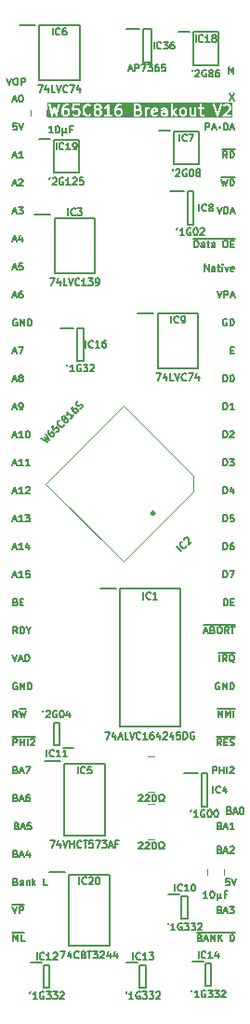
<source format=gto>
%TF.GenerationSoftware,KiCad,Pcbnew,8.0.7*%
%TF.CreationDate,2025-01-16T09:34:19+02:00*%
%TF.ProjectId,W65C816 Breakout,57363543-3831-4362-9042-7265616b6f75,V1*%
%TF.SameCoordinates,Original*%
%TF.FileFunction,Legend,Top*%
%TF.FilePolarity,Positive*%
%FSLAX46Y46*%
G04 Gerber Fmt 4.6, Leading zero omitted, Abs format (unit mm)*
G04 Created by KiCad (PCBNEW 8.0.7) date 2025-01-16 09:34:19*
%MOMM*%
%LPD*%
G01*
G04 APERTURE LIST*
%ADD10C,0.150000*%
%ADD11C,0.200000*%
%ADD12C,0.100000*%
%ADD13C,0.120000*%
%ADD14C,0.260000*%
G04 APERTURE END LIST*
D10*
X1362636Y-15344534D02*
X1665017Y-15344534D01*
X1302160Y-15525963D02*
X1513826Y-14890963D01*
X1513826Y-14890963D02*
X1725493Y-15525963D01*
X2209303Y-15102629D02*
X2209303Y-15525963D01*
X2058112Y-14860725D02*
X1906922Y-15314296D01*
X1906922Y-15314296D02*
X2300017Y-15314296D01*
X18836410Y-18192963D02*
X18836410Y-17557963D01*
X18836410Y-17557963D02*
X19199267Y-18192963D01*
X19199267Y-18192963D02*
X19199267Y-17557963D01*
X19773791Y-18192963D02*
X19773791Y-17860344D01*
X19773791Y-17860344D02*
X19743553Y-17799867D01*
X19743553Y-17799867D02*
X19683077Y-17769629D01*
X19683077Y-17769629D02*
X19562124Y-17769629D01*
X19562124Y-17769629D02*
X19501648Y-17799867D01*
X19773791Y-18162725D02*
X19713315Y-18192963D01*
X19713315Y-18192963D02*
X19562124Y-18192963D01*
X19562124Y-18192963D02*
X19501648Y-18162725D01*
X19501648Y-18162725D02*
X19471410Y-18102248D01*
X19471410Y-18102248D02*
X19471410Y-18041772D01*
X19471410Y-18041772D02*
X19501648Y-17981296D01*
X19501648Y-17981296D02*
X19562124Y-17951058D01*
X19562124Y-17951058D02*
X19713315Y-17951058D01*
X19713315Y-17951058D02*
X19773791Y-17920820D01*
X19985458Y-17769629D02*
X20227362Y-17769629D01*
X20076172Y-17557963D02*
X20076172Y-18102248D01*
X20076172Y-18102248D02*
X20106410Y-18162725D01*
X20106410Y-18162725D02*
X20166886Y-18192963D01*
X20166886Y-18192963D02*
X20227362Y-18192963D01*
X20439029Y-18192963D02*
X20439029Y-17769629D01*
X20439029Y-17557963D02*
X20408791Y-17588201D01*
X20408791Y-17588201D02*
X20439029Y-17618439D01*
X20439029Y-17618439D02*
X20469267Y-17588201D01*
X20469267Y-17588201D02*
X20439029Y-17557963D01*
X20439029Y-17557963D02*
X20439029Y-17618439D01*
X20680934Y-17769629D02*
X20832124Y-18192963D01*
X20832124Y-18192963D02*
X20983315Y-17769629D01*
X21467125Y-18162725D02*
X21406649Y-18192963D01*
X21406649Y-18192963D02*
X21285696Y-18192963D01*
X21285696Y-18192963D02*
X21225220Y-18162725D01*
X21225220Y-18162725D02*
X21194982Y-18102248D01*
X21194982Y-18102248D02*
X21194982Y-17860344D01*
X21194982Y-17860344D02*
X21225220Y-17799867D01*
X21225220Y-17799867D02*
X21285696Y-17769629D01*
X21285696Y-17769629D02*
X21406649Y-17769629D01*
X21406649Y-17769629D02*
X21467125Y-17799867D01*
X21467125Y-17799867D02*
X21497363Y-17860344D01*
X21497363Y-17860344D02*
X21497363Y-17920820D01*
X21497363Y-17920820D02*
X21194982Y-17981296D01*
X21194982Y-25353344D02*
X21406649Y-25353344D01*
X21497363Y-25685963D02*
X21194982Y-25685963D01*
X21194982Y-25685963D02*
X21194982Y-25050963D01*
X21194982Y-25050963D02*
X21497363Y-25050963D01*
X19955220Y-12350963D02*
X20166886Y-12985963D01*
X20166886Y-12985963D02*
X20378553Y-12350963D01*
X20590220Y-12985963D02*
X20590220Y-12350963D01*
X20590220Y-12350963D02*
X20741410Y-12350963D01*
X20741410Y-12350963D02*
X20832125Y-12381201D01*
X20832125Y-12381201D02*
X20892601Y-12441677D01*
X20892601Y-12441677D02*
X20922839Y-12502153D01*
X20922839Y-12502153D02*
X20953077Y-12623105D01*
X20953077Y-12623105D02*
X20953077Y-12713820D01*
X20953077Y-12713820D02*
X20922839Y-12834772D01*
X20922839Y-12834772D02*
X20892601Y-12895248D01*
X20892601Y-12895248D02*
X20832125Y-12955725D01*
X20832125Y-12955725D02*
X20741410Y-12985963D01*
X20741410Y-12985963D02*
X20590220Y-12985963D01*
X21194982Y-12804534D02*
X21497363Y-12804534D01*
X21134506Y-12985963D02*
X21346172Y-12350963D01*
X21346172Y-12350963D02*
X21557839Y-12985963D01*
X1362636Y-28044534D02*
X1665017Y-28044534D01*
X1302160Y-28225963D02*
X1513826Y-27590963D01*
X1513826Y-27590963D02*
X1725493Y-28225963D01*
X2027874Y-27863105D02*
X1967398Y-27832867D01*
X1967398Y-27832867D02*
X1937160Y-27802629D01*
X1937160Y-27802629D02*
X1906922Y-27742153D01*
X1906922Y-27742153D02*
X1906922Y-27711915D01*
X1906922Y-27711915D02*
X1937160Y-27651439D01*
X1937160Y-27651439D02*
X1967398Y-27621201D01*
X1967398Y-27621201D02*
X2027874Y-27590963D01*
X2027874Y-27590963D02*
X2148827Y-27590963D01*
X2148827Y-27590963D02*
X2209303Y-27621201D01*
X2209303Y-27621201D02*
X2239541Y-27651439D01*
X2239541Y-27651439D02*
X2269779Y-27711915D01*
X2269779Y-27711915D02*
X2269779Y-27742153D01*
X2269779Y-27742153D02*
X2239541Y-27802629D01*
X2239541Y-27802629D02*
X2209303Y-27832867D01*
X2209303Y-27832867D02*
X2148827Y-27863105D01*
X2148827Y-27863105D02*
X2027874Y-27863105D01*
X2027874Y-27863105D02*
X1967398Y-27893344D01*
X1967398Y-27893344D02*
X1937160Y-27923582D01*
X1937160Y-27923582D02*
X1906922Y-27984058D01*
X1906922Y-27984058D02*
X1906922Y-28105010D01*
X1906922Y-28105010D02*
X1937160Y-28165486D01*
X1937160Y-28165486D02*
X1967398Y-28195725D01*
X1967398Y-28195725D02*
X2027874Y-28225963D01*
X2027874Y-28225963D02*
X2148827Y-28225963D01*
X2148827Y-28225963D02*
X2209303Y-28195725D01*
X2209303Y-28195725D02*
X2239541Y-28165486D01*
X2239541Y-28165486D02*
X2269779Y-28105010D01*
X2269779Y-28105010D02*
X2269779Y-27984058D01*
X2269779Y-27984058D02*
X2239541Y-27923582D01*
X2239541Y-27923582D02*
X2209303Y-27893344D01*
X2209303Y-27893344D02*
X2148827Y-27863105D01*
X1392874Y-79025963D02*
X1392874Y-78390963D01*
X1392874Y-78390963D02*
X1604541Y-78844534D01*
X1604541Y-78844534D02*
X1816207Y-78390963D01*
X1816207Y-78390963D02*
X1816207Y-79025963D01*
X2420969Y-79025963D02*
X2118588Y-79025963D01*
X2118588Y-79025963D02*
X2118588Y-78390963D01*
X1305184Y-78214675D02*
X2417946Y-78214675D01*
X19955220Y-19970963D02*
X20166886Y-20605963D01*
X20166886Y-20605963D02*
X20378553Y-19970963D01*
X20590220Y-20605963D02*
X20590220Y-19970963D01*
X20590220Y-19970963D02*
X20832125Y-19970963D01*
X20832125Y-19970963D02*
X20892601Y-20001201D01*
X20892601Y-20001201D02*
X20922839Y-20031439D01*
X20922839Y-20031439D02*
X20953077Y-20091915D01*
X20953077Y-20091915D02*
X20953077Y-20182629D01*
X20953077Y-20182629D02*
X20922839Y-20243105D01*
X20922839Y-20243105D02*
X20892601Y-20273344D01*
X20892601Y-20273344D02*
X20832125Y-20303582D01*
X20832125Y-20303582D02*
X20590220Y-20303582D01*
X21194982Y-20424534D02*
X21497363Y-20424534D01*
X21134506Y-20605963D02*
X21346172Y-19970963D01*
X21346172Y-19970963D02*
X21557839Y-20605963D01*
X18413077Y-78693344D02*
X18503791Y-78723582D01*
X18503791Y-78723582D02*
X18534029Y-78753820D01*
X18534029Y-78753820D02*
X18564267Y-78814296D01*
X18564267Y-78814296D02*
X18564267Y-78905010D01*
X18564267Y-78905010D02*
X18534029Y-78965486D01*
X18534029Y-78965486D02*
X18503791Y-78995725D01*
X18503791Y-78995725D02*
X18443315Y-79025963D01*
X18443315Y-79025963D02*
X18201410Y-79025963D01*
X18201410Y-79025963D02*
X18201410Y-78390963D01*
X18201410Y-78390963D02*
X18413077Y-78390963D01*
X18413077Y-78390963D02*
X18473553Y-78421201D01*
X18473553Y-78421201D02*
X18503791Y-78451439D01*
X18503791Y-78451439D02*
X18534029Y-78511915D01*
X18534029Y-78511915D02*
X18534029Y-78572391D01*
X18534029Y-78572391D02*
X18503791Y-78632867D01*
X18503791Y-78632867D02*
X18473553Y-78663105D01*
X18473553Y-78663105D02*
X18413077Y-78693344D01*
X18413077Y-78693344D02*
X18201410Y-78693344D01*
X18806172Y-78844534D02*
X19108553Y-78844534D01*
X18745696Y-79025963D02*
X18957362Y-78390963D01*
X18957362Y-78390963D02*
X19169029Y-79025963D01*
X19380696Y-79025963D02*
X19380696Y-78390963D01*
X19380696Y-78390963D02*
X19743553Y-79025963D01*
X19743553Y-79025963D02*
X19743553Y-78390963D01*
X20045934Y-79025963D02*
X20045934Y-78390963D01*
X20408791Y-79025963D02*
X20136648Y-78663105D01*
X20408791Y-78390963D02*
X20045934Y-78753820D01*
X21285696Y-78390963D02*
X21346173Y-78390963D01*
X21346173Y-78390963D02*
X21406649Y-78421201D01*
X21406649Y-78421201D02*
X21436887Y-78451439D01*
X21436887Y-78451439D02*
X21467125Y-78511915D01*
X21467125Y-78511915D02*
X21497363Y-78632867D01*
X21497363Y-78632867D02*
X21497363Y-78784058D01*
X21497363Y-78784058D02*
X21467125Y-78905010D01*
X21467125Y-78905010D02*
X21436887Y-78965486D01*
X21436887Y-78965486D02*
X21406649Y-78995725D01*
X21406649Y-78995725D02*
X21346173Y-79025963D01*
X21346173Y-79025963D02*
X21285696Y-79025963D01*
X21285696Y-79025963D02*
X21225220Y-78995725D01*
X21225220Y-78995725D02*
X21194982Y-78965486D01*
X21194982Y-78965486D02*
X21164744Y-78905010D01*
X21164744Y-78905010D02*
X21134506Y-78784058D01*
X21134506Y-78784058D02*
X21134506Y-78632867D01*
X21134506Y-78632867D02*
X21164744Y-78511915D01*
X21164744Y-78511915D02*
X21194982Y-78451439D01*
X21194982Y-78451439D02*
X21225220Y-78421201D01*
X21225220Y-78421201D02*
X21285696Y-78390963D01*
X18113720Y-78214675D02*
X21554816Y-78214675D01*
X21104268Y-2063963D02*
X21527601Y-2698963D01*
X21527601Y-2063963D02*
X21104268Y-2698963D01*
X20559982Y-48545963D02*
X20559982Y-47910963D01*
X20559982Y-47910963D02*
X20711172Y-47910963D01*
X20711172Y-47910963D02*
X20801887Y-47941201D01*
X20801887Y-47941201D02*
X20862363Y-48001677D01*
X20862363Y-48001677D02*
X20892601Y-48062153D01*
X20892601Y-48062153D02*
X20922839Y-48183105D01*
X20922839Y-48183105D02*
X20922839Y-48273820D01*
X20922839Y-48273820D02*
X20892601Y-48394772D01*
X20892601Y-48394772D02*
X20862363Y-48455248D01*
X20862363Y-48455248D02*
X20801887Y-48515725D01*
X20801887Y-48515725D02*
X20711172Y-48545963D01*
X20711172Y-48545963D02*
X20559982Y-48545963D01*
X21194982Y-48213344D02*
X21406649Y-48213344D01*
X21497363Y-48545963D02*
X21194982Y-48545963D01*
X21194982Y-48545963D02*
X21194982Y-47910963D01*
X21194982Y-47910963D02*
X21497363Y-47910963D01*
X18775934Y-50904534D02*
X19078315Y-50904534D01*
X18715458Y-51085963D02*
X18927124Y-50450963D01*
X18927124Y-50450963D02*
X19138791Y-51085963D01*
X19562125Y-50753344D02*
X19652839Y-50783582D01*
X19652839Y-50783582D02*
X19683077Y-50813820D01*
X19683077Y-50813820D02*
X19713315Y-50874296D01*
X19713315Y-50874296D02*
X19713315Y-50965010D01*
X19713315Y-50965010D02*
X19683077Y-51025486D01*
X19683077Y-51025486D02*
X19652839Y-51055725D01*
X19652839Y-51055725D02*
X19592363Y-51085963D01*
X19592363Y-51085963D02*
X19350458Y-51085963D01*
X19350458Y-51085963D02*
X19350458Y-50450963D01*
X19350458Y-50450963D02*
X19562125Y-50450963D01*
X19562125Y-50450963D02*
X19622601Y-50481201D01*
X19622601Y-50481201D02*
X19652839Y-50511439D01*
X19652839Y-50511439D02*
X19683077Y-50571915D01*
X19683077Y-50571915D02*
X19683077Y-50632391D01*
X19683077Y-50632391D02*
X19652839Y-50692867D01*
X19652839Y-50692867D02*
X19622601Y-50723105D01*
X19622601Y-50723105D02*
X19562125Y-50753344D01*
X19562125Y-50753344D02*
X19350458Y-50753344D01*
X20106410Y-50450963D02*
X20227363Y-50450963D01*
X20227363Y-50450963D02*
X20287839Y-50481201D01*
X20287839Y-50481201D02*
X20348315Y-50541677D01*
X20348315Y-50541677D02*
X20378553Y-50662629D01*
X20378553Y-50662629D02*
X20378553Y-50874296D01*
X20378553Y-50874296D02*
X20348315Y-50995248D01*
X20348315Y-50995248D02*
X20287839Y-51055725D01*
X20287839Y-51055725D02*
X20227363Y-51085963D01*
X20227363Y-51085963D02*
X20106410Y-51085963D01*
X20106410Y-51085963D02*
X20045934Y-51055725D01*
X20045934Y-51055725D02*
X19985458Y-50995248D01*
X19985458Y-50995248D02*
X19955220Y-50874296D01*
X19955220Y-50874296D02*
X19955220Y-50662629D01*
X19955220Y-50662629D02*
X19985458Y-50541677D01*
X19985458Y-50541677D02*
X20045934Y-50481201D01*
X20045934Y-50481201D02*
X20106410Y-50450963D01*
X21013553Y-51085963D02*
X20801886Y-50783582D01*
X20650696Y-51085963D02*
X20650696Y-50450963D01*
X20650696Y-50450963D02*
X20892601Y-50450963D01*
X20892601Y-50450963D02*
X20953077Y-50481201D01*
X20953077Y-50481201D02*
X20983315Y-50511439D01*
X20983315Y-50511439D02*
X21013553Y-50571915D01*
X21013553Y-50571915D02*
X21013553Y-50662629D01*
X21013553Y-50662629D02*
X20983315Y-50723105D01*
X20983315Y-50723105D02*
X20953077Y-50753344D01*
X20953077Y-50753344D02*
X20892601Y-50783582D01*
X20892601Y-50783582D02*
X20650696Y-50783582D01*
X21194982Y-50450963D02*
X21557839Y-50450963D01*
X21376410Y-51085963D02*
X21376410Y-50450963D01*
X18718482Y-50274675D02*
X21554816Y-50274675D01*
X1362636Y-20424534D02*
X1665017Y-20424534D01*
X1302160Y-20605963D02*
X1513826Y-19970963D01*
X1513826Y-19970963D02*
X1725493Y-20605963D01*
X2209303Y-19970963D02*
X2088350Y-19970963D01*
X2088350Y-19970963D02*
X2027874Y-20001201D01*
X2027874Y-20001201D02*
X1997636Y-20031439D01*
X1997636Y-20031439D02*
X1937160Y-20122153D01*
X1937160Y-20122153D02*
X1906922Y-20243105D01*
X1906922Y-20243105D02*
X1906922Y-20485010D01*
X1906922Y-20485010D02*
X1937160Y-20545486D01*
X1937160Y-20545486D02*
X1967398Y-20575725D01*
X1967398Y-20575725D02*
X2027874Y-20605963D01*
X2027874Y-20605963D02*
X2148827Y-20605963D01*
X2148827Y-20605963D02*
X2209303Y-20575725D01*
X2209303Y-20575725D02*
X2239541Y-20545486D01*
X2239541Y-20545486D02*
X2269779Y-20485010D01*
X2269779Y-20485010D02*
X2269779Y-20333820D01*
X2269779Y-20333820D02*
X2239541Y-20273344D01*
X2239541Y-20273344D02*
X2209303Y-20243105D01*
X2209303Y-20243105D02*
X2148827Y-20212867D01*
X2148827Y-20212867D02*
X2027874Y-20212867D01*
X2027874Y-20212867D02*
X1967398Y-20243105D01*
X1967398Y-20243105D02*
X1937160Y-20273344D01*
X1937160Y-20273344D02*
X1906922Y-20333820D01*
X20076173Y-58705963D02*
X20076173Y-58070963D01*
X20076173Y-58070963D02*
X20439030Y-58705963D01*
X20439030Y-58705963D02*
X20439030Y-58070963D01*
X20741411Y-58705963D02*
X20741411Y-58070963D01*
X20741411Y-58070963D02*
X20953078Y-58524534D01*
X20953078Y-58524534D02*
X21164744Y-58070963D01*
X21164744Y-58070963D02*
X21164744Y-58705963D01*
X21467125Y-58705963D02*
X21467125Y-58070963D01*
X19988483Y-57894675D02*
X21554816Y-57894675D01*
X20529744Y-38385963D02*
X20529744Y-37750963D01*
X20529744Y-37750963D02*
X20680934Y-37750963D01*
X20680934Y-37750963D02*
X20771649Y-37781201D01*
X20771649Y-37781201D02*
X20832125Y-37841677D01*
X20832125Y-37841677D02*
X20862363Y-37902153D01*
X20862363Y-37902153D02*
X20892601Y-38023105D01*
X20892601Y-38023105D02*
X20892601Y-38113820D01*
X20892601Y-38113820D02*
X20862363Y-38234772D01*
X20862363Y-38234772D02*
X20832125Y-38295248D01*
X20832125Y-38295248D02*
X20771649Y-38355725D01*
X20771649Y-38355725D02*
X20680934Y-38385963D01*
X20680934Y-38385963D02*
X20529744Y-38385963D01*
X21436887Y-37962629D02*
X21436887Y-38385963D01*
X21285696Y-37720725D02*
X21134506Y-38174296D01*
X21134506Y-38174296D02*
X21527601Y-38174296D01*
X17899029Y-16033963D02*
X17899029Y-15398963D01*
X17899029Y-15398963D02*
X18050219Y-15398963D01*
X18050219Y-15398963D02*
X18140934Y-15429201D01*
X18140934Y-15429201D02*
X18201410Y-15489677D01*
X18201410Y-15489677D02*
X18231648Y-15550153D01*
X18231648Y-15550153D02*
X18261886Y-15671105D01*
X18261886Y-15671105D02*
X18261886Y-15761820D01*
X18261886Y-15761820D02*
X18231648Y-15882772D01*
X18231648Y-15882772D02*
X18201410Y-15943248D01*
X18201410Y-15943248D02*
X18140934Y-16003725D01*
X18140934Y-16003725D02*
X18050219Y-16033963D01*
X18050219Y-16033963D02*
X17899029Y-16033963D01*
X18806172Y-16033963D02*
X18806172Y-15701344D01*
X18806172Y-15701344D02*
X18775934Y-15640867D01*
X18775934Y-15640867D02*
X18715458Y-15610629D01*
X18715458Y-15610629D02*
X18594505Y-15610629D01*
X18594505Y-15610629D02*
X18534029Y-15640867D01*
X18806172Y-16003725D02*
X18745696Y-16033963D01*
X18745696Y-16033963D02*
X18594505Y-16033963D01*
X18594505Y-16033963D02*
X18534029Y-16003725D01*
X18534029Y-16003725D02*
X18503791Y-15943248D01*
X18503791Y-15943248D02*
X18503791Y-15882772D01*
X18503791Y-15882772D02*
X18534029Y-15822296D01*
X18534029Y-15822296D02*
X18594505Y-15792058D01*
X18594505Y-15792058D02*
X18745696Y-15792058D01*
X18745696Y-15792058D02*
X18806172Y-15761820D01*
X19017839Y-15610629D02*
X19259743Y-15610629D01*
X19108553Y-15398963D02*
X19108553Y-15943248D01*
X19108553Y-15943248D02*
X19138791Y-16003725D01*
X19138791Y-16003725D02*
X19199267Y-16033963D01*
X19199267Y-16033963D02*
X19259743Y-16033963D01*
X19743553Y-16033963D02*
X19743553Y-15701344D01*
X19743553Y-15701344D02*
X19713315Y-15640867D01*
X19713315Y-15640867D02*
X19652839Y-15610629D01*
X19652839Y-15610629D02*
X19531886Y-15610629D01*
X19531886Y-15610629D02*
X19471410Y-15640867D01*
X19743553Y-16003725D02*
X19683077Y-16033963D01*
X19683077Y-16033963D02*
X19531886Y-16033963D01*
X19531886Y-16033963D02*
X19471410Y-16003725D01*
X19471410Y-16003725D02*
X19441172Y-15943248D01*
X19441172Y-15943248D02*
X19441172Y-15882772D01*
X19441172Y-15882772D02*
X19471410Y-15822296D01*
X19471410Y-15822296D02*
X19531886Y-15792058D01*
X19531886Y-15792058D02*
X19683077Y-15792058D01*
X19683077Y-15792058D02*
X19743553Y-15761820D01*
X20650696Y-15398963D02*
X20771649Y-15398963D01*
X20771649Y-15398963D02*
X20832125Y-15429201D01*
X20832125Y-15429201D02*
X20892601Y-15489677D01*
X20892601Y-15489677D02*
X20922839Y-15610629D01*
X20922839Y-15610629D02*
X20922839Y-15822296D01*
X20922839Y-15822296D02*
X20892601Y-15943248D01*
X20892601Y-15943248D02*
X20832125Y-16003725D01*
X20832125Y-16003725D02*
X20771649Y-16033963D01*
X20771649Y-16033963D02*
X20650696Y-16033963D01*
X20650696Y-16033963D02*
X20590220Y-16003725D01*
X20590220Y-16003725D02*
X20529744Y-15943248D01*
X20529744Y-15943248D02*
X20499506Y-15822296D01*
X20499506Y-15822296D02*
X20499506Y-15610629D01*
X20499506Y-15610629D02*
X20529744Y-15489677D01*
X20529744Y-15489677D02*
X20590220Y-15429201D01*
X20590220Y-15429201D02*
X20650696Y-15398963D01*
X21194982Y-15701344D02*
X21406649Y-15701344D01*
X21497363Y-16033963D02*
X21194982Y-16033963D01*
X21194982Y-16033963D02*
X21194982Y-15398963D01*
X21194982Y-15398963D02*
X21497363Y-15398963D01*
X17811339Y-15222675D02*
X21554816Y-15222675D01*
X1362636Y-2644534D02*
X1665017Y-2644534D01*
X1302160Y-2825963D02*
X1513826Y-2190963D01*
X1513826Y-2190963D02*
X1725493Y-2825963D01*
X2058112Y-2190963D02*
X2118589Y-2190963D01*
X2118589Y-2190963D02*
X2179065Y-2221201D01*
X2179065Y-2221201D02*
X2209303Y-2251439D01*
X2209303Y-2251439D02*
X2239541Y-2311915D01*
X2239541Y-2311915D02*
X2269779Y-2432867D01*
X2269779Y-2432867D02*
X2269779Y-2584058D01*
X2269779Y-2584058D02*
X2239541Y-2705010D01*
X2239541Y-2705010D02*
X2209303Y-2765486D01*
X2209303Y-2765486D02*
X2179065Y-2795725D01*
X2179065Y-2795725D02*
X2118589Y-2825963D01*
X2118589Y-2825963D02*
X2058112Y-2825963D01*
X2058112Y-2825963D02*
X1997636Y-2795725D01*
X1997636Y-2795725D02*
X1967398Y-2765486D01*
X1967398Y-2765486D02*
X1937160Y-2705010D01*
X1937160Y-2705010D02*
X1906922Y-2584058D01*
X1906922Y-2584058D02*
X1906922Y-2432867D01*
X1906922Y-2432867D02*
X1937160Y-2311915D01*
X1937160Y-2311915D02*
X1967398Y-2251439D01*
X1967398Y-2251439D02*
X1997636Y-2221201D01*
X1997636Y-2221201D02*
X2058112Y-2190963D01*
X1604541Y-71073344D02*
X1695255Y-71103582D01*
X1695255Y-71103582D02*
X1725493Y-71133820D01*
X1725493Y-71133820D02*
X1755731Y-71194296D01*
X1755731Y-71194296D02*
X1755731Y-71285010D01*
X1755731Y-71285010D02*
X1725493Y-71345486D01*
X1725493Y-71345486D02*
X1695255Y-71375725D01*
X1695255Y-71375725D02*
X1634779Y-71405963D01*
X1634779Y-71405963D02*
X1392874Y-71405963D01*
X1392874Y-71405963D02*
X1392874Y-70770963D01*
X1392874Y-70770963D02*
X1604541Y-70770963D01*
X1604541Y-70770963D02*
X1665017Y-70801201D01*
X1665017Y-70801201D02*
X1695255Y-70831439D01*
X1695255Y-70831439D02*
X1725493Y-70891915D01*
X1725493Y-70891915D02*
X1725493Y-70952391D01*
X1725493Y-70952391D02*
X1695255Y-71012867D01*
X1695255Y-71012867D02*
X1665017Y-71043105D01*
X1665017Y-71043105D02*
X1604541Y-71073344D01*
X1604541Y-71073344D02*
X1392874Y-71073344D01*
X1997636Y-71224534D02*
X2300017Y-71224534D01*
X1937160Y-71405963D02*
X2148826Y-70770963D01*
X2148826Y-70770963D02*
X2360493Y-71405963D01*
X2844303Y-70982629D02*
X2844303Y-71405963D01*
X2693112Y-70740725D02*
X2541922Y-71194296D01*
X2541922Y-71194296D02*
X2935017Y-71194296D01*
X1362636Y-35664534D02*
X1665017Y-35664534D01*
X1302160Y-35845963D02*
X1513826Y-35210963D01*
X1513826Y-35210963D02*
X1725493Y-35845963D01*
X2269779Y-35845963D02*
X1906922Y-35845963D01*
X2088350Y-35845963D02*
X2088350Y-35210963D01*
X2088350Y-35210963D02*
X2027874Y-35301677D01*
X2027874Y-35301677D02*
X1967398Y-35362153D01*
X1967398Y-35362153D02*
X1906922Y-35392391D01*
X2874541Y-35845963D02*
X2511684Y-35845963D01*
X2693112Y-35845963D02*
X2693112Y-35210963D01*
X2693112Y-35210963D02*
X2632636Y-35301677D01*
X2632636Y-35301677D02*
X2572160Y-35362153D01*
X2572160Y-35362153D02*
X2511684Y-35392391D01*
X1725493Y-55561201D02*
X1665017Y-55530963D01*
X1665017Y-55530963D02*
X1574303Y-55530963D01*
X1574303Y-55530963D02*
X1483588Y-55561201D01*
X1483588Y-55561201D02*
X1423112Y-55621677D01*
X1423112Y-55621677D02*
X1392874Y-55682153D01*
X1392874Y-55682153D02*
X1362636Y-55803105D01*
X1362636Y-55803105D02*
X1362636Y-55893820D01*
X1362636Y-55893820D02*
X1392874Y-56014772D01*
X1392874Y-56014772D02*
X1423112Y-56075248D01*
X1423112Y-56075248D02*
X1483588Y-56135725D01*
X1483588Y-56135725D02*
X1574303Y-56165963D01*
X1574303Y-56165963D02*
X1634779Y-56165963D01*
X1634779Y-56165963D02*
X1725493Y-56135725D01*
X1725493Y-56135725D02*
X1755731Y-56105486D01*
X1755731Y-56105486D02*
X1755731Y-55893820D01*
X1755731Y-55893820D02*
X1634779Y-55893820D01*
X2027874Y-56165963D02*
X2027874Y-55530963D01*
X2027874Y-55530963D02*
X2390731Y-56165963D01*
X2390731Y-56165963D02*
X2390731Y-55530963D01*
X2693112Y-56165963D02*
X2693112Y-55530963D01*
X2693112Y-55530963D02*
X2844302Y-55530963D01*
X2844302Y-55530963D02*
X2935017Y-55561201D01*
X2935017Y-55561201D02*
X2995493Y-55621677D01*
X2995493Y-55621677D02*
X3025731Y-55682153D01*
X3025731Y-55682153D02*
X3055969Y-55803105D01*
X3055969Y-55803105D02*
X3055969Y-55893820D01*
X3055969Y-55893820D02*
X3025731Y-56014772D01*
X3025731Y-56014772D02*
X2995493Y-56075248D01*
X2995493Y-56075248D02*
X2935017Y-56135725D01*
X2935017Y-56135725D02*
X2844302Y-56165963D01*
X2844302Y-56165963D02*
X2693112Y-56165963D01*
X1695255Y-4730963D02*
X1392874Y-4730963D01*
X1392874Y-4730963D02*
X1362636Y-5033344D01*
X1362636Y-5033344D02*
X1392874Y-5003105D01*
X1392874Y-5003105D02*
X1453350Y-4972867D01*
X1453350Y-4972867D02*
X1604541Y-4972867D01*
X1604541Y-4972867D02*
X1665017Y-5003105D01*
X1665017Y-5003105D02*
X1695255Y-5033344D01*
X1695255Y-5033344D02*
X1725493Y-5093820D01*
X1725493Y-5093820D02*
X1725493Y-5245010D01*
X1725493Y-5245010D02*
X1695255Y-5305486D01*
X1695255Y-5305486D02*
X1665017Y-5335725D01*
X1665017Y-5335725D02*
X1604541Y-5365963D01*
X1604541Y-5365963D02*
X1453350Y-5365963D01*
X1453350Y-5365963D02*
X1392874Y-5335725D01*
X1392874Y-5335725D02*
X1362636Y-5305486D01*
X1906922Y-4730963D02*
X2118588Y-5365963D01*
X2118588Y-5365963D02*
X2330255Y-4730963D01*
X1362636Y-10264534D02*
X1665017Y-10264534D01*
X1302160Y-10445963D02*
X1513826Y-9810963D01*
X1513826Y-9810963D02*
X1725493Y-10445963D01*
X1906922Y-9871439D02*
X1937160Y-9841201D01*
X1937160Y-9841201D02*
X1997636Y-9810963D01*
X1997636Y-9810963D02*
X2148827Y-9810963D01*
X2148827Y-9810963D02*
X2209303Y-9841201D01*
X2209303Y-9841201D02*
X2239541Y-9871439D01*
X2239541Y-9871439D02*
X2269779Y-9931915D01*
X2269779Y-9931915D02*
X2269779Y-9992391D01*
X2269779Y-9992391D02*
X2239541Y-10083105D01*
X2239541Y-10083105D02*
X1876684Y-10445963D01*
X1876684Y-10445963D02*
X2269779Y-10445963D01*
X1755731Y-58705963D02*
X1544064Y-58403582D01*
X1392874Y-58705963D02*
X1392874Y-58070963D01*
X1392874Y-58070963D02*
X1634779Y-58070963D01*
X1634779Y-58070963D02*
X1695255Y-58101201D01*
X1695255Y-58101201D02*
X1725493Y-58131439D01*
X1725493Y-58131439D02*
X1755731Y-58191915D01*
X1755731Y-58191915D02*
X1755731Y-58282629D01*
X1755731Y-58282629D02*
X1725493Y-58343105D01*
X1725493Y-58343105D02*
X1695255Y-58373344D01*
X1695255Y-58373344D02*
X1634779Y-58403582D01*
X1634779Y-58403582D02*
X1392874Y-58403582D01*
X1967398Y-58070963D02*
X2118588Y-58705963D01*
X2118588Y-58705963D02*
X2239541Y-58252391D01*
X2239541Y-58252391D02*
X2360493Y-58705963D01*
X2360493Y-58705963D02*
X2511684Y-58070963D01*
X1940184Y-57894675D02*
X2538898Y-57894675D01*
X20197125Y-68533344D02*
X20287839Y-68563582D01*
X20287839Y-68563582D02*
X20318077Y-68593820D01*
X20318077Y-68593820D02*
X20348315Y-68654296D01*
X20348315Y-68654296D02*
X20348315Y-68745010D01*
X20348315Y-68745010D02*
X20318077Y-68805486D01*
X20318077Y-68805486D02*
X20287839Y-68835725D01*
X20287839Y-68835725D02*
X20227363Y-68865963D01*
X20227363Y-68865963D02*
X19985458Y-68865963D01*
X19985458Y-68865963D02*
X19985458Y-68230963D01*
X19985458Y-68230963D02*
X20197125Y-68230963D01*
X20197125Y-68230963D02*
X20257601Y-68261201D01*
X20257601Y-68261201D02*
X20287839Y-68291439D01*
X20287839Y-68291439D02*
X20318077Y-68351915D01*
X20318077Y-68351915D02*
X20318077Y-68412391D01*
X20318077Y-68412391D02*
X20287839Y-68472867D01*
X20287839Y-68472867D02*
X20257601Y-68503105D01*
X20257601Y-68503105D02*
X20197125Y-68533344D01*
X20197125Y-68533344D02*
X19985458Y-68533344D01*
X20590220Y-68684534D02*
X20892601Y-68684534D01*
X20529744Y-68865963D02*
X20741410Y-68230963D01*
X20741410Y-68230963D02*
X20953077Y-68865963D01*
X21497363Y-68865963D02*
X21134506Y-68865963D01*
X21315934Y-68865963D02*
X21315934Y-68230963D01*
X21315934Y-68230963D02*
X21255458Y-68321677D01*
X21255458Y-68321677D02*
X21194982Y-68382153D01*
X21194982Y-68382153D02*
X21134506Y-68412391D01*
X20529744Y-43465963D02*
X20529744Y-42830963D01*
X20529744Y-42830963D02*
X20680934Y-42830963D01*
X20680934Y-42830963D02*
X20771649Y-42861201D01*
X20771649Y-42861201D02*
X20832125Y-42921677D01*
X20832125Y-42921677D02*
X20862363Y-42982153D01*
X20862363Y-42982153D02*
X20892601Y-43103105D01*
X20892601Y-43103105D02*
X20892601Y-43193820D01*
X20892601Y-43193820D02*
X20862363Y-43314772D01*
X20862363Y-43314772D02*
X20832125Y-43375248D01*
X20832125Y-43375248D02*
X20771649Y-43435725D01*
X20771649Y-43435725D02*
X20680934Y-43465963D01*
X20680934Y-43465963D02*
X20529744Y-43465963D01*
X21436887Y-42830963D02*
X21315934Y-42830963D01*
X21315934Y-42830963D02*
X21255458Y-42861201D01*
X21255458Y-42861201D02*
X21225220Y-42891439D01*
X21225220Y-42891439D02*
X21164744Y-42982153D01*
X21164744Y-42982153D02*
X21134506Y-43103105D01*
X21134506Y-43103105D02*
X21134506Y-43345010D01*
X21134506Y-43345010D02*
X21164744Y-43405486D01*
X21164744Y-43405486D02*
X21194982Y-43435725D01*
X21194982Y-43435725D02*
X21255458Y-43465963D01*
X21255458Y-43465963D02*
X21376411Y-43465963D01*
X21376411Y-43465963D02*
X21436887Y-43435725D01*
X21436887Y-43435725D02*
X21467125Y-43405486D01*
X21467125Y-43405486D02*
X21497363Y-43345010D01*
X21497363Y-43345010D02*
X21497363Y-43193820D01*
X21497363Y-43193820D02*
X21467125Y-43133344D01*
X21467125Y-43133344D02*
X21436887Y-43103105D01*
X21436887Y-43103105D02*
X21376411Y-43072867D01*
X21376411Y-43072867D02*
X21255458Y-43072867D01*
X21255458Y-43072867D02*
X21194982Y-43103105D01*
X21194982Y-43103105D02*
X21164744Y-43133344D01*
X21164744Y-43133344D02*
X21134506Y-43193820D01*
X20197125Y-70692344D02*
X20287839Y-70722582D01*
X20287839Y-70722582D02*
X20318077Y-70752820D01*
X20318077Y-70752820D02*
X20348315Y-70813296D01*
X20348315Y-70813296D02*
X20348315Y-70904010D01*
X20348315Y-70904010D02*
X20318077Y-70964486D01*
X20318077Y-70964486D02*
X20287839Y-70994725D01*
X20287839Y-70994725D02*
X20227363Y-71024963D01*
X20227363Y-71024963D02*
X19985458Y-71024963D01*
X19985458Y-71024963D02*
X19985458Y-70389963D01*
X19985458Y-70389963D02*
X20197125Y-70389963D01*
X20197125Y-70389963D02*
X20257601Y-70420201D01*
X20257601Y-70420201D02*
X20287839Y-70450439D01*
X20287839Y-70450439D02*
X20318077Y-70510915D01*
X20318077Y-70510915D02*
X20318077Y-70571391D01*
X20318077Y-70571391D02*
X20287839Y-70631867D01*
X20287839Y-70631867D02*
X20257601Y-70662105D01*
X20257601Y-70662105D02*
X20197125Y-70692344D01*
X20197125Y-70692344D02*
X19985458Y-70692344D01*
X20590220Y-70843534D02*
X20892601Y-70843534D01*
X20529744Y-71024963D02*
X20741410Y-70389963D01*
X20741410Y-70389963D02*
X20953077Y-71024963D01*
X21134506Y-70450439D02*
X21164744Y-70420201D01*
X21164744Y-70420201D02*
X21225220Y-70389963D01*
X21225220Y-70389963D02*
X21376411Y-70389963D01*
X21376411Y-70389963D02*
X21436887Y-70420201D01*
X21436887Y-70420201D02*
X21467125Y-70450439D01*
X21467125Y-70450439D02*
X21497363Y-70510915D01*
X21497363Y-70510915D02*
X21497363Y-70571391D01*
X21497363Y-70571391D02*
X21467125Y-70662105D01*
X21467125Y-70662105D02*
X21104268Y-71024963D01*
X21104268Y-71024963D02*
X21497363Y-71024963D01*
X21049839Y-73310963D02*
X20747458Y-73310963D01*
X20747458Y-73310963D02*
X20717220Y-73613344D01*
X20717220Y-73613344D02*
X20747458Y-73583105D01*
X20747458Y-73583105D02*
X20807934Y-73552867D01*
X20807934Y-73552867D02*
X20959125Y-73552867D01*
X20959125Y-73552867D02*
X21019601Y-73583105D01*
X21019601Y-73583105D02*
X21049839Y-73613344D01*
X21049839Y-73613344D02*
X21080077Y-73673820D01*
X21080077Y-73673820D02*
X21080077Y-73825010D01*
X21080077Y-73825010D02*
X21049839Y-73885486D01*
X21049839Y-73885486D02*
X21019601Y-73915725D01*
X21019601Y-73915725D02*
X20959125Y-73945963D01*
X20959125Y-73945963D02*
X20807934Y-73945963D01*
X20807934Y-73945963D02*
X20747458Y-73915725D01*
X20747458Y-73915725D02*
X20717220Y-73885486D01*
X21261506Y-73310963D02*
X21473172Y-73945963D01*
X21473172Y-73945963D02*
X21684839Y-73310963D01*
X1604541Y-63453344D02*
X1695255Y-63483582D01*
X1695255Y-63483582D02*
X1725493Y-63513820D01*
X1725493Y-63513820D02*
X1755731Y-63574296D01*
X1755731Y-63574296D02*
X1755731Y-63665010D01*
X1755731Y-63665010D02*
X1725493Y-63725486D01*
X1725493Y-63725486D02*
X1695255Y-63755725D01*
X1695255Y-63755725D02*
X1634779Y-63785963D01*
X1634779Y-63785963D02*
X1392874Y-63785963D01*
X1392874Y-63785963D02*
X1392874Y-63150963D01*
X1392874Y-63150963D02*
X1604541Y-63150963D01*
X1604541Y-63150963D02*
X1665017Y-63181201D01*
X1665017Y-63181201D02*
X1695255Y-63211439D01*
X1695255Y-63211439D02*
X1725493Y-63271915D01*
X1725493Y-63271915D02*
X1725493Y-63332391D01*
X1725493Y-63332391D02*
X1695255Y-63392867D01*
X1695255Y-63392867D02*
X1665017Y-63423105D01*
X1665017Y-63423105D02*
X1604541Y-63453344D01*
X1604541Y-63453344D02*
X1392874Y-63453344D01*
X1997636Y-63604534D02*
X2300017Y-63604534D01*
X1937160Y-63785963D02*
X2148826Y-63150963D01*
X2148826Y-63150963D02*
X2360493Y-63785963D01*
X2511684Y-63150963D02*
X2935017Y-63150963D01*
X2935017Y-63150963D02*
X2662874Y-63785963D01*
X1755731Y-51085963D02*
X1544064Y-50783582D01*
X1392874Y-51085963D02*
X1392874Y-50450963D01*
X1392874Y-50450963D02*
X1634779Y-50450963D01*
X1634779Y-50450963D02*
X1695255Y-50481201D01*
X1695255Y-50481201D02*
X1725493Y-50511439D01*
X1725493Y-50511439D02*
X1755731Y-50571915D01*
X1755731Y-50571915D02*
X1755731Y-50662629D01*
X1755731Y-50662629D02*
X1725493Y-50723105D01*
X1725493Y-50723105D02*
X1695255Y-50753344D01*
X1695255Y-50753344D02*
X1634779Y-50783582D01*
X1634779Y-50783582D02*
X1392874Y-50783582D01*
X2027874Y-51085963D02*
X2027874Y-50450963D01*
X2027874Y-50450963D02*
X2179064Y-50450963D01*
X2179064Y-50450963D02*
X2269779Y-50481201D01*
X2269779Y-50481201D02*
X2330255Y-50541677D01*
X2330255Y-50541677D02*
X2360493Y-50602153D01*
X2360493Y-50602153D02*
X2390731Y-50723105D01*
X2390731Y-50723105D02*
X2390731Y-50813820D01*
X2390731Y-50813820D02*
X2360493Y-50934772D01*
X2360493Y-50934772D02*
X2330255Y-50995248D01*
X2330255Y-50995248D02*
X2269779Y-51055725D01*
X2269779Y-51055725D02*
X2179064Y-51085963D01*
X2179064Y-51085963D02*
X2027874Y-51085963D01*
X2783826Y-50783582D02*
X2783826Y-51085963D01*
X2572160Y-50450963D02*
X2783826Y-50783582D01*
X2783826Y-50783582D02*
X2995493Y-50450963D01*
X20862363Y-7905963D02*
X20650696Y-7603582D01*
X20499506Y-7905963D02*
X20499506Y-7270963D01*
X20499506Y-7270963D02*
X20741411Y-7270963D01*
X20741411Y-7270963D02*
X20801887Y-7301201D01*
X20801887Y-7301201D02*
X20832125Y-7331439D01*
X20832125Y-7331439D02*
X20862363Y-7391915D01*
X20862363Y-7391915D02*
X20862363Y-7482629D01*
X20862363Y-7482629D02*
X20832125Y-7543105D01*
X20832125Y-7543105D02*
X20801887Y-7573344D01*
X20801887Y-7573344D02*
X20741411Y-7603582D01*
X20741411Y-7603582D02*
X20499506Y-7603582D01*
X21134506Y-7905963D02*
X21134506Y-7270963D01*
X21134506Y-7270963D02*
X21285696Y-7270963D01*
X21285696Y-7270963D02*
X21376411Y-7301201D01*
X21376411Y-7301201D02*
X21436887Y-7361677D01*
X21436887Y-7361677D02*
X21467125Y-7422153D01*
X21467125Y-7422153D02*
X21497363Y-7543105D01*
X21497363Y-7543105D02*
X21497363Y-7633820D01*
X21497363Y-7633820D02*
X21467125Y-7754772D01*
X21467125Y-7754772D02*
X21436887Y-7815248D01*
X21436887Y-7815248D02*
X21376411Y-7875725D01*
X21376411Y-7875725D02*
X21285696Y-7905963D01*
X21285696Y-7905963D02*
X21134506Y-7905963D01*
X20411816Y-7094675D02*
X21554816Y-7094675D01*
X20348316Y-9810963D02*
X20499506Y-10445963D01*
X20499506Y-10445963D02*
X20620459Y-9992391D01*
X20620459Y-9992391D02*
X20741411Y-10445963D01*
X20741411Y-10445963D02*
X20892602Y-9810963D01*
X21134506Y-10445963D02*
X21134506Y-9810963D01*
X21134506Y-9810963D02*
X21285696Y-9810963D01*
X21285696Y-9810963D02*
X21376411Y-9841201D01*
X21376411Y-9841201D02*
X21436887Y-9901677D01*
X21436887Y-9901677D02*
X21467125Y-9962153D01*
X21467125Y-9962153D02*
X21497363Y-10083105D01*
X21497363Y-10083105D02*
X21497363Y-10173820D01*
X21497363Y-10173820D02*
X21467125Y-10294772D01*
X21467125Y-10294772D02*
X21436887Y-10355248D01*
X21436887Y-10355248D02*
X21376411Y-10415725D01*
X21376411Y-10415725D02*
X21285696Y-10445963D01*
X21285696Y-10445963D02*
X21134506Y-10445963D01*
X20321102Y-9634675D02*
X21554816Y-9634675D01*
X1302160Y-75850963D02*
X1513826Y-76485963D01*
X1513826Y-76485963D02*
X1725493Y-75850963D01*
X1937160Y-76485963D02*
X1937160Y-75850963D01*
X1937160Y-75850963D02*
X2179065Y-75850963D01*
X2179065Y-75850963D02*
X2239541Y-75881201D01*
X2239541Y-75881201D02*
X2269779Y-75911439D01*
X2269779Y-75911439D02*
X2300017Y-75971915D01*
X2300017Y-75971915D02*
X2300017Y-76062629D01*
X2300017Y-76062629D02*
X2269779Y-76123105D01*
X2269779Y-76123105D02*
X2239541Y-76153344D01*
X2239541Y-76153344D02*
X2179065Y-76183582D01*
X2179065Y-76183582D02*
X1937160Y-76183582D01*
X1305184Y-75674675D02*
X2357470Y-75674675D01*
X20166887Y-55561201D02*
X20106411Y-55530963D01*
X20106411Y-55530963D02*
X20015697Y-55530963D01*
X20015697Y-55530963D02*
X19924982Y-55561201D01*
X19924982Y-55561201D02*
X19864506Y-55621677D01*
X19864506Y-55621677D02*
X19834268Y-55682153D01*
X19834268Y-55682153D02*
X19804030Y-55803105D01*
X19804030Y-55803105D02*
X19804030Y-55893820D01*
X19804030Y-55893820D02*
X19834268Y-56014772D01*
X19834268Y-56014772D02*
X19864506Y-56075248D01*
X19864506Y-56075248D02*
X19924982Y-56135725D01*
X19924982Y-56135725D02*
X20015697Y-56165963D01*
X20015697Y-56165963D02*
X20076173Y-56165963D01*
X20076173Y-56165963D02*
X20166887Y-56135725D01*
X20166887Y-56135725D02*
X20197125Y-56105486D01*
X20197125Y-56105486D02*
X20197125Y-55893820D01*
X20197125Y-55893820D02*
X20076173Y-55893820D01*
X20469268Y-56165963D02*
X20469268Y-55530963D01*
X20469268Y-55530963D02*
X20832125Y-56165963D01*
X20832125Y-56165963D02*
X20832125Y-55530963D01*
X21134506Y-56165963D02*
X21134506Y-55530963D01*
X21134506Y-55530963D02*
X21285696Y-55530963D01*
X21285696Y-55530963D02*
X21376411Y-55561201D01*
X21376411Y-55561201D02*
X21436887Y-55621677D01*
X21436887Y-55621677D02*
X21467125Y-55682153D01*
X21467125Y-55682153D02*
X21497363Y-55803105D01*
X21497363Y-55803105D02*
X21497363Y-55893820D01*
X21497363Y-55893820D02*
X21467125Y-56014772D01*
X21467125Y-56014772D02*
X21436887Y-56075248D01*
X21436887Y-56075248D02*
X21376411Y-56135725D01*
X21376411Y-56135725D02*
X21285696Y-56165963D01*
X21285696Y-56165963D02*
X21134506Y-56165963D01*
X1731541Y-68533344D02*
X1822255Y-68563582D01*
X1822255Y-68563582D02*
X1852493Y-68593820D01*
X1852493Y-68593820D02*
X1882731Y-68654296D01*
X1882731Y-68654296D02*
X1882731Y-68745010D01*
X1882731Y-68745010D02*
X1852493Y-68805486D01*
X1852493Y-68805486D02*
X1822255Y-68835725D01*
X1822255Y-68835725D02*
X1761779Y-68865963D01*
X1761779Y-68865963D02*
X1519874Y-68865963D01*
X1519874Y-68865963D02*
X1519874Y-68230963D01*
X1519874Y-68230963D02*
X1731541Y-68230963D01*
X1731541Y-68230963D02*
X1792017Y-68261201D01*
X1792017Y-68261201D02*
X1822255Y-68291439D01*
X1822255Y-68291439D02*
X1852493Y-68351915D01*
X1852493Y-68351915D02*
X1852493Y-68412391D01*
X1852493Y-68412391D02*
X1822255Y-68472867D01*
X1822255Y-68472867D02*
X1792017Y-68503105D01*
X1792017Y-68503105D02*
X1731541Y-68533344D01*
X1731541Y-68533344D02*
X1519874Y-68533344D01*
X2124636Y-68684534D02*
X2427017Y-68684534D01*
X2064160Y-68865963D02*
X2275826Y-68230963D01*
X2275826Y-68230963D02*
X2487493Y-68865963D01*
X3001541Y-68230963D02*
X2699160Y-68230963D01*
X2699160Y-68230963D02*
X2668922Y-68533344D01*
X2668922Y-68533344D02*
X2699160Y-68503105D01*
X2699160Y-68503105D02*
X2759636Y-68472867D01*
X2759636Y-68472867D02*
X2910827Y-68472867D01*
X2910827Y-68472867D02*
X2971303Y-68503105D01*
X2971303Y-68503105D02*
X3001541Y-68533344D01*
X3001541Y-68533344D02*
X3031779Y-68593820D01*
X3031779Y-68593820D02*
X3031779Y-68745010D01*
X3031779Y-68745010D02*
X3001541Y-68805486D01*
X3001541Y-68805486D02*
X2971303Y-68835725D01*
X2971303Y-68835725D02*
X2910827Y-68865963D01*
X2910827Y-68865963D02*
X2759636Y-68865963D01*
X2759636Y-68865963D02*
X2699160Y-68835725D01*
X2699160Y-68835725D02*
X2668922Y-68805486D01*
X19562125Y-63785963D02*
X19562125Y-63150963D01*
X19562125Y-63150963D02*
X19804030Y-63150963D01*
X19804030Y-63150963D02*
X19864506Y-63181201D01*
X19864506Y-63181201D02*
X19894744Y-63211439D01*
X19894744Y-63211439D02*
X19924982Y-63271915D01*
X19924982Y-63271915D02*
X19924982Y-63362629D01*
X19924982Y-63362629D02*
X19894744Y-63423105D01*
X19894744Y-63423105D02*
X19864506Y-63453344D01*
X19864506Y-63453344D02*
X19804030Y-63483582D01*
X19804030Y-63483582D02*
X19562125Y-63483582D01*
X20197125Y-63785963D02*
X20197125Y-63150963D01*
X20197125Y-63453344D02*
X20559982Y-63453344D01*
X20559982Y-63785963D02*
X20559982Y-63150963D01*
X20862363Y-63785963D02*
X20862363Y-63150963D01*
X21134506Y-63211439D02*
X21164744Y-63181201D01*
X21164744Y-63181201D02*
X21225220Y-63150963D01*
X21225220Y-63150963D02*
X21376411Y-63150963D01*
X21376411Y-63150963D02*
X21436887Y-63181201D01*
X21436887Y-63181201D02*
X21467125Y-63211439D01*
X21467125Y-63211439D02*
X21497363Y-63271915D01*
X21497363Y-63271915D02*
X21497363Y-63332391D01*
X21497363Y-63332391D02*
X21467125Y-63423105D01*
X21467125Y-63423105D02*
X21104268Y-63785963D01*
X21104268Y-63785963D02*
X21497363Y-63785963D01*
X1362636Y-38204534D02*
X1665017Y-38204534D01*
X1302160Y-38385963D02*
X1513826Y-37750963D01*
X1513826Y-37750963D02*
X1725493Y-38385963D01*
X2269779Y-38385963D02*
X1906922Y-38385963D01*
X2088350Y-38385963D02*
X2088350Y-37750963D01*
X2088350Y-37750963D02*
X2027874Y-37841677D01*
X2027874Y-37841677D02*
X1967398Y-37902153D01*
X1967398Y-37902153D02*
X1906922Y-37932391D01*
X2511684Y-37811439D02*
X2541922Y-37781201D01*
X2541922Y-37781201D02*
X2602398Y-37750963D01*
X2602398Y-37750963D02*
X2753589Y-37750963D01*
X2753589Y-37750963D02*
X2814065Y-37781201D01*
X2814065Y-37781201D02*
X2844303Y-37811439D01*
X2844303Y-37811439D02*
X2874541Y-37871915D01*
X2874541Y-37871915D02*
X2874541Y-37932391D01*
X2874541Y-37932391D02*
X2844303Y-38023105D01*
X2844303Y-38023105D02*
X2481446Y-38385963D01*
X2481446Y-38385963D02*
X2874541Y-38385963D01*
X20529744Y-28225963D02*
X20529744Y-27590963D01*
X20529744Y-27590963D02*
X20680934Y-27590963D01*
X20680934Y-27590963D02*
X20771649Y-27621201D01*
X20771649Y-27621201D02*
X20832125Y-27681677D01*
X20832125Y-27681677D02*
X20862363Y-27742153D01*
X20862363Y-27742153D02*
X20892601Y-27863105D01*
X20892601Y-27863105D02*
X20892601Y-27953820D01*
X20892601Y-27953820D02*
X20862363Y-28074772D01*
X20862363Y-28074772D02*
X20832125Y-28135248D01*
X20832125Y-28135248D02*
X20771649Y-28195725D01*
X20771649Y-28195725D02*
X20680934Y-28225963D01*
X20680934Y-28225963D02*
X20529744Y-28225963D01*
X21285696Y-27590963D02*
X21346173Y-27590963D01*
X21346173Y-27590963D02*
X21406649Y-27621201D01*
X21406649Y-27621201D02*
X21436887Y-27651439D01*
X21436887Y-27651439D02*
X21467125Y-27711915D01*
X21467125Y-27711915D02*
X21497363Y-27832867D01*
X21497363Y-27832867D02*
X21497363Y-27984058D01*
X21497363Y-27984058D02*
X21467125Y-28105010D01*
X21467125Y-28105010D02*
X21436887Y-28165486D01*
X21436887Y-28165486D02*
X21406649Y-28195725D01*
X21406649Y-28195725D02*
X21346173Y-28225963D01*
X21346173Y-28225963D02*
X21285696Y-28225963D01*
X21285696Y-28225963D02*
X21225220Y-28195725D01*
X21225220Y-28195725D02*
X21194982Y-28165486D01*
X21194982Y-28165486D02*
X21164744Y-28105010D01*
X21164744Y-28105010D02*
X21134506Y-27984058D01*
X21134506Y-27984058D02*
X21134506Y-27832867D01*
X21134506Y-27832867D02*
X21164744Y-27711915D01*
X21164744Y-27711915D02*
X21194982Y-27651439D01*
X21194982Y-27651439D02*
X21225220Y-27621201D01*
X21225220Y-27621201D02*
X21285696Y-27590963D01*
X21043792Y-285963D02*
X21043792Y349036D01*
X21043792Y349036D02*
X21255459Y-104534D01*
X21255459Y-104534D02*
X21467125Y349036D01*
X21467125Y349036D02*
X21467125Y-285963D01*
X1604541Y-73613344D02*
X1695255Y-73643582D01*
X1695255Y-73643582D02*
X1725493Y-73673820D01*
X1725493Y-73673820D02*
X1755731Y-73734296D01*
X1755731Y-73734296D02*
X1755731Y-73825010D01*
X1755731Y-73825010D02*
X1725493Y-73885486D01*
X1725493Y-73885486D02*
X1695255Y-73915725D01*
X1695255Y-73915725D02*
X1634779Y-73945963D01*
X1634779Y-73945963D02*
X1392874Y-73945963D01*
X1392874Y-73945963D02*
X1392874Y-73310963D01*
X1392874Y-73310963D02*
X1604541Y-73310963D01*
X1604541Y-73310963D02*
X1665017Y-73341201D01*
X1665017Y-73341201D02*
X1695255Y-73371439D01*
X1695255Y-73371439D02*
X1725493Y-73431915D01*
X1725493Y-73431915D02*
X1725493Y-73492391D01*
X1725493Y-73492391D02*
X1695255Y-73552867D01*
X1695255Y-73552867D02*
X1665017Y-73583105D01*
X1665017Y-73583105D02*
X1604541Y-73613344D01*
X1604541Y-73613344D02*
X1392874Y-73613344D01*
X2300017Y-73945963D02*
X2300017Y-73613344D01*
X2300017Y-73613344D02*
X2269779Y-73552867D01*
X2269779Y-73552867D02*
X2209303Y-73522629D01*
X2209303Y-73522629D02*
X2088350Y-73522629D01*
X2088350Y-73522629D02*
X2027874Y-73552867D01*
X2300017Y-73915725D02*
X2239541Y-73945963D01*
X2239541Y-73945963D02*
X2088350Y-73945963D01*
X2088350Y-73945963D02*
X2027874Y-73915725D01*
X2027874Y-73915725D02*
X1997636Y-73855248D01*
X1997636Y-73855248D02*
X1997636Y-73794772D01*
X1997636Y-73794772D02*
X2027874Y-73734296D01*
X2027874Y-73734296D02*
X2088350Y-73704058D01*
X2088350Y-73704058D02*
X2239541Y-73704058D01*
X2239541Y-73704058D02*
X2300017Y-73673820D01*
X2602398Y-73522629D02*
X2602398Y-73945963D01*
X2602398Y-73583105D02*
X2632636Y-73552867D01*
X2632636Y-73552867D02*
X2693112Y-73522629D01*
X2693112Y-73522629D02*
X2783827Y-73522629D01*
X2783827Y-73522629D02*
X2844303Y-73552867D01*
X2844303Y-73552867D02*
X2874541Y-73613344D01*
X2874541Y-73613344D02*
X2874541Y-73945963D01*
X3176922Y-73945963D02*
X3176922Y-73310963D01*
X3237398Y-73704058D02*
X3418827Y-73945963D01*
X3418827Y-73522629D02*
X3176922Y-73764534D01*
X4477161Y-73945963D02*
X4174780Y-73945963D01*
X4174780Y-73945963D02*
X4174780Y-73310963D01*
X1362636Y-25504534D02*
X1665017Y-25504534D01*
X1302160Y-25685963D02*
X1513826Y-25050963D01*
X1513826Y-25050963D02*
X1725493Y-25685963D01*
X1876684Y-25050963D02*
X2300017Y-25050963D01*
X2300017Y-25050963D02*
X2027874Y-25685963D01*
X18901724Y-5365963D02*
X18901724Y-4730963D01*
X18901724Y-4730963D02*
X19143629Y-4730963D01*
X19143629Y-4730963D02*
X19204105Y-4761201D01*
X19204105Y-4761201D02*
X19234343Y-4791439D01*
X19234343Y-4791439D02*
X19264581Y-4851915D01*
X19264581Y-4851915D02*
X19264581Y-4942629D01*
X19264581Y-4942629D02*
X19234343Y-5003105D01*
X19234343Y-5003105D02*
X19204105Y-5033344D01*
X19204105Y-5033344D02*
X19143629Y-5063582D01*
X19143629Y-5063582D02*
X18901724Y-5063582D01*
X19506486Y-5184534D02*
X19808867Y-5184534D01*
X19446010Y-5365963D02*
X19657676Y-4730963D01*
X19657676Y-4730963D02*
X19869343Y-5365963D01*
X20171724Y-5093820D02*
X20141486Y-5124058D01*
X20141486Y-5124058D02*
X20171724Y-5154296D01*
X20171724Y-5154296D02*
X20201962Y-5124058D01*
X20201962Y-5124058D02*
X20171724Y-5093820D01*
X20171724Y-5093820D02*
X20171724Y-5154296D01*
X20564820Y-5365963D02*
X20564820Y-4730963D01*
X20564820Y-4730963D02*
X20716010Y-4730963D01*
X20716010Y-4730963D02*
X20806725Y-4761201D01*
X20806725Y-4761201D02*
X20867201Y-4821677D01*
X20867201Y-4821677D02*
X20897439Y-4882153D01*
X20897439Y-4882153D02*
X20927677Y-5003105D01*
X20927677Y-5003105D02*
X20927677Y-5093820D01*
X20927677Y-5093820D02*
X20897439Y-5214772D01*
X20897439Y-5214772D02*
X20867201Y-5275248D01*
X20867201Y-5275248D02*
X20806725Y-5335725D01*
X20806725Y-5335725D02*
X20716010Y-5365963D01*
X20716010Y-5365963D02*
X20564820Y-5365963D01*
X21169582Y-5184534D02*
X21471963Y-5184534D01*
X21109106Y-5365963D02*
X21320772Y-4730963D01*
X21320772Y-4730963D02*
X21532439Y-5365963D01*
X20197125Y-76153344D02*
X20287839Y-76183582D01*
X20287839Y-76183582D02*
X20318077Y-76213820D01*
X20318077Y-76213820D02*
X20348315Y-76274296D01*
X20348315Y-76274296D02*
X20348315Y-76365010D01*
X20348315Y-76365010D02*
X20318077Y-76425486D01*
X20318077Y-76425486D02*
X20287839Y-76455725D01*
X20287839Y-76455725D02*
X20227363Y-76485963D01*
X20227363Y-76485963D02*
X19985458Y-76485963D01*
X19985458Y-76485963D02*
X19985458Y-75850963D01*
X19985458Y-75850963D02*
X20197125Y-75850963D01*
X20197125Y-75850963D02*
X20257601Y-75881201D01*
X20257601Y-75881201D02*
X20287839Y-75911439D01*
X20287839Y-75911439D02*
X20318077Y-75971915D01*
X20318077Y-75971915D02*
X20318077Y-76032391D01*
X20318077Y-76032391D02*
X20287839Y-76092867D01*
X20287839Y-76092867D02*
X20257601Y-76123105D01*
X20257601Y-76123105D02*
X20197125Y-76153344D01*
X20197125Y-76153344D02*
X19985458Y-76153344D01*
X20590220Y-76304534D02*
X20892601Y-76304534D01*
X20529744Y-76485963D02*
X20741410Y-75850963D01*
X20741410Y-75850963D02*
X20953077Y-76485963D01*
X21104268Y-75850963D02*
X21497363Y-75850963D01*
X21497363Y-75850963D02*
X21285696Y-76092867D01*
X21285696Y-76092867D02*
X21376411Y-76092867D01*
X21376411Y-76092867D02*
X21436887Y-76123105D01*
X21436887Y-76123105D02*
X21467125Y-76153344D01*
X21467125Y-76153344D02*
X21497363Y-76213820D01*
X21497363Y-76213820D02*
X21497363Y-76365010D01*
X21497363Y-76365010D02*
X21467125Y-76425486D01*
X21467125Y-76425486D02*
X21436887Y-76455725D01*
X21436887Y-76455725D02*
X21376411Y-76485963D01*
X21376411Y-76485963D02*
X21194982Y-76485963D01*
X21194982Y-76485963D02*
X21134506Y-76455725D01*
X21134506Y-76455725D02*
X21104268Y-76425486D01*
X1302160Y-52990963D02*
X1513826Y-53625963D01*
X1513826Y-53625963D02*
X1725493Y-52990963D01*
X1906922Y-53444534D02*
X2209303Y-53444534D01*
X1846446Y-53625963D02*
X2058112Y-52990963D01*
X2058112Y-52990963D02*
X2269779Y-53625963D01*
X2481446Y-53625963D02*
X2481446Y-52990963D01*
X2481446Y-52990963D02*
X2632636Y-52990963D01*
X2632636Y-52990963D02*
X2723351Y-53021201D01*
X2723351Y-53021201D02*
X2783827Y-53081677D01*
X2783827Y-53081677D02*
X2814065Y-53142153D01*
X2814065Y-53142153D02*
X2844303Y-53263105D01*
X2844303Y-53263105D02*
X2844303Y-53353820D01*
X2844303Y-53353820D02*
X2814065Y-53474772D01*
X2814065Y-53474772D02*
X2783827Y-53535248D01*
X2783827Y-53535248D02*
X2723351Y-53595725D01*
X2723351Y-53595725D02*
X2632636Y-53625963D01*
X2632636Y-53625963D02*
X2481446Y-53625963D01*
X20166887Y-53625963D02*
X20166887Y-52990963D01*
X20832125Y-53625963D02*
X20620458Y-53323582D01*
X20469268Y-53625963D02*
X20469268Y-52990963D01*
X20469268Y-52990963D02*
X20711173Y-52990963D01*
X20711173Y-52990963D02*
X20771649Y-53021201D01*
X20771649Y-53021201D02*
X20801887Y-53051439D01*
X20801887Y-53051439D02*
X20832125Y-53111915D01*
X20832125Y-53111915D02*
X20832125Y-53202629D01*
X20832125Y-53202629D02*
X20801887Y-53263105D01*
X20801887Y-53263105D02*
X20771649Y-53293344D01*
X20771649Y-53293344D02*
X20711173Y-53323582D01*
X20711173Y-53323582D02*
X20469268Y-53323582D01*
X21527601Y-53686439D02*
X21467125Y-53656201D01*
X21467125Y-53656201D02*
X21406649Y-53595725D01*
X21406649Y-53595725D02*
X21315935Y-53505010D01*
X21315935Y-53505010D02*
X21255458Y-53474772D01*
X21255458Y-53474772D02*
X21194982Y-53474772D01*
X21225220Y-53625963D02*
X21164744Y-53595725D01*
X21164744Y-53595725D02*
X21104268Y-53535248D01*
X21104268Y-53535248D02*
X21074030Y-53414296D01*
X21074030Y-53414296D02*
X21074030Y-53202629D01*
X21074030Y-53202629D02*
X21104268Y-53081677D01*
X21104268Y-53081677D02*
X21164744Y-53021201D01*
X21164744Y-53021201D02*
X21225220Y-52990963D01*
X21225220Y-52990963D02*
X21346173Y-52990963D01*
X21346173Y-52990963D02*
X21406649Y-53021201D01*
X21406649Y-53021201D02*
X21467125Y-53081677D01*
X21467125Y-53081677D02*
X21497363Y-53202629D01*
X21497363Y-53202629D02*
X21497363Y-53414296D01*
X21497363Y-53414296D02*
X21467125Y-53535248D01*
X21467125Y-53535248D02*
X21406649Y-53595725D01*
X21406649Y-53595725D02*
X21346173Y-53625963D01*
X21346173Y-53625963D02*
X21225220Y-53625963D01*
X20079197Y-52814675D02*
X21554816Y-52814675D01*
X20832125Y-22541201D02*
X20771649Y-22510963D01*
X20771649Y-22510963D02*
X20680935Y-22510963D01*
X20680935Y-22510963D02*
X20590220Y-22541201D01*
X20590220Y-22541201D02*
X20529744Y-22601677D01*
X20529744Y-22601677D02*
X20499506Y-22662153D01*
X20499506Y-22662153D02*
X20469268Y-22783105D01*
X20469268Y-22783105D02*
X20469268Y-22873820D01*
X20469268Y-22873820D02*
X20499506Y-22994772D01*
X20499506Y-22994772D02*
X20529744Y-23055248D01*
X20529744Y-23055248D02*
X20590220Y-23115725D01*
X20590220Y-23115725D02*
X20680935Y-23145963D01*
X20680935Y-23145963D02*
X20741411Y-23145963D01*
X20741411Y-23145963D02*
X20832125Y-23115725D01*
X20832125Y-23115725D02*
X20862363Y-23085486D01*
X20862363Y-23085486D02*
X20862363Y-22873820D01*
X20862363Y-22873820D02*
X20741411Y-22873820D01*
X21134506Y-23145963D02*
X21134506Y-22510963D01*
X21134506Y-22510963D02*
X21285696Y-22510963D01*
X21285696Y-22510963D02*
X21376411Y-22541201D01*
X21376411Y-22541201D02*
X21436887Y-22601677D01*
X21436887Y-22601677D02*
X21467125Y-22662153D01*
X21467125Y-22662153D02*
X21497363Y-22783105D01*
X21497363Y-22783105D02*
X21497363Y-22873820D01*
X21497363Y-22873820D02*
X21467125Y-22994772D01*
X21467125Y-22994772D02*
X21436887Y-23055248D01*
X21436887Y-23055248D02*
X21376411Y-23115725D01*
X21376411Y-23115725D02*
X21285696Y-23145963D01*
X21285696Y-23145963D02*
X21134506Y-23145963D01*
X1362636Y-17884534D02*
X1665017Y-17884534D01*
X1302160Y-18065963D02*
X1513826Y-17430963D01*
X1513826Y-17430963D02*
X1725493Y-18065963D01*
X2239541Y-17430963D02*
X1937160Y-17430963D01*
X1937160Y-17430963D02*
X1906922Y-17733344D01*
X1906922Y-17733344D02*
X1937160Y-17703105D01*
X1937160Y-17703105D02*
X1997636Y-17672867D01*
X1997636Y-17672867D02*
X2148827Y-17672867D01*
X2148827Y-17672867D02*
X2209303Y-17703105D01*
X2209303Y-17703105D02*
X2239541Y-17733344D01*
X2239541Y-17733344D02*
X2269779Y-17793820D01*
X2269779Y-17793820D02*
X2269779Y-17945010D01*
X2269779Y-17945010D02*
X2239541Y-18005486D01*
X2239541Y-18005486D02*
X2209303Y-18035725D01*
X2209303Y-18035725D02*
X2148827Y-18065963D01*
X2148827Y-18065963D02*
X1997636Y-18065963D01*
X1997636Y-18065963D02*
X1937160Y-18035725D01*
X1937160Y-18035725D02*
X1906922Y-18005486D01*
X20529744Y-30765963D02*
X20529744Y-30130963D01*
X20529744Y-30130963D02*
X20680934Y-30130963D01*
X20680934Y-30130963D02*
X20771649Y-30161201D01*
X20771649Y-30161201D02*
X20832125Y-30221677D01*
X20832125Y-30221677D02*
X20862363Y-30282153D01*
X20862363Y-30282153D02*
X20892601Y-30403105D01*
X20892601Y-30403105D02*
X20892601Y-30493820D01*
X20892601Y-30493820D02*
X20862363Y-30614772D01*
X20862363Y-30614772D02*
X20832125Y-30675248D01*
X20832125Y-30675248D02*
X20771649Y-30735725D01*
X20771649Y-30735725D02*
X20680934Y-30765963D01*
X20680934Y-30765963D02*
X20529744Y-30765963D01*
X21497363Y-30765963D02*
X21134506Y-30765963D01*
X21315934Y-30765963D02*
X21315934Y-30130963D01*
X21315934Y-30130963D02*
X21255458Y-30221677D01*
X21255458Y-30221677D02*
X21194982Y-30282153D01*
X21194982Y-30282153D02*
X21134506Y-30312391D01*
X794160Y-666963D02*
X1005826Y-1301963D01*
X1005826Y-1301963D02*
X1217493Y-666963D01*
X1550112Y-666963D02*
X1671065Y-666963D01*
X1671065Y-666963D02*
X1731541Y-697201D01*
X1731541Y-697201D02*
X1792017Y-757677D01*
X1792017Y-757677D02*
X1822255Y-878629D01*
X1822255Y-878629D02*
X1822255Y-1090296D01*
X1822255Y-1090296D02*
X1792017Y-1211248D01*
X1792017Y-1211248D02*
X1731541Y-1271725D01*
X1731541Y-1271725D02*
X1671065Y-1301963D01*
X1671065Y-1301963D02*
X1550112Y-1301963D01*
X1550112Y-1301963D02*
X1489636Y-1271725D01*
X1489636Y-1271725D02*
X1429160Y-1211248D01*
X1429160Y-1211248D02*
X1398922Y-1090296D01*
X1398922Y-1090296D02*
X1398922Y-878629D01*
X1398922Y-878629D02*
X1429160Y-757677D01*
X1429160Y-757677D02*
X1489636Y-697201D01*
X1489636Y-697201D02*
X1550112Y-666963D01*
X2094398Y-1301963D02*
X2094398Y-666963D01*
X2094398Y-666963D02*
X2336303Y-666963D01*
X2336303Y-666963D02*
X2396779Y-697201D01*
X2396779Y-697201D02*
X2427017Y-727439D01*
X2427017Y-727439D02*
X2457255Y-787915D01*
X2457255Y-787915D02*
X2457255Y-878629D01*
X2457255Y-878629D02*
X2427017Y-939105D01*
X2427017Y-939105D02*
X2396779Y-969344D01*
X2396779Y-969344D02*
X2336303Y-999582D01*
X2336303Y-999582D02*
X2094398Y-999582D01*
X1362636Y-30584534D02*
X1665017Y-30584534D01*
X1302160Y-30765963D02*
X1513826Y-30130963D01*
X1513826Y-30130963D02*
X1725493Y-30765963D01*
X1967398Y-30765963D02*
X2088350Y-30765963D01*
X2088350Y-30765963D02*
X2148827Y-30735725D01*
X2148827Y-30735725D02*
X2179065Y-30705486D01*
X2179065Y-30705486D02*
X2239541Y-30614772D01*
X2239541Y-30614772D02*
X2269779Y-30493820D01*
X2269779Y-30493820D02*
X2269779Y-30251915D01*
X2269779Y-30251915D02*
X2239541Y-30191439D01*
X2239541Y-30191439D02*
X2209303Y-30161201D01*
X2209303Y-30161201D02*
X2148827Y-30130963D01*
X2148827Y-30130963D02*
X2027874Y-30130963D01*
X2027874Y-30130963D02*
X1967398Y-30161201D01*
X1967398Y-30161201D02*
X1937160Y-30191439D01*
X1937160Y-30191439D02*
X1906922Y-30251915D01*
X1906922Y-30251915D02*
X1906922Y-30403105D01*
X1906922Y-30403105D02*
X1937160Y-30463582D01*
X1937160Y-30463582D02*
X1967398Y-30493820D01*
X1967398Y-30493820D02*
X2027874Y-30524058D01*
X2027874Y-30524058D02*
X2148827Y-30524058D01*
X2148827Y-30524058D02*
X2209303Y-30493820D01*
X2209303Y-30493820D02*
X2239541Y-30463582D01*
X2239541Y-30463582D02*
X2269779Y-30403105D01*
X1725493Y-22541201D02*
X1665017Y-22510963D01*
X1665017Y-22510963D02*
X1574303Y-22510963D01*
X1574303Y-22510963D02*
X1483588Y-22541201D01*
X1483588Y-22541201D02*
X1423112Y-22601677D01*
X1423112Y-22601677D02*
X1392874Y-22662153D01*
X1392874Y-22662153D02*
X1362636Y-22783105D01*
X1362636Y-22783105D02*
X1362636Y-22873820D01*
X1362636Y-22873820D02*
X1392874Y-22994772D01*
X1392874Y-22994772D02*
X1423112Y-23055248D01*
X1423112Y-23055248D02*
X1483588Y-23115725D01*
X1483588Y-23115725D02*
X1574303Y-23145963D01*
X1574303Y-23145963D02*
X1634779Y-23145963D01*
X1634779Y-23145963D02*
X1725493Y-23115725D01*
X1725493Y-23115725D02*
X1755731Y-23085486D01*
X1755731Y-23085486D02*
X1755731Y-22873820D01*
X1755731Y-22873820D02*
X1634779Y-22873820D01*
X2027874Y-23145963D02*
X2027874Y-22510963D01*
X2027874Y-22510963D02*
X2390731Y-23145963D01*
X2390731Y-23145963D02*
X2390731Y-22510963D01*
X2693112Y-23145963D02*
X2693112Y-22510963D01*
X2693112Y-22510963D02*
X2844302Y-22510963D01*
X2844302Y-22510963D02*
X2935017Y-22541201D01*
X2935017Y-22541201D02*
X2995493Y-22601677D01*
X2995493Y-22601677D02*
X3025731Y-22662153D01*
X3025731Y-22662153D02*
X3055969Y-22783105D01*
X3055969Y-22783105D02*
X3055969Y-22873820D01*
X3055969Y-22873820D02*
X3025731Y-22994772D01*
X3025731Y-22994772D02*
X2995493Y-23055248D01*
X2995493Y-23055248D02*
X2935017Y-23115725D01*
X2935017Y-23115725D02*
X2844302Y-23145963D01*
X2844302Y-23145963D02*
X2693112Y-23145963D01*
X20529744Y-35845963D02*
X20529744Y-35210963D01*
X20529744Y-35210963D02*
X20680934Y-35210963D01*
X20680934Y-35210963D02*
X20771649Y-35241201D01*
X20771649Y-35241201D02*
X20832125Y-35301677D01*
X20832125Y-35301677D02*
X20862363Y-35362153D01*
X20862363Y-35362153D02*
X20892601Y-35483105D01*
X20892601Y-35483105D02*
X20892601Y-35573820D01*
X20892601Y-35573820D02*
X20862363Y-35694772D01*
X20862363Y-35694772D02*
X20832125Y-35755248D01*
X20832125Y-35755248D02*
X20771649Y-35815725D01*
X20771649Y-35815725D02*
X20680934Y-35845963D01*
X20680934Y-35845963D02*
X20529744Y-35845963D01*
X21104268Y-35210963D02*
X21497363Y-35210963D01*
X21497363Y-35210963D02*
X21285696Y-35452867D01*
X21285696Y-35452867D02*
X21376411Y-35452867D01*
X21376411Y-35452867D02*
X21436887Y-35483105D01*
X21436887Y-35483105D02*
X21467125Y-35513344D01*
X21467125Y-35513344D02*
X21497363Y-35573820D01*
X21497363Y-35573820D02*
X21497363Y-35725010D01*
X21497363Y-35725010D02*
X21467125Y-35785486D01*
X21467125Y-35785486D02*
X21436887Y-35815725D01*
X21436887Y-35815725D02*
X21376411Y-35845963D01*
X21376411Y-35845963D02*
X21194982Y-35845963D01*
X21194982Y-35845963D02*
X21134506Y-35815725D01*
X21134506Y-35815725D02*
X21104268Y-35785486D01*
X1362636Y-33124534D02*
X1665017Y-33124534D01*
X1302160Y-33305963D02*
X1513826Y-32670963D01*
X1513826Y-32670963D02*
X1725493Y-33305963D01*
X2269779Y-33305963D02*
X1906922Y-33305963D01*
X2088350Y-33305963D02*
X2088350Y-32670963D01*
X2088350Y-32670963D02*
X2027874Y-32761677D01*
X2027874Y-32761677D02*
X1967398Y-32822153D01*
X1967398Y-32822153D02*
X1906922Y-32852391D01*
X2662874Y-32670963D02*
X2723351Y-32670963D01*
X2723351Y-32670963D02*
X2783827Y-32701201D01*
X2783827Y-32701201D02*
X2814065Y-32731439D01*
X2814065Y-32731439D02*
X2844303Y-32791915D01*
X2844303Y-32791915D02*
X2874541Y-32912867D01*
X2874541Y-32912867D02*
X2874541Y-33064058D01*
X2874541Y-33064058D02*
X2844303Y-33185010D01*
X2844303Y-33185010D02*
X2814065Y-33245486D01*
X2814065Y-33245486D02*
X2783827Y-33275725D01*
X2783827Y-33275725D02*
X2723351Y-33305963D01*
X2723351Y-33305963D02*
X2662874Y-33305963D01*
X2662874Y-33305963D02*
X2602398Y-33275725D01*
X2602398Y-33275725D02*
X2572160Y-33245486D01*
X2572160Y-33245486D02*
X2541922Y-33185010D01*
X2541922Y-33185010D02*
X2511684Y-33064058D01*
X2511684Y-33064058D02*
X2511684Y-32912867D01*
X2511684Y-32912867D02*
X2541922Y-32791915D01*
X2541922Y-32791915D02*
X2572160Y-32731439D01*
X2572160Y-32731439D02*
X2602398Y-32701201D01*
X2602398Y-32701201D02*
X2662874Y-32670963D01*
X20529744Y-40925963D02*
X20529744Y-40290963D01*
X20529744Y-40290963D02*
X20680934Y-40290963D01*
X20680934Y-40290963D02*
X20771649Y-40321201D01*
X20771649Y-40321201D02*
X20832125Y-40381677D01*
X20832125Y-40381677D02*
X20862363Y-40442153D01*
X20862363Y-40442153D02*
X20892601Y-40563105D01*
X20892601Y-40563105D02*
X20892601Y-40653820D01*
X20892601Y-40653820D02*
X20862363Y-40774772D01*
X20862363Y-40774772D02*
X20832125Y-40835248D01*
X20832125Y-40835248D02*
X20771649Y-40895725D01*
X20771649Y-40895725D02*
X20680934Y-40925963D01*
X20680934Y-40925963D02*
X20529744Y-40925963D01*
X21467125Y-40290963D02*
X21164744Y-40290963D01*
X21164744Y-40290963D02*
X21134506Y-40593344D01*
X21134506Y-40593344D02*
X21164744Y-40563105D01*
X21164744Y-40563105D02*
X21225220Y-40532867D01*
X21225220Y-40532867D02*
X21376411Y-40532867D01*
X21376411Y-40532867D02*
X21436887Y-40563105D01*
X21436887Y-40563105D02*
X21467125Y-40593344D01*
X21467125Y-40593344D02*
X21497363Y-40653820D01*
X21497363Y-40653820D02*
X21497363Y-40805010D01*
X21497363Y-40805010D02*
X21467125Y-40865486D01*
X21467125Y-40865486D02*
X21436887Y-40895725D01*
X21436887Y-40895725D02*
X21376411Y-40925963D01*
X21376411Y-40925963D02*
X21225220Y-40925963D01*
X21225220Y-40925963D02*
X21164744Y-40895725D01*
X21164744Y-40895725D02*
X21134506Y-40865486D01*
X1604541Y-48213344D02*
X1695255Y-48243582D01*
X1695255Y-48243582D02*
X1725493Y-48273820D01*
X1725493Y-48273820D02*
X1755731Y-48334296D01*
X1755731Y-48334296D02*
X1755731Y-48425010D01*
X1755731Y-48425010D02*
X1725493Y-48485486D01*
X1725493Y-48485486D02*
X1695255Y-48515725D01*
X1695255Y-48515725D02*
X1634779Y-48545963D01*
X1634779Y-48545963D02*
X1392874Y-48545963D01*
X1392874Y-48545963D02*
X1392874Y-47910963D01*
X1392874Y-47910963D02*
X1604541Y-47910963D01*
X1604541Y-47910963D02*
X1665017Y-47941201D01*
X1665017Y-47941201D02*
X1695255Y-47971439D01*
X1695255Y-47971439D02*
X1725493Y-48031915D01*
X1725493Y-48031915D02*
X1725493Y-48092391D01*
X1725493Y-48092391D02*
X1695255Y-48152867D01*
X1695255Y-48152867D02*
X1665017Y-48183105D01*
X1665017Y-48183105D02*
X1604541Y-48213344D01*
X1604541Y-48213344D02*
X1392874Y-48213344D01*
X2027874Y-48213344D02*
X2239541Y-48213344D01*
X2330255Y-48545963D02*
X2027874Y-48545963D01*
X2027874Y-48545963D02*
X2027874Y-47910963D01*
X2027874Y-47910963D02*
X2330255Y-47910963D01*
X1362636Y-7724534D02*
X1665017Y-7724534D01*
X1302160Y-7905963D02*
X1513826Y-7270963D01*
X1513826Y-7270963D02*
X1725493Y-7905963D01*
X2269779Y-7905963D02*
X1906922Y-7905963D01*
X2088350Y-7905963D02*
X2088350Y-7270963D01*
X2088350Y-7270963D02*
X2027874Y-7361677D01*
X2027874Y-7361677D02*
X1967398Y-7422153D01*
X1967398Y-7422153D02*
X1906922Y-7452391D01*
X1362636Y-12804534D02*
X1665017Y-12804534D01*
X1302160Y-12985963D02*
X1513826Y-12350963D01*
X1513826Y-12350963D02*
X1725493Y-12985963D01*
X1876684Y-12350963D02*
X2269779Y-12350963D01*
X2269779Y-12350963D02*
X2058112Y-12592867D01*
X2058112Y-12592867D02*
X2148827Y-12592867D01*
X2148827Y-12592867D02*
X2209303Y-12623105D01*
X2209303Y-12623105D02*
X2239541Y-12653344D01*
X2239541Y-12653344D02*
X2269779Y-12713820D01*
X2269779Y-12713820D02*
X2269779Y-12865010D01*
X2269779Y-12865010D02*
X2239541Y-12925486D01*
X2239541Y-12925486D02*
X2209303Y-12955725D01*
X2209303Y-12955725D02*
X2148827Y-12985963D01*
X2148827Y-12985963D02*
X1967398Y-12985963D01*
X1967398Y-12985963D02*
X1906922Y-12955725D01*
X1906922Y-12955725D02*
X1876684Y-12925486D01*
X1362636Y-40744534D02*
X1665017Y-40744534D01*
X1302160Y-40925963D02*
X1513826Y-40290963D01*
X1513826Y-40290963D02*
X1725493Y-40925963D01*
X2269779Y-40925963D02*
X1906922Y-40925963D01*
X2088350Y-40925963D02*
X2088350Y-40290963D01*
X2088350Y-40290963D02*
X2027874Y-40381677D01*
X2027874Y-40381677D02*
X1967398Y-40442153D01*
X1967398Y-40442153D02*
X1906922Y-40472391D01*
X2481446Y-40290963D02*
X2874541Y-40290963D01*
X2874541Y-40290963D02*
X2662874Y-40532867D01*
X2662874Y-40532867D02*
X2753589Y-40532867D01*
X2753589Y-40532867D02*
X2814065Y-40563105D01*
X2814065Y-40563105D02*
X2844303Y-40593344D01*
X2844303Y-40593344D02*
X2874541Y-40653820D01*
X2874541Y-40653820D02*
X2874541Y-40805010D01*
X2874541Y-40805010D02*
X2844303Y-40865486D01*
X2844303Y-40865486D02*
X2814065Y-40895725D01*
X2814065Y-40895725D02*
X2753589Y-40925963D01*
X2753589Y-40925963D02*
X2572160Y-40925963D01*
X2572160Y-40925963D02*
X2511684Y-40895725D01*
X2511684Y-40895725D02*
X2481446Y-40865486D01*
X21086125Y-67136344D02*
X21176839Y-67166582D01*
X21176839Y-67166582D02*
X21207077Y-67196820D01*
X21207077Y-67196820D02*
X21237315Y-67257296D01*
X21237315Y-67257296D02*
X21237315Y-67348010D01*
X21237315Y-67348010D02*
X21207077Y-67408486D01*
X21207077Y-67408486D02*
X21176839Y-67438725D01*
X21176839Y-67438725D02*
X21116363Y-67468963D01*
X21116363Y-67468963D02*
X20874458Y-67468963D01*
X20874458Y-67468963D02*
X20874458Y-66833963D01*
X20874458Y-66833963D02*
X21086125Y-66833963D01*
X21086125Y-66833963D02*
X21146601Y-66864201D01*
X21146601Y-66864201D02*
X21176839Y-66894439D01*
X21176839Y-66894439D02*
X21207077Y-66954915D01*
X21207077Y-66954915D02*
X21207077Y-67015391D01*
X21207077Y-67015391D02*
X21176839Y-67075867D01*
X21176839Y-67075867D02*
X21146601Y-67106105D01*
X21146601Y-67106105D02*
X21086125Y-67136344D01*
X21086125Y-67136344D02*
X20874458Y-67136344D01*
X21479220Y-67287534D02*
X21781601Y-67287534D01*
X21418744Y-67468963D02*
X21630410Y-66833963D01*
X21630410Y-66833963D02*
X21842077Y-67468963D01*
X22174696Y-66833963D02*
X22235173Y-66833963D01*
X22235173Y-66833963D02*
X22295649Y-66864201D01*
X22295649Y-66864201D02*
X22325887Y-66894439D01*
X22325887Y-66894439D02*
X22356125Y-66954915D01*
X22356125Y-66954915D02*
X22386363Y-67075867D01*
X22386363Y-67075867D02*
X22386363Y-67227058D01*
X22386363Y-67227058D02*
X22356125Y-67348010D01*
X22356125Y-67348010D02*
X22325887Y-67408486D01*
X22325887Y-67408486D02*
X22295649Y-67438725D01*
X22295649Y-67438725D02*
X22235173Y-67468963D01*
X22235173Y-67468963D02*
X22174696Y-67468963D01*
X22174696Y-67468963D02*
X22114220Y-67438725D01*
X22114220Y-67438725D02*
X22083982Y-67408486D01*
X22083982Y-67408486D02*
X22053744Y-67348010D01*
X22053744Y-67348010D02*
X22023506Y-67227058D01*
X22023506Y-67227058D02*
X22023506Y-67075867D01*
X22023506Y-67075867D02*
X22053744Y-66954915D01*
X22053744Y-66954915D02*
X22083982Y-66894439D01*
X22083982Y-66894439D02*
X22114220Y-66864201D01*
X22114220Y-66864201D02*
X22174696Y-66833963D01*
X20529744Y-46005963D02*
X20529744Y-45370963D01*
X20529744Y-45370963D02*
X20680934Y-45370963D01*
X20680934Y-45370963D02*
X20771649Y-45401201D01*
X20771649Y-45401201D02*
X20832125Y-45461677D01*
X20832125Y-45461677D02*
X20862363Y-45522153D01*
X20862363Y-45522153D02*
X20892601Y-45643105D01*
X20892601Y-45643105D02*
X20892601Y-45733820D01*
X20892601Y-45733820D02*
X20862363Y-45854772D01*
X20862363Y-45854772D02*
X20832125Y-45915248D01*
X20832125Y-45915248D02*
X20771649Y-45975725D01*
X20771649Y-45975725D02*
X20680934Y-46005963D01*
X20680934Y-46005963D02*
X20529744Y-46005963D01*
X21104268Y-45370963D02*
X21527601Y-45370963D01*
X21527601Y-45370963D02*
X21255458Y-46005963D01*
X1604541Y-65993344D02*
X1695255Y-66023582D01*
X1695255Y-66023582D02*
X1725493Y-66053820D01*
X1725493Y-66053820D02*
X1755731Y-66114296D01*
X1755731Y-66114296D02*
X1755731Y-66205010D01*
X1755731Y-66205010D02*
X1725493Y-66265486D01*
X1725493Y-66265486D02*
X1695255Y-66295725D01*
X1695255Y-66295725D02*
X1634779Y-66325963D01*
X1634779Y-66325963D02*
X1392874Y-66325963D01*
X1392874Y-66325963D02*
X1392874Y-65690963D01*
X1392874Y-65690963D02*
X1604541Y-65690963D01*
X1604541Y-65690963D02*
X1665017Y-65721201D01*
X1665017Y-65721201D02*
X1695255Y-65751439D01*
X1695255Y-65751439D02*
X1725493Y-65811915D01*
X1725493Y-65811915D02*
X1725493Y-65872391D01*
X1725493Y-65872391D02*
X1695255Y-65932867D01*
X1695255Y-65932867D02*
X1665017Y-65963105D01*
X1665017Y-65963105D02*
X1604541Y-65993344D01*
X1604541Y-65993344D02*
X1392874Y-65993344D01*
X1997636Y-66144534D02*
X2300017Y-66144534D01*
X1937160Y-66325963D02*
X2148826Y-65690963D01*
X2148826Y-65690963D02*
X2360493Y-66325963D01*
X2844303Y-65690963D02*
X2723350Y-65690963D01*
X2723350Y-65690963D02*
X2662874Y-65721201D01*
X2662874Y-65721201D02*
X2632636Y-65751439D01*
X2632636Y-65751439D02*
X2572160Y-65842153D01*
X2572160Y-65842153D02*
X2541922Y-65963105D01*
X2541922Y-65963105D02*
X2541922Y-66205010D01*
X2541922Y-66205010D02*
X2572160Y-66265486D01*
X2572160Y-66265486D02*
X2602398Y-66295725D01*
X2602398Y-66295725D02*
X2662874Y-66325963D01*
X2662874Y-66325963D02*
X2783827Y-66325963D01*
X2783827Y-66325963D02*
X2844303Y-66295725D01*
X2844303Y-66295725D02*
X2874541Y-66265486D01*
X2874541Y-66265486D02*
X2904779Y-66205010D01*
X2904779Y-66205010D02*
X2904779Y-66053820D01*
X2904779Y-66053820D02*
X2874541Y-65993344D01*
X2874541Y-65993344D02*
X2844303Y-65963105D01*
X2844303Y-65963105D02*
X2783827Y-65932867D01*
X2783827Y-65932867D02*
X2662874Y-65932867D01*
X2662874Y-65932867D02*
X2602398Y-65963105D01*
X2602398Y-65963105D02*
X2572160Y-65993344D01*
X2572160Y-65993344D02*
X2541922Y-66053820D01*
D11*
G36*
X6299524Y-3568976D02*
G01*
X6324193Y-3593644D01*
X6353998Y-3653254D01*
X6353998Y-3844135D01*
X6324193Y-3903743D01*
X6299524Y-3928413D01*
X6239915Y-3958219D01*
X6096653Y-3958219D01*
X6037043Y-3928414D01*
X6012376Y-3903746D01*
X5982570Y-3844134D01*
X5982570Y-3653254D01*
X6012375Y-3593644D01*
X6037043Y-3568975D01*
X6096653Y-3539171D01*
X6239915Y-3539171D01*
X6299524Y-3568976D01*
G37*
G36*
X9204286Y-3616595D02*
G01*
X9228955Y-3641263D01*
X9258760Y-3700873D01*
X9258760Y-3844135D01*
X9228955Y-3903743D01*
X9204286Y-3928413D01*
X9144677Y-3958219D01*
X9001415Y-3958219D01*
X8941805Y-3928414D01*
X8917138Y-3903746D01*
X8887332Y-3844134D01*
X8887332Y-3700873D01*
X8917137Y-3641263D01*
X8941805Y-3616594D01*
X9001415Y-3586790D01*
X9144677Y-3586790D01*
X9204286Y-3616595D01*
G37*
G36*
X9204286Y-3188024D02*
G01*
X9228955Y-3212692D01*
X9258760Y-3272302D01*
X9258760Y-3272707D01*
X9228955Y-3332316D01*
X9204286Y-3356984D01*
X9144677Y-3386790D01*
X9001415Y-3386790D01*
X8941805Y-3356985D01*
X8917137Y-3332316D01*
X8887332Y-3272706D01*
X8887332Y-3272302D01*
X8917137Y-3212692D01*
X8941805Y-3188023D01*
X9001415Y-3158219D01*
X9144677Y-3158219D01*
X9204286Y-3188024D01*
G37*
G36*
X11109048Y-3568976D02*
G01*
X11133717Y-3593644D01*
X11163522Y-3653254D01*
X11163522Y-3844135D01*
X11133717Y-3903743D01*
X11109048Y-3928413D01*
X11049439Y-3958219D01*
X10906177Y-3958219D01*
X10846567Y-3928414D01*
X10821900Y-3903746D01*
X10792094Y-3844134D01*
X10792094Y-3653254D01*
X10821899Y-3593644D01*
X10846567Y-3568975D01*
X10906177Y-3539171D01*
X11049439Y-3539171D01*
X11109048Y-3568976D01*
G37*
G36*
X12876170Y-3669430D02*
G01*
X12895622Y-3688882D01*
X12925427Y-3748492D01*
X12925427Y-3844135D01*
X12895622Y-3903743D01*
X12870953Y-3928413D01*
X12811344Y-3958219D01*
X12553999Y-3958219D01*
X12553999Y-3634409D01*
X12771105Y-3634409D01*
X12876170Y-3669430D01*
G37*
G36*
X12823334Y-3188024D02*
G01*
X12848003Y-3212692D01*
X12877808Y-3272302D01*
X12877808Y-3320326D01*
X12848003Y-3379935D01*
X12823334Y-3404603D01*
X12763725Y-3434409D01*
X12553999Y-3434409D01*
X12553999Y-3158219D01*
X12763725Y-3158219D01*
X12823334Y-3188024D01*
G37*
G36*
X14379463Y-3513707D02*
G01*
X14396913Y-3548607D01*
X14125428Y-3602904D01*
X14125428Y-3558016D01*
X14147583Y-3513706D01*
X14191892Y-3491552D01*
X14335154Y-3491552D01*
X14379463Y-3513707D01*
G37*
G36*
X15258761Y-3948796D02*
G01*
X15239916Y-3958219D01*
X15049035Y-3958219D01*
X15004725Y-3936064D01*
X14982571Y-3891754D01*
X14982571Y-3843730D01*
X15004726Y-3799420D01*
X15049035Y-3777266D01*
X15258761Y-3777266D01*
X15258761Y-3948796D01*
G37*
G36*
X16966192Y-3521357D02*
G01*
X16990861Y-3546025D01*
X17020666Y-3605635D01*
X17020666Y-3844135D01*
X16990861Y-3903743D01*
X16966192Y-3928413D01*
X16906583Y-3958219D01*
X16810940Y-3958219D01*
X16751330Y-3928414D01*
X16726663Y-3903746D01*
X16696857Y-3844134D01*
X16696857Y-3605635D01*
X16726662Y-3546025D01*
X16751330Y-3521356D01*
X16810940Y-3491552D01*
X16906583Y-3491552D01*
X16966192Y-3521357D01*
G37*
G36*
X21379397Y-4269330D02*
G01*
X4481052Y-4269330D01*
X4481052Y-3061958D01*
X4592163Y-3061958D01*
X4594813Y-3081381D01*
X4832908Y-4081381D01*
X4835216Y-4088078D01*
X4835535Y-4090476D01*
X4836789Y-4092643D01*
X4839296Y-4099915D01*
X4847811Y-4111681D01*
X4855084Y-4124244D01*
X4859161Y-4127364D01*
X4862171Y-4131524D01*
X4874533Y-4139131D01*
X4886067Y-4147960D01*
X4891030Y-4149283D01*
X4895401Y-4151973D01*
X4909735Y-4154271D01*
X4923768Y-4158013D01*
X4928856Y-4157336D01*
X4933928Y-4158150D01*
X4948062Y-4154784D01*
X4962446Y-4152873D01*
X4966886Y-4150302D01*
X4971885Y-4149112D01*
X4983651Y-4140596D01*
X4996214Y-4133324D01*
X4999334Y-4129246D01*
X5003494Y-4126237D01*
X5011101Y-4113874D01*
X5019930Y-4102341D01*
X5022629Y-4095140D01*
X5023943Y-4093007D01*
X5024326Y-4090616D01*
X5026813Y-4083985D01*
X5120665Y-3732038D01*
X5214518Y-4083986D01*
X5217003Y-4090615D01*
X5217387Y-4093007D01*
X5218700Y-4095141D01*
X5221400Y-4102341D01*
X5230228Y-4113874D01*
X5237836Y-4126237D01*
X5241995Y-4129246D01*
X5245116Y-4133324D01*
X5257680Y-4140598D01*
X5269445Y-4149112D01*
X5274440Y-4150301D01*
X5278884Y-4152874D01*
X5293273Y-4154785D01*
X5307402Y-4158150D01*
X5312473Y-4157336D01*
X5317562Y-4158013D01*
X5331594Y-4154271D01*
X5345929Y-4151973D01*
X5350299Y-4149283D01*
X5355263Y-4147960D01*
X5366796Y-4139131D01*
X5379159Y-4131524D01*
X5382168Y-4127364D01*
X5386246Y-4124244D01*
X5393521Y-4111677D01*
X5402034Y-4099915D01*
X5404538Y-4092649D01*
X5405796Y-4090477D01*
X5406115Y-4088073D01*
X5408422Y-4081381D01*
X5549992Y-3486790D01*
X5782570Y-3486790D01*
X5782570Y-3867742D01*
X5784491Y-3887251D01*
X5785866Y-3890571D01*
X5786121Y-3894155D01*
X5793127Y-3912463D01*
X5840746Y-4007701D01*
X5846029Y-4016093D01*
X5847041Y-4018537D01*
X5849297Y-4021286D01*
X5851189Y-4024291D01*
X5853183Y-4026020D01*
X5859478Y-4033690D01*
X5907096Y-4081310D01*
X5914764Y-4087603D01*
X5916496Y-4089600D01*
X5919504Y-4091493D01*
X5922250Y-4093747D01*
X5924690Y-4094757D01*
X5933087Y-4100043D01*
X6028324Y-4147662D01*
X6046633Y-4154668D01*
X6050216Y-4154922D01*
X6053537Y-4156298D01*
X6073046Y-4158219D01*
X6263522Y-4158219D01*
X6283031Y-4156298D01*
X6286351Y-4154922D01*
X6289935Y-4154668D01*
X6308243Y-4147662D01*
X6403481Y-4100043D01*
X6411876Y-4094758D01*
X6414318Y-4093747D01*
X6417065Y-4091491D01*
X6420071Y-4089600D01*
X6421801Y-4087605D01*
X6429471Y-4081310D01*
X6477090Y-4033690D01*
X6483382Y-4026023D01*
X6485379Y-4024292D01*
X6487272Y-4021284D01*
X6489527Y-4018537D01*
X6490538Y-4016095D01*
X6495822Y-4007701D01*
X6543441Y-3912464D01*
X6550447Y-3894155D01*
X6550701Y-3890571D01*
X6552077Y-3887251D01*
X6553998Y-3867742D01*
X6553998Y-3629647D01*
X6552077Y-3610138D01*
X6550701Y-3606817D01*
X6550447Y-3603234D01*
X6543441Y-3584925D01*
X6523009Y-3544062D01*
X6735418Y-3544062D01*
X6736872Y-3548880D01*
X6736872Y-3553918D01*
X6742468Y-3567427D01*
X6746689Y-3581417D01*
X6749876Y-3585313D01*
X6751804Y-3589966D01*
X6762140Y-3600302D01*
X6771396Y-3611615D01*
X6775833Y-3613995D01*
X6779394Y-3617556D01*
X6792899Y-3623150D01*
X6805780Y-3630060D01*
X6810789Y-3630560D01*
X6815442Y-3632488D01*
X6830063Y-3632488D01*
X6844604Y-3633942D01*
X6849423Y-3632488D01*
X6854460Y-3632488D01*
X6867969Y-3626891D01*
X6881959Y-3622671D01*
X6885855Y-3619483D01*
X6890508Y-3617556D01*
X6905662Y-3605120D01*
X6941805Y-3568975D01*
X7001415Y-3539171D01*
X7192296Y-3539171D01*
X7251905Y-3568976D01*
X7276574Y-3593644D01*
X7306379Y-3653254D01*
X7306379Y-3844135D01*
X7276574Y-3903743D01*
X7251905Y-3928413D01*
X7192296Y-3958219D01*
X7001415Y-3958219D01*
X6941805Y-3928414D01*
X6905662Y-3892270D01*
X6890509Y-3879833D01*
X6854461Y-3864902D01*
X6815443Y-3864901D01*
X6779394Y-3879832D01*
X6751804Y-3907422D01*
X6736873Y-3943470D01*
X6736872Y-3982488D01*
X6751803Y-4018537D01*
X6764240Y-4033690D01*
X6811858Y-4081310D01*
X6819526Y-4087603D01*
X6821258Y-4089600D01*
X6824266Y-4091493D01*
X6827012Y-4093747D01*
X6829452Y-4094757D01*
X6837849Y-4100043D01*
X6933086Y-4147662D01*
X6951395Y-4154668D01*
X6954978Y-4154922D01*
X6958299Y-4156298D01*
X6977808Y-4158219D01*
X7215903Y-4158219D01*
X7235412Y-4156298D01*
X7238732Y-4154922D01*
X7242316Y-4154668D01*
X7260624Y-4147662D01*
X7355862Y-4100043D01*
X7364257Y-4094758D01*
X7366699Y-4093747D01*
X7369446Y-4091491D01*
X7372452Y-4089600D01*
X7374182Y-4087605D01*
X7381852Y-4081310D01*
X7429471Y-4033690D01*
X7435763Y-4026023D01*
X7437760Y-4024292D01*
X7439653Y-4021284D01*
X7441908Y-4018537D01*
X7442919Y-4016095D01*
X7448203Y-4007701D01*
X7495822Y-3912464D01*
X7502828Y-3894155D01*
X7503082Y-3890571D01*
X7504458Y-3887251D01*
X7506379Y-3867742D01*
X7506379Y-3629647D01*
X7504458Y-3610138D01*
X7503082Y-3606817D01*
X7502828Y-3603234D01*
X7495822Y-3584925D01*
X7448203Y-3489688D01*
X7446379Y-3486790D01*
X7687332Y-3486790D01*
X7687332Y-3629647D01*
X7687667Y-3633049D01*
X7687450Y-3634508D01*
X7688529Y-3641805D01*
X7689253Y-3649156D01*
X7689817Y-3650519D01*
X7690318Y-3653901D01*
X7737937Y-3844376D01*
X7738450Y-3845813D01*
X7738502Y-3846536D01*
X7741610Y-3854660D01*
X7744532Y-3862837D01*
X7744962Y-3863417D01*
X7745508Y-3864844D01*
X7793127Y-3960082D01*
X7798409Y-3968474D01*
X7799422Y-3970918D01*
X7801678Y-3973667D01*
X7803570Y-3976672D01*
X7805564Y-3978401D01*
X7811859Y-3986071D01*
X7907097Y-4081311D01*
X7922250Y-4093747D01*
X7925569Y-4095122D01*
X7928285Y-4097477D01*
X7946185Y-4105468D01*
X8089042Y-4153087D01*
X8098714Y-4155286D01*
X8101156Y-4156298D01*
X8104693Y-4156646D01*
X8108157Y-4157434D01*
X8110791Y-4157246D01*
X8120665Y-4158219D01*
X8215903Y-4158219D01*
X8225776Y-4157246D01*
X8228410Y-4157434D01*
X8231873Y-4156646D01*
X8235412Y-4156298D01*
X8237854Y-4155286D01*
X8247526Y-4153087D01*
X8390382Y-4105468D01*
X8408283Y-4097477D01*
X8410998Y-4095122D01*
X8414318Y-4093747D01*
X8429471Y-4081310D01*
X8477090Y-4033690D01*
X8489527Y-4018537D01*
X8504458Y-3982488D01*
X8504457Y-3943470D01*
X8489526Y-3907422D01*
X8461935Y-3879832D01*
X8425887Y-3864901D01*
X8386869Y-3864902D01*
X8350821Y-3879833D01*
X8335667Y-3892270D01*
X8304740Y-3923197D01*
X8199676Y-3958219D01*
X8136891Y-3958219D01*
X8031826Y-3923197D01*
X7964756Y-3856127D01*
X7929302Y-3785218D01*
X7887332Y-3617337D01*
X7887332Y-3499100D01*
X7929302Y-3331218D01*
X7964755Y-3260312D01*
X8031827Y-3193240D01*
X8136891Y-3158219D01*
X8199676Y-3158219D01*
X8304741Y-3193240D01*
X8335668Y-3224167D01*
X8350821Y-3236604D01*
X8386870Y-3251535D01*
X8425888Y-3251535D01*
X8432745Y-3248695D01*
X8687332Y-3248695D01*
X8687332Y-3296314D01*
X8689253Y-3315823D01*
X8690628Y-3319143D01*
X8690883Y-3322727D01*
X8697889Y-3341035D01*
X8745508Y-3436273D01*
X8750793Y-3444669D01*
X8751804Y-3447109D01*
X8754057Y-3449855D01*
X8755951Y-3452863D01*
X8757945Y-3454592D01*
X8764240Y-3462263D01*
X8788767Y-3486790D01*
X8764240Y-3511317D01*
X8757945Y-3518987D01*
X8755951Y-3520717D01*
X8754057Y-3523724D01*
X8751804Y-3526471D01*
X8750793Y-3528910D01*
X8745508Y-3537307D01*
X8697889Y-3632545D01*
X8690883Y-3650853D01*
X8690628Y-3654436D01*
X8689253Y-3657757D01*
X8687332Y-3677266D01*
X8687332Y-3867742D01*
X8689253Y-3887251D01*
X8690628Y-3890571D01*
X8690883Y-3894155D01*
X8697889Y-3912463D01*
X8745508Y-4007701D01*
X8750791Y-4016093D01*
X8751803Y-4018537D01*
X8754059Y-4021286D01*
X8755951Y-4024291D01*
X8757945Y-4026020D01*
X8764240Y-4033690D01*
X8811858Y-4081310D01*
X8819526Y-4087603D01*
X8821258Y-4089600D01*
X8824266Y-4091493D01*
X8827012Y-4093747D01*
X8829452Y-4094757D01*
X8837849Y-4100043D01*
X8933086Y-4147662D01*
X8951395Y-4154668D01*
X8954978Y-4154922D01*
X8958299Y-4156298D01*
X8977808Y-4158219D01*
X9168284Y-4158219D01*
X9187793Y-4156298D01*
X9191113Y-4154922D01*
X9194697Y-4154668D01*
X9213005Y-4147662D01*
X9308243Y-4100043D01*
X9316638Y-4094758D01*
X9319080Y-4093747D01*
X9321827Y-4091491D01*
X9324833Y-4089600D01*
X9326563Y-4087605D01*
X9334233Y-4081310D01*
X9381852Y-4033690D01*
X9388144Y-4026023D01*
X9390141Y-4024292D01*
X9392034Y-4021284D01*
X9394289Y-4018537D01*
X9395300Y-4016095D01*
X9400584Y-4007701D01*
X9448203Y-3912464D01*
X9455209Y-3894155D01*
X9455463Y-3890571D01*
X9456839Y-3887251D01*
X9458760Y-3867742D01*
X9458760Y-3677266D01*
X9456839Y-3657757D01*
X9455463Y-3654436D01*
X9455209Y-3650853D01*
X9448203Y-3632544D01*
X9400584Y-3537307D01*
X9395298Y-3528910D01*
X9394288Y-3526470D01*
X9392034Y-3523724D01*
X9390141Y-3520716D01*
X9388143Y-3518983D01*
X9381851Y-3511317D01*
X9357324Y-3486790D01*
X9381851Y-3462263D01*
X9388143Y-3454596D01*
X9390141Y-3452864D01*
X9392034Y-3449855D01*
X9394288Y-3447110D01*
X9395298Y-3444669D01*
X9400584Y-3436273D01*
X9448203Y-3341036D01*
X9451880Y-3331426D01*
X9640498Y-3331426D01*
X9643264Y-3370346D01*
X9660713Y-3405245D01*
X9690190Y-3430809D01*
X9727206Y-3443148D01*
X9766126Y-3440382D01*
X9784434Y-3433376D01*
X9879672Y-3385757D01*
X9888068Y-3380471D01*
X9890508Y-3379461D01*
X9893254Y-3377207D01*
X9896262Y-3375314D01*
X9897991Y-3373319D01*
X9905662Y-3367025D01*
X9925427Y-3347260D01*
X9925427Y-3958219D01*
X9739713Y-3958219D01*
X9720204Y-3960140D01*
X9684156Y-3975072D01*
X9656566Y-4002662D01*
X9641634Y-4038710D01*
X9641634Y-4077728D01*
X9656566Y-4113776D01*
X9684156Y-4141366D01*
X9720204Y-4156298D01*
X9739713Y-4158219D01*
X10311141Y-4158219D01*
X10330650Y-4156298D01*
X10366698Y-4141366D01*
X10394288Y-4113776D01*
X10409220Y-4077728D01*
X10409220Y-4038710D01*
X10394288Y-4002662D01*
X10366698Y-3975072D01*
X10330650Y-3960140D01*
X10311141Y-3958219D01*
X10125427Y-3958219D01*
X10125427Y-3486790D01*
X10592094Y-3486790D01*
X10592094Y-3867742D01*
X10594015Y-3887251D01*
X10595390Y-3890571D01*
X10595645Y-3894155D01*
X10602651Y-3912463D01*
X10650270Y-4007701D01*
X10655553Y-4016093D01*
X10656565Y-4018537D01*
X10658821Y-4021286D01*
X10660713Y-4024291D01*
X10662707Y-4026020D01*
X10669002Y-4033690D01*
X10716620Y-4081310D01*
X10724288Y-4087603D01*
X10726020Y-4089600D01*
X10729028Y-4091493D01*
X10731774Y-4093747D01*
X10734214Y-4094757D01*
X10742611Y-4100043D01*
X10837848Y-4147662D01*
X10856157Y-4154668D01*
X10859740Y-4154922D01*
X10863061Y-4156298D01*
X10882570Y-4158219D01*
X11073046Y-4158219D01*
X11092555Y-4156298D01*
X11095875Y-4154922D01*
X11099459Y-4154668D01*
X11117767Y-4147662D01*
X11213005Y-4100043D01*
X11221400Y-4094758D01*
X11223842Y-4093747D01*
X11226589Y-4091491D01*
X11229595Y-4089600D01*
X11231325Y-4087605D01*
X11238995Y-4081310D01*
X11286614Y-4033690D01*
X11292906Y-4026023D01*
X11294903Y-4024292D01*
X11296796Y-4021284D01*
X11299051Y-4018537D01*
X11300062Y-4016095D01*
X11305346Y-4007701D01*
X11352965Y-3912464D01*
X11359971Y-3894155D01*
X11360225Y-3890571D01*
X11361601Y-3887251D01*
X11363522Y-3867742D01*
X11363522Y-3629647D01*
X11361601Y-3610138D01*
X11360225Y-3606817D01*
X11359971Y-3603234D01*
X11352965Y-3584925D01*
X11305346Y-3489688D01*
X11300060Y-3481291D01*
X11299050Y-3478851D01*
X11296796Y-3476105D01*
X11294903Y-3473097D01*
X11292905Y-3471364D01*
X11286613Y-3463698D01*
X11238995Y-3416079D01*
X11231324Y-3409784D01*
X11229595Y-3407790D01*
X11226587Y-3405896D01*
X11223841Y-3403643D01*
X11221401Y-3402632D01*
X11213005Y-3397347D01*
X11117767Y-3349728D01*
X11099459Y-3342722D01*
X11095875Y-3342467D01*
X11092555Y-3341092D01*
X11073046Y-3339171D01*
X10882570Y-3339171D01*
X10863061Y-3341092D01*
X10859740Y-3342467D01*
X10856157Y-3342722D01*
X10837848Y-3349728D01*
X10828235Y-3354534D01*
X10832526Y-3337372D01*
X10912662Y-3217167D01*
X10941805Y-3188023D01*
X11001415Y-3158219D01*
X11168284Y-3158219D01*
X11187793Y-3156298D01*
X11223841Y-3141366D01*
X11251431Y-3113776D01*
X11266363Y-3077728D01*
X11266363Y-3058219D01*
X12353999Y-3058219D01*
X12353999Y-4058219D01*
X12355920Y-4077728D01*
X12370852Y-4113776D01*
X12398442Y-4141366D01*
X12434490Y-4156298D01*
X12453999Y-4158219D01*
X12834951Y-4158219D01*
X12854460Y-4156298D01*
X12857780Y-4154922D01*
X12861364Y-4154668D01*
X12879672Y-4147662D01*
X12974910Y-4100043D01*
X12983305Y-4094758D01*
X12985747Y-4093747D01*
X12988494Y-4091491D01*
X12991500Y-4089600D01*
X12993230Y-4087605D01*
X13000900Y-4081310D01*
X13048519Y-4033690D01*
X13054811Y-4026023D01*
X13056808Y-4024292D01*
X13058701Y-4021284D01*
X13060956Y-4018537D01*
X13061967Y-4016095D01*
X13067251Y-4007701D01*
X13114870Y-3912464D01*
X13121876Y-3894155D01*
X13122130Y-3890571D01*
X13123506Y-3887251D01*
X13125427Y-3867742D01*
X13125427Y-3724885D01*
X13123506Y-3705376D01*
X13122130Y-3702055D01*
X13121876Y-3698472D01*
X13114870Y-3680163D01*
X13067251Y-3584926D01*
X13061965Y-3576529D01*
X13060955Y-3574089D01*
X13058701Y-3571343D01*
X13056808Y-3568335D01*
X13054810Y-3566602D01*
X13048518Y-3558936D01*
X13000900Y-3511317D01*
X13000111Y-3510669D01*
X13000899Y-3509882D01*
X13007191Y-3502215D01*
X13009189Y-3500483D01*
X13011082Y-3497474D01*
X13013336Y-3494729D01*
X13014346Y-3492288D01*
X13019632Y-3483892D01*
X13065802Y-3391552D01*
X13353999Y-3391552D01*
X13353999Y-4058219D01*
X13355920Y-4077728D01*
X13370852Y-4113776D01*
X13398442Y-4141366D01*
X13434490Y-4156298D01*
X13473508Y-4156298D01*
X13509556Y-4141366D01*
X13537146Y-4113776D01*
X13552078Y-4077728D01*
X13553999Y-4058219D01*
X13553999Y-3605635D01*
X13583804Y-3546025D01*
X13595420Y-3534409D01*
X13925428Y-3534409D01*
X13925428Y-3915361D01*
X13927349Y-3934870D01*
X13928724Y-3938190D01*
X13928979Y-3941773D01*
X13935985Y-3960082D01*
X13983604Y-4055321D01*
X13985657Y-4058584D01*
X13986171Y-4060123D01*
X13987833Y-4062039D01*
X13994047Y-4071911D01*
X14003518Y-4080125D01*
X14011735Y-4089600D01*
X14021605Y-4095812D01*
X14023523Y-4097476D01*
X14025063Y-4097989D01*
X14028326Y-4100043D01*
X14123563Y-4147662D01*
X14141872Y-4154668D01*
X14145455Y-4154922D01*
X14148776Y-4156298D01*
X14168285Y-4158219D01*
X14358761Y-4158219D01*
X14378270Y-4156298D01*
X14381590Y-4154922D01*
X14385174Y-4154668D01*
X14403482Y-4147662D01*
X14498720Y-4100043D01*
X14515310Y-4089600D01*
X14540875Y-4060123D01*
X14553213Y-4023107D01*
X14550448Y-3984187D01*
X14532999Y-3949289D01*
X14503522Y-3923724D01*
X14466506Y-3911385D01*
X14427586Y-3914151D01*
X14409277Y-3921157D01*
X14335154Y-3958219D01*
X14191892Y-3958219D01*
X14147582Y-3936064D01*
X14125428Y-3891754D01*
X14125428Y-3820123D01*
X14782571Y-3820123D01*
X14782571Y-3915361D01*
X14784492Y-3934870D01*
X14785867Y-3938190D01*
X14786122Y-3941773D01*
X14793128Y-3960082D01*
X14840747Y-4055321D01*
X14842800Y-4058584D01*
X14843314Y-4060123D01*
X14844976Y-4062039D01*
X14851190Y-4071911D01*
X14860661Y-4080125D01*
X14868878Y-4089600D01*
X14878748Y-4095812D01*
X14880666Y-4097476D01*
X14882206Y-4097989D01*
X14885469Y-4100043D01*
X14980706Y-4147662D01*
X14999015Y-4154668D01*
X15002598Y-4154922D01*
X15005919Y-4156298D01*
X15025428Y-4158219D01*
X15263523Y-4158219D01*
X15283032Y-4156298D01*
X15286352Y-4154922D01*
X15289936Y-4154668D01*
X15308244Y-4147662D01*
X15312847Y-4145360D01*
X15339252Y-4156298D01*
X15378270Y-4156298D01*
X15414318Y-4141366D01*
X15441908Y-4113776D01*
X15456840Y-4077728D01*
X15458761Y-4058219D01*
X15458761Y-3534409D01*
X15456840Y-3514900D01*
X15455464Y-3511579D01*
X15455210Y-3507996D01*
X15448204Y-3489687D01*
X15400585Y-3394450D01*
X15398530Y-3391186D01*
X15398018Y-3389648D01*
X15396356Y-3387732D01*
X15390142Y-3377859D01*
X15380666Y-3369641D01*
X15372453Y-3360171D01*
X15362581Y-3353957D01*
X15360665Y-3352295D01*
X15359126Y-3351781D01*
X15355863Y-3349728D01*
X15260625Y-3302109D01*
X15242317Y-3295103D01*
X15238733Y-3294848D01*
X15235413Y-3293473D01*
X15215904Y-3291552D01*
X15025428Y-3291552D01*
X15005919Y-3293473D01*
X15002598Y-3294848D01*
X14999015Y-3295103D01*
X14980706Y-3302109D01*
X14885469Y-3349728D01*
X14868878Y-3360171D01*
X14843314Y-3389648D01*
X14830975Y-3426664D01*
X14833741Y-3465584D01*
X14851190Y-3500483D01*
X14880667Y-3526047D01*
X14917683Y-3538386D01*
X14956603Y-3535620D01*
X14974911Y-3528614D01*
X15049035Y-3491552D01*
X15192297Y-3491552D01*
X15236606Y-3513707D01*
X15258761Y-3558016D01*
X15258761Y-3567843D01*
X15239916Y-3577266D01*
X15025428Y-3577266D01*
X15005919Y-3579187D01*
X15002598Y-3580562D01*
X14999015Y-3580817D01*
X14980706Y-3587823D01*
X14885469Y-3635442D01*
X14882205Y-3637496D01*
X14880667Y-3638009D01*
X14878751Y-3639670D01*
X14868878Y-3645885D01*
X14860660Y-3655360D01*
X14851190Y-3663574D01*
X14844976Y-3673445D01*
X14843314Y-3675362D01*
X14842800Y-3676900D01*
X14840747Y-3680164D01*
X14793128Y-3775402D01*
X14786122Y-3793710D01*
X14785867Y-3797293D01*
X14784492Y-3800614D01*
X14782571Y-3820123D01*
X14125428Y-3820123D01*
X14125428Y-3806865D01*
X14521124Y-3727726D01*
X14521127Y-3727726D01*
X14521129Y-3727724D01*
X14521229Y-3727705D01*
X14539983Y-3721995D01*
X14548123Y-3716543D01*
X14557175Y-3712794D01*
X14564176Y-3705792D01*
X14572402Y-3700284D01*
X14577836Y-3692132D01*
X14584765Y-3685204D01*
X14588554Y-3676056D01*
X14594046Y-3667819D01*
X14595947Y-3658208D01*
X14599697Y-3649156D01*
X14601618Y-3629647D01*
X14601618Y-3534409D01*
X14599697Y-3514900D01*
X14598321Y-3511579D01*
X14598067Y-3507996D01*
X14591061Y-3489687D01*
X14543442Y-3394450D01*
X14541387Y-3391186D01*
X14540875Y-3389648D01*
X14539213Y-3387732D01*
X14532999Y-3377859D01*
X14523523Y-3369641D01*
X14515310Y-3360171D01*
X14505438Y-3353957D01*
X14503522Y-3352295D01*
X14501983Y-3351781D01*
X14498720Y-3349728D01*
X14403482Y-3302109D01*
X14385174Y-3295103D01*
X14381590Y-3294848D01*
X14378270Y-3293473D01*
X14358761Y-3291552D01*
X14168285Y-3291552D01*
X14148776Y-3293473D01*
X14145455Y-3294848D01*
X14141872Y-3295103D01*
X14123563Y-3302109D01*
X14028326Y-3349728D01*
X14025062Y-3351782D01*
X14023524Y-3352295D01*
X14021608Y-3353956D01*
X14011735Y-3360171D01*
X14003517Y-3369646D01*
X13994047Y-3377860D01*
X13987833Y-3387731D01*
X13986171Y-3389648D01*
X13985657Y-3391186D01*
X13983604Y-3394450D01*
X13935985Y-3489688D01*
X13928979Y-3507996D01*
X13928724Y-3511579D01*
X13927349Y-3514900D01*
X13925428Y-3534409D01*
X13595420Y-3534409D01*
X13608472Y-3521356D01*
X13668082Y-3491552D01*
X13739713Y-3491552D01*
X13759222Y-3489631D01*
X13795270Y-3474699D01*
X13822860Y-3447109D01*
X13837792Y-3411061D01*
X13837792Y-3372043D01*
X13822860Y-3335995D01*
X13795270Y-3308405D01*
X13759222Y-3293473D01*
X13739713Y-3291552D01*
X13644475Y-3291552D01*
X13624966Y-3293473D01*
X13621645Y-3294848D01*
X13618062Y-3295103D01*
X13599753Y-3302109D01*
X13535424Y-3334273D01*
X13509556Y-3308405D01*
X13473508Y-3293473D01*
X13434490Y-3293473D01*
X13398442Y-3308405D01*
X13370852Y-3335995D01*
X13355920Y-3372043D01*
X13353999Y-3391552D01*
X13065802Y-3391552D01*
X13067251Y-3388655D01*
X13074257Y-3370346D01*
X13074511Y-3366762D01*
X13075887Y-3363442D01*
X13077808Y-3343933D01*
X13077808Y-3248695D01*
X13075887Y-3229186D01*
X13074511Y-3225865D01*
X13074257Y-3222282D01*
X13067251Y-3203973D01*
X13019632Y-3108736D01*
X13014346Y-3100339D01*
X13013336Y-3097899D01*
X13011082Y-3095153D01*
X13009189Y-3092145D01*
X13007191Y-3090412D01*
X13000899Y-3082746D01*
X12976373Y-3058219D01*
X15734952Y-3058219D01*
X15734952Y-4058219D01*
X15736873Y-4077728D01*
X15751805Y-4113776D01*
X15779395Y-4141366D01*
X15815443Y-4156298D01*
X15854461Y-4156298D01*
X15890509Y-4141366D01*
X15918099Y-4113776D01*
X15933031Y-4077728D01*
X15934952Y-4058219D01*
X15934952Y-3850282D01*
X16135904Y-4118219D01*
X16149146Y-4132674D01*
X16182721Y-4152553D01*
X16221347Y-4158071D01*
X16259144Y-4148388D01*
X16290359Y-4124977D01*
X16310238Y-4091403D01*
X16315756Y-4052777D01*
X16306073Y-4014979D01*
X16295904Y-3998219D01*
X16062227Y-3686649D01*
X16166848Y-3582028D01*
X16496857Y-3582028D01*
X16496857Y-3867742D01*
X16498778Y-3887251D01*
X16500153Y-3890571D01*
X16500408Y-3894155D01*
X16507414Y-3912463D01*
X16555033Y-4007701D01*
X16560316Y-4016093D01*
X16561328Y-4018537D01*
X16563584Y-4021286D01*
X16565476Y-4024291D01*
X16567470Y-4026020D01*
X16573765Y-4033690D01*
X16621383Y-4081310D01*
X16629051Y-4087603D01*
X16630783Y-4089600D01*
X16633791Y-4091493D01*
X16636537Y-4093747D01*
X16638977Y-4094757D01*
X16647374Y-4100043D01*
X16742611Y-4147662D01*
X16760920Y-4154668D01*
X16764503Y-4154922D01*
X16767824Y-4156298D01*
X16787333Y-4158219D01*
X16930190Y-4158219D01*
X16949699Y-4156298D01*
X16953019Y-4154922D01*
X16956603Y-4154668D01*
X16974911Y-4147662D01*
X17070149Y-4100043D01*
X17078544Y-4094758D01*
X17080986Y-4093747D01*
X17083733Y-4091491D01*
X17086739Y-4089600D01*
X17088469Y-4087605D01*
X17096139Y-4081310D01*
X17143758Y-4033690D01*
X17150050Y-4026023D01*
X17152047Y-4024292D01*
X17153940Y-4021284D01*
X17156195Y-4018537D01*
X17157206Y-4016095D01*
X17162490Y-4007701D01*
X17210109Y-3912464D01*
X17217115Y-3894155D01*
X17217369Y-3890571D01*
X17218745Y-3887251D01*
X17220666Y-3867742D01*
X17220666Y-3582028D01*
X17218745Y-3562519D01*
X17217369Y-3559198D01*
X17217115Y-3555615D01*
X17210109Y-3537306D01*
X17162490Y-3442069D01*
X17157204Y-3433672D01*
X17156194Y-3431232D01*
X17153940Y-3428486D01*
X17152047Y-3425478D01*
X17150049Y-3423745D01*
X17143757Y-3416079D01*
X17119231Y-3391552D01*
X17449238Y-3391552D01*
X17449238Y-3915361D01*
X17451159Y-3934870D01*
X17452534Y-3938190D01*
X17452789Y-3941773D01*
X17459795Y-3960082D01*
X17507414Y-4055321D01*
X17509467Y-4058584D01*
X17509981Y-4060123D01*
X17511643Y-4062039D01*
X17517857Y-4071911D01*
X17527328Y-4080125D01*
X17535545Y-4089600D01*
X17545415Y-4095812D01*
X17547333Y-4097476D01*
X17548873Y-4097989D01*
X17552136Y-4100043D01*
X17647373Y-4147662D01*
X17665682Y-4154668D01*
X17669265Y-4154922D01*
X17672586Y-4156298D01*
X17692095Y-4158219D01*
X17834952Y-4158219D01*
X17854461Y-4156298D01*
X17857781Y-4154922D01*
X17861365Y-4154668D01*
X17879673Y-4147662D01*
X17912256Y-4131370D01*
X17922252Y-4141366D01*
X17958300Y-4156298D01*
X17997318Y-4156298D01*
X18033366Y-4141366D01*
X18060956Y-4113776D01*
X18075888Y-4077728D01*
X18077809Y-4058219D01*
X18077809Y-3391552D01*
X18075888Y-3372043D01*
X18213064Y-3372043D01*
X18213064Y-3411061D01*
X18227996Y-3447109D01*
X18255586Y-3474699D01*
X18291634Y-3489631D01*
X18311143Y-3491552D01*
X18354000Y-3491552D01*
X18354000Y-3915361D01*
X18355921Y-3934870D01*
X18357296Y-3938190D01*
X18357551Y-3941773D01*
X18364557Y-3960082D01*
X18412176Y-4055321D01*
X18414229Y-4058584D01*
X18414743Y-4060123D01*
X18416405Y-4062039D01*
X18422619Y-4071911D01*
X18432090Y-4080125D01*
X18440307Y-4089600D01*
X18450177Y-4095812D01*
X18452095Y-4097476D01*
X18453635Y-4097989D01*
X18456898Y-4100043D01*
X18552135Y-4147662D01*
X18570444Y-4154668D01*
X18574027Y-4154922D01*
X18577348Y-4156298D01*
X18596857Y-4158219D01*
X18692095Y-4158219D01*
X18711604Y-4156298D01*
X18747652Y-4141366D01*
X18775242Y-4113776D01*
X18790174Y-4077728D01*
X18790174Y-4038710D01*
X18775242Y-4002662D01*
X18747652Y-3975072D01*
X18711604Y-3960140D01*
X18692095Y-3958219D01*
X18620464Y-3958219D01*
X18576154Y-3936064D01*
X18554000Y-3891754D01*
X18554000Y-3491552D01*
X18692095Y-3491552D01*
X18711604Y-3489631D01*
X18747652Y-3474699D01*
X18775242Y-3447109D01*
X18790174Y-3411061D01*
X18790174Y-3372043D01*
X18775242Y-3335995D01*
X18747652Y-3308405D01*
X18711604Y-3293473D01*
X18692095Y-3291552D01*
X18554000Y-3291552D01*
X18554000Y-3070726D01*
X19545262Y-3070726D01*
X19549609Y-3089842D01*
X19882942Y-4089841D01*
X19890933Y-4107742D01*
X19895616Y-4113141D01*
X19898811Y-4119531D01*
X19908282Y-4127746D01*
X19916498Y-4137218D01*
X19922886Y-4140412D01*
X19928287Y-4145096D01*
X19940188Y-4149063D01*
X19951397Y-4154667D01*
X19958521Y-4155173D01*
X19965303Y-4157434D01*
X19977812Y-4156544D01*
X19990317Y-4157434D01*
X19997095Y-4155174D01*
X20004223Y-4154668D01*
X20015439Y-4149059D01*
X20027333Y-4145095D01*
X20032730Y-4140414D01*
X20039122Y-4137218D01*
X20047340Y-4127742D01*
X20056809Y-4119530D01*
X20060002Y-4113143D01*
X20064687Y-4107742D01*
X20072678Y-4089842D01*
X20089722Y-4038710D01*
X20451160Y-4038710D01*
X20451160Y-4077728D01*
X20466092Y-4113776D01*
X20493682Y-4141366D01*
X20529730Y-4156298D01*
X20549239Y-4158219D01*
X21168286Y-4158219D01*
X21187795Y-4156298D01*
X21223843Y-4141366D01*
X21251433Y-4113776D01*
X21266365Y-4077728D01*
X21266365Y-4038710D01*
X21251433Y-4002662D01*
X21223843Y-3975072D01*
X21187795Y-3960140D01*
X21168286Y-3958219D01*
X20790661Y-3958219D01*
X21191378Y-3557501D01*
X21203814Y-3542347D01*
X21205188Y-3539028D01*
X21207544Y-3536313D01*
X21215535Y-3518413D01*
X21263154Y-3375556D01*
X21265353Y-3365883D01*
X21266365Y-3363442D01*
X21266713Y-3359904D01*
X21267501Y-3356441D01*
X21267313Y-3353806D01*
X21268286Y-3343933D01*
X21268286Y-3248695D01*
X21266365Y-3229186D01*
X21264989Y-3225865D01*
X21264735Y-3222282D01*
X21257729Y-3203973D01*
X21210110Y-3108736D01*
X21204824Y-3100339D01*
X21203814Y-3097899D01*
X21201560Y-3095153D01*
X21199667Y-3092145D01*
X21197669Y-3090412D01*
X21191377Y-3082746D01*
X21143759Y-3035127D01*
X21136088Y-3028832D01*
X21134359Y-3026838D01*
X21131351Y-3024944D01*
X21128605Y-3022691D01*
X21126165Y-3021680D01*
X21117769Y-3016395D01*
X21022531Y-2968776D01*
X21004223Y-2961770D01*
X21000639Y-2961515D01*
X20997319Y-2960140D01*
X20977810Y-2958219D01*
X20739715Y-2958219D01*
X20720206Y-2960140D01*
X20716885Y-2961515D01*
X20713302Y-2961770D01*
X20694993Y-2968776D01*
X20599756Y-3016395D01*
X20591359Y-3021680D01*
X20588919Y-3022691D01*
X20586173Y-3024944D01*
X20583165Y-3026838D01*
X20581432Y-3028835D01*
X20573766Y-3035128D01*
X20526147Y-3082746D01*
X20513711Y-3097900D01*
X20498779Y-3133948D01*
X20498779Y-3172966D01*
X20513711Y-3209014D01*
X20541301Y-3236604D01*
X20577349Y-3251536D01*
X20616367Y-3251536D01*
X20652415Y-3236604D01*
X20667569Y-3224168D01*
X20703712Y-3188023D01*
X20763322Y-3158219D01*
X20954203Y-3158219D01*
X21013812Y-3188024D01*
X21038481Y-3212692D01*
X21068286Y-3272302D01*
X21068286Y-3327706D01*
X21033264Y-3432770D01*
X20478528Y-3987508D01*
X20466092Y-4002662D01*
X20451160Y-4038710D01*
X20089722Y-4038710D01*
X20406011Y-3089842D01*
X20410358Y-3070727D01*
X20407592Y-3031807D01*
X20390142Y-2996908D01*
X20360666Y-2971343D01*
X20323650Y-2959004D01*
X20284730Y-2961771D01*
X20249831Y-2979220D01*
X20224266Y-3008696D01*
X20216275Y-3026597D01*
X19977810Y-3741991D01*
X19739345Y-3026596D01*
X19731354Y-3008696D01*
X19705789Y-2979220D01*
X19670890Y-2961770D01*
X19631970Y-2959004D01*
X19594954Y-2971342D01*
X19565478Y-2996907D01*
X19548028Y-3031806D01*
X19545262Y-3070726D01*
X18554000Y-3070726D01*
X18554000Y-3058219D01*
X18552079Y-3038710D01*
X18537147Y-3002662D01*
X18509557Y-2975072D01*
X18473509Y-2960140D01*
X18434491Y-2960140D01*
X18398443Y-2975072D01*
X18370853Y-3002662D01*
X18355921Y-3038710D01*
X18354000Y-3058219D01*
X18354000Y-3291552D01*
X18311143Y-3291552D01*
X18291634Y-3293473D01*
X18255586Y-3308405D01*
X18227996Y-3335995D01*
X18213064Y-3372043D01*
X18075888Y-3372043D01*
X18060956Y-3335995D01*
X18033366Y-3308405D01*
X17997318Y-3293473D01*
X17958300Y-3293473D01*
X17922252Y-3308405D01*
X17894662Y-3335995D01*
X17879730Y-3372043D01*
X17877809Y-3391552D01*
X17877809Y-3921559D01*
X17870954Y-3928413D01*
X17811345Y-3958219D01*
X17715702Y-3958219D01*
X17671392Y-3936064D01*
X17649238Y-3891754D01*
X17649238Y-3391552D01*
X17647317Y-3372043D01*
X17632385Y-3335995D01*
X17604795Y-3308405D01*
X17568747Y-3293473D01*
X17529729Y-3293473D01*
X17493681Y-3308405D01*
X17466091Y-3335995D01*
X17451159Y-3372043D01*
X17449238Y-3391552D01*
X17119231Y-3391552D01*
X17096139Y-3368460D01*
X17088468Y-3362165D01*
X17086739Y-3360171D01*
X17083731Y-3358277D01*
X17080985Y-3356024D01*
X17078545Y-3355013D01*
X17070149Y-3349728D01*
X16974911Y-3302109D01*
X16956603Y-3295103D01*
X16953019Y-3294848D01*
X16949699Y-3293473D01*
X16930190Y-3291552D01*
X16787333Y-3291552D01*
X16767824Y-3293473D01*
X16764503Y-3294848D01*
X16760920Y-3295103D01*
X16742611Y-3302109D01*
X16647374Y-3349728D01*
X16638977Y-3355013D01*
X16636537Y-3356024D01*
X16633791Y-3358277D01*
X16630783Y-3360171D01*
X16629050Y-3362168D01*
X16621384Y-3368461D01*
X16573765Y-3416079D01*
X16567470Y-3423749D01*
X16565476Y-3425479D01*
X16563582Y-3428486D01*
X16561329Y-3431233D01*
X16560318Y-3433672D01*
X16555033Y-3442069D01*
X16507414Y-3537307D01*
X16500408Y-3555615D01*
X16500153Y-3559198D01*
X16498778Y-3562519D01*
X16496857Y-3582028D01*
X16166848Y-3582028D01*
X16286614Y-3462263D01*
X16299051Y-3447110D01*
X16313982Y-3411061D01*
X16313982Y-3372043D01*
X16299051Y-3335995D01*
X16271461Y-3308405D01*
X16235413Y-3293474D01*
X16196395Y-3293474D01*
X16160346Y-3308405D01*
X16145193Y-3320842D01*
X15934952Y-3531082D01*
X15934952Y-3058219D01*
X15933031Y-3038710D01*
X15918099Y-3002662D01*
X15890509Y-2975072D01*
X15854461Y-2960140D01*
X15815443Y-2960140D01*
X15779395Y-2975072D01*
X15751805Y-3002662D01*
X15736873Y-3038710D01*
X15734952Y-3058219D01*
X12976373Y-3058219D01*
X12953281Y-3035127D01*
X12945610Y-3028832D01*
X12943881Y-3026838D01*
X12940873Y-3024944D01*
X12938127Y-3022691D01*
X12935687Y-3021680D01*
X12927291Y-3016395D01*
X12832053Y-2968776D01*
X12813745Y-2961770D01*
X12810161Y-2961515D01*
X12806841Y-2960140D01*
X12787332Y-2958219D01*
X12453999Y-2958219D01*
X12434490Y-2960140D01*
X12398442Y-2975072D01*
X12370852Y-3002662D01*
X12355920Y-3038710D01*
X12353999Y-3058219D01*
X11266363Y-3058219D01*
X11266363Y-3038710D01*
X11251431Y-3002662D01*
X11223841Y-2975072D01*
X11187793Y-2960140D01*
X11168284Y-2958219D01*
X10977808Y-2958219D01*
X10958299Y-2960140D01*
X10954978Y-2961515D01*
X10951395Y-2961770D01*
X10933086Y-2968776D01*
X10837849Y-3016395D01*
X10829452Y-3021680D01*
X10827012Y-3022691D01*
X10824266Y-3024944D01*
X10821258Y-3026838D01*
X10819525Y-3028835D01*
X10811859Y-3035128D01*
X10764240Y-3082746D01*
X10764195Y-3082800D01*
X10764166Y-3082820D01*
X10757984Y-3090368D01*
X10751804Y-3097900D01*
X10751790Y-3097932D01*
X10751746Y-3097987D01*
X10656508Y-3240844D01*
X10650765Y-3251613D01*
X10649294Y-3253600D01*
X10648456Y-3255945D01*
X10647285Y-3258142D01*
X10646805Y-3260565D01*
X10642699Y-3272061D01*
X10595080Y-3462536D01*
X10594579Y-3465917D01*
X10594015Y-3467281D01*
X10593291Y-3474631D01*
X10592212Y-3481929D01*
X10592429Y-3483387D01*
X10592094Y-3486790D01*
X10125427Y-3486790D01*
X10125427Y-3058219D01*
X10125420Y-3058148D01*
X10125427Y-3058114D01*
X10125406Y-3058012D01*
X10123506Y-3038710D01*
X10119716Y-3029561D01*
X10117775Y-3019854D01*
X10112323Y-3011713D01*
X10108574Y-3002662D01*
X10101574Y-2995662D01*
X10096064Y-2987434D01*
X10087909Y-2981997D01*
X10080984Y-2975072D01*
X10071840Y-2971284D01*
X10063599Y-2965790D01*
X10053985Y-2963888D01*
X10044936Y-2960140D01*
X10035035Y-2960140D01*
X10025323Y-2958219D01*
X10015718Y-2960140D01*
X10005918Y-2960140D01*
X9996769Y-2963929D01*
X9987062Y-2965871D01*
X9978921Y-2971322D01*
X9969870Y-2975072D01*
X9962870Y-2982071D01*
X9954642Y-2987582D01*
X9942353Y-3002588D01*
X9942280Y-3002662D01*
X9942266Y-3002694D01*
X9942222Y-3002749D01*
X9852478Y-3137365D01*
X9775714Y-3214128D01*
X9694992Y-3254490D01*
X9678401Y-3264933D01*
X9652837Y-3294410D01*
X9640498Y-3331426D01*
X9451880Y-3331426D01*
X9455209Y-3322727D01*
X9455463Y-3319143D01*
X9456839Y-3315823D01*
X9458760Y-3296314D01*
X9458760Y-3248695D01*
X9456839Y-3229186D01*
X9455463Y-3225865D01*
X9455209Y-3222282D01*
X9448203Y-3203973D01*
X9400584Y-3108736D01*
X9395298Y-3100339D01*
X9394288Y-3097899D01*
X9392034Y-3095153D01*
X9390141Y-3092145D01*
X9388143Y-3090412D01*
X9381851Y-3082746D01*
X9334233Y-3035127D01*
X9326562Y-3028832D01*
X9324833Y-3026838D01*
X9321825Y-3024944D01*
X9319079Y-3022691D01*
X9316639Y-3021680D01*
X9308243Y-3016395D01*
X9213005Y-2968776D01*
X9194697Y-2961770D01*
X9191113Y-2961515D01*
X9187793Y-2960140D01*
X9168284Y-2958219D01*
X8977808Y-2958219D01*
X8958299Y-2960140D01*
X8954978Y-2961515D01*
X8951395Y-2961770D01*
X8933086Y-2968776D01*
X8837849Y-3016395D01*
X8829452Y-3021680D01*
X8827012Y-3022691D01*
X8824266Y-3024944D01*
X8821258Y-3026838D01*
X8819525Y-3028835D01*
X8811859Y-3035128D01*
X8764240Y-3082746D01*
X8757945Y-3090416D01*
X8755951Y-3092146D01*
X8754057Y-3095153D01*
X8751804Y-3097900D01*
X8750793Y-3100339D01*
X8745508Y-3108736D01*
X8697889Y-3203974D01*
X8690883Y-3222282D01*
X8690628Y-3225865D01*
X8689253Y-3229186D01*
X8687332Y-3248695D01*
X8432745Y-3248695D01*
X8461936Y-3236604D01*
X8489526Y-3209014D01*
X8504457Y-3172966D01*
X8504457Y-3133948D01*
X8489526Y-3097899D01*
X8477089Y-3082746D01*
X8429471Y-3035127D01*
X8414317Y-3022691D01*
X8410998Y-3021316D01*
X8408283Y-3018961D01*
X8390382Y-3010970D01*
X8247526Y-2963351D01*
X8237854Y-2961151D01*
X8235412Y-2960140D01*
X8231873Y-2959791D01*
X8228410Y-2959004D01*
X8225776Y-2959191D01*
X8215903Y-2958219D01*
X8120665Y-2958219D01*
X8110791Y-2959191D01*
X8108157Y-2959004D01*
X8104693Y-2959791D01*
X8101156Y-2960140D01*
X8098714Y-2961151D01*
X8089042Y-2963351D01*
X7946185Y-3010970D01*
X7928285Y-3018961D01*
X7925569Y-3021316D01*
X7922251Y-3022691D01*
X7907097Y-3035127D01*
X7811859Y-3130365D01*
X7805564Y-3138035D01*
X7803570Y-3139765D01*
X7801676Y-3142772D01*
X7799423Y-3145519D01*
X7798412Y-3147958D01*
X7793127Y-3156355D01*
X7745508Y-3251593D01*
X7744962Y-3253019D01*
X7744532Y-3253600D01*
X7741610Y-3261776D01*
X7738502Y-3269901D01*
X7738450Y-3270623D01*
X7737937Y-3272061D01*
X7690318Y-3462536D01*
X7689817Y-3465917D01*
X7689253Y-3467281D01*
X7688529Y-3474631D01*
X7687450Y-3481929D01*
X7687667Y-3483387D01*
X7687332Y-3486790D01*
X7446379Y-3486790D01*
X7442917Y-3481291D01*
X7441907Y-3478851D01*
X7439653Y-3476105D01*
X7437760Y-3473097D01*
X7435762Y-3471364D01*
X7429470Y-3463698D01*
X7381852Y-3416079D01*
X7374181Y-3409784D01*
X7372452Y-3407790D01*
X7369444Y-3405896D01*
X7366698Y-3403643D01*
X7364258Y-3402632D01*
X7355862Y-3397347D01*
X7260624Y-3349728D01*
X7242316Y-3342722D01*
X7238732Y-3342467D01*
X7235412Y-3341092D01*
X7215903Y-3339171D01*
X6977808Y-3339171D01*
X6958299Y-3341092D01*
X6954978Y-3342467D01*
X6954641Y-3342491D01*
X6973069Y-3158219D01*
X7358760Y-3158219D01*
X7378269Y-3156298D01*
X7414317Y-3141366D01*
X7441907Y-3113776D01*
X7456839Y-3077728D01*
X7456839Y-3038710D01*
X7441907Y-3002662D01*
X7414317Y-2975072D01*
X7378269Y-2960140D01*
X7358760Y-2958219D01*
X6882570Y-2958219D01*
X6875353Y-2958929D01*
X6872917Y-2958686D01*
X6870538Y-2959403D01*
X6863061Y-2960140D01*
X6849551Y-2965736D01*
X6835562Y-2969957D01*
X6831665Y-2973144D01*
X6827013Y-2975072D01*
X6816676Y-2985408D01*
X6805364Y-2994664D01*
X6802983Y-2999101D01*
X6799423Y-3002662D01*
X6793828Y-3016167D01*
X6786919Y-3029048D01*
X6785442Y-3036412D01*
X6784491Y-3038710D01*
X6784491Y-3041160D01*
X6783066Y-3048269D01*
X6735447Y-3524459D01*
X6735418Y-3544062D01*
X6523009Y-3544062D01*
X6495822Y-3489688D01*
X6490536Y-3481291D01*
X6489526Y-3478851D01*
X6487272Y-3476105D01*
X6485379Y-3473097D01*
X6483381Y-3471364D01*
X6477089Y-3463698D01*
X6429471Y-3416079D01*
X6421800Y-3409784D01*
X6420071Y-3407790D01*
X6417063Y-3405896D01*
X6414317Y-3403643D01*
X6411877Y-3402632D01*
X6403481Y-3397347D01*
X6308243Y-3349728D01*
X6289935Y-3342722D01*
X6286351Y-3342467D01*
X6283031Y-3341092D01*
X6263522Y-3339171D01*
X6073046Y-3339171D01*
X6053537Y-3341092D01*
X6050216Y-3342467D01*
X6046633Y-3342722D01*
X6028324Y-3349728D01*
X6018711Y-3354534D01*
X6023002Y-3337372D01*
X6103138Y-3217167D01*
X6132281Y-3188023D01*
X6191891Y-3158219D01*
X6358760Y-3158219D01*
X6378269Y-3156298D01*
X6414317Y-3141366D01*
X6441907Y-3113776D01*
X6456839Y-3077728D01*
X6456839Y-3038710D01*
X6441907Y-3002662D01*
X6414317Y-2975072D01*
X6378269Y-2960140D01*
X6358760Y-2958219D01*
X6168284Y-2958219D01*
X6148775Y-2960140D01*
X6145454Y-2961515D01*
X6141871Y-2961770D01*
X6123562Y-2968776D01*
X6028325Y-3016395D01*
X6019928Y-3021680D01*
X6017488Y-3022691D01*
X6014742Y-3024944D01*
X6011734Y-3026838D01*
X6010001Y-3028835D01*
X6002335Y-3035128D01*
X5954716Y-3082746D01*
X5954671Y-3082800D01*
X5954642Y-3082820D01*
X5948460Y-3090368D01*
X5942280Y-3097900D01*
X5942266Y-3097932D01*
X5942222Y-3097987D01*
X5846984Y-3240844D01*
X5841241Y-3251613D01*
X5839770Y-3253600D01*
X5838932Y-3255945D01*
X5837761Y-3258142D01*
X5837281Y-3260565D01*
X5833175Y-3272061D01*
X5785556Y-3462536D01*
X5785055Y-3465917D01*
X5784491Y-3467281D01*
X5783767Y-3474631D01*
X5782688Y-3481929D01*
X5782905Y-3483387D01*
X5782570Y-3486790D01*
X5549992Y-3486790D01*
X5646518Y-3081381D01*
X5649168Y-3061958D01*
X5642991Y-3023432D01*
X5622542Y-2990201D01*
X5590933Y-2967326D01*
X5552976Y-2958289D01*
X5514449Y-2964465D01*
X5481219Y-2984914D01*
X5458344Y-3016523D01*
X5451956Y-3035057D01*
X5305652Y-3649530D01*
X5217289Y-3318167D01*
X5215575Y-3313596D01*
X5215320Y-3311675D01*
X5213999Y-3309393D01*
X5210406Y-3299811D01*
X5202381Y-3289328D01*
X5195770Y-3277908D01*
X5190626Y-3273971D01*
X5186690Y-3268828D01*
X5175272Y-3262218D01*
X5164787Y-3254192D01*
X5158523Y-3252521D01*
X5152922Y-3249279D01*
X5139844Y-3247541D01*
X5127086Y-3244139D01*
X5120664Y-3244992D01*
X5114244Y-3244139D01*
X5101490Y-3247539D01*
X5088408Y-3249278D01*
X5082803Y-3252522D01*
X5076543Y-3254192D01*
X5066059Y-3262216D01*
X5054640Y-3268828D01*
X5050703Y-3273971D01*
X5045560Y-3277908D01*
X5038950Y-3289325D01*
X5030924Y-3299811D01*
X5027328Y-3309399D01*
X5026011Y-3311676D01*
X5025756Y-3313594D01*
X5024042Y-3318166D01*
X4935677Y-3649530D01*
X4789375Y-3035057D01*
X4782987Y-3016523D01*
X4760112Y-2984914D01*
X4726882Y-2964465D01*
X4688355Y-2958288D01*
X4650398Y-2967326D01*
X4618789Y-2990201D01*
X4598340Y-3023431D01*
X4592163Y-3061958D01*
X4481052Y-3061958D01*
X4481052Y-2847108D01*
X21379397Y-2847108D01*
X21379397Y-4269330D01*
G37*
D10*
X1362636Y-45824534D02*
X1665017Y-45824534D01*
X1302160Y-46005963D02*
X1513826Y-45370963D01*
X1513826Y-45370963D02*
X1725493Y-46005963D01*
X2269779Y-46005963D02*
X1906922Y-46005963D01*
X2088350Y-46005963D02*
X2088350Y-45370963D01*
X2088350Y-45370963D02*
X2027874Y-45461677D01*
X2027874Y-45461677D02*
X1967398Y-45522153D01*
X1967398Y-45522153D02*
X1906922Y-45552391D01*
X2844303Y-45370963D02*
X2541922Y-45370963D01*
X2541922Y-45370963D02*
X2511684Y-45673344D01*
X2511684Y-45673344D02*
X2541922Y-45643105D01*
X2541922Y-45643105D02*
X2602398Y-45612867D01*
X2602398Y-45612867D02*
X2753589Y-45612867D01*
X2753589Y-45612867D02*
X2814065Y-45643105D01*
X2814065Y-45643105D02*
X2844303Y-45673344D01*
X2844303Y-45673344D02*
X2874541Y-45733820D01*
X2874541Y-45733820D02*
X2874541Y-45885010D01*
X2874541Y-45885010D02*
X2844303Y-45945486D01*
X2844303Y-45945486D02*
X2814065Y-45975725D01*
X2814065Y-45975725D02*
X2753589Y-46005963D01*
X2753589Y-46005963D02*
X2602398Y-46005963D01*
X2602398Y-46005963D02*
X2541922Y-45975725D01*
X2541922Y-45975725D02*
X2511684Y-45945486D01*
X1392874Y-61245963D02*
X1392874Y-60610963D01*
X1392874Y-60610963D02*
X1634779Y-60610963D01*
X1634779Y-60610963D02*
X1695255Y-60641201D01*
X1695255Y-60641201D02*
X1725493Y-60671439D01*
X1725493Y-60671439D02*
X1755731Y-60731915D01*
X1755731Y-60731915D02*
X1755731Y-60822629D01*
X1755731Y-60822629D02*
X1725493Y-60883105D01*
X1725493Y-60883105D02*
X1695255Y-60913344D01*
X1695255Y-60913344D02*
X1634779Y-60943582D01*
X1634779Y-60943582D02*
X1392874Y-60943582D01*
X2027874Y-61245963D02*
X2027874Y-60610963D01*
X2027874Y-60913344D02*
X2390731Y-60913344D01*
X2390731Y-61245963D02*
X2390731Y-60610963D01*
X2693112Y-61245963D02*
X2693112Y-60610963D01*
X2965255Y-60671439D02*
X2995493Y-60641201D01*
X2995493Y-60641201D02*
X3055969Y-60610963D01*
X3055969Y-60610963D02*
X3207160Y-60610963D01*
X3207160Y-60610963D02*
X3267636Y-60641201D01*
X3267636Y-60641201D02*
X3297874Y-60671439D01*
X3297874Y-60671439D02*
X3328112Y-60731915D01*
X3328112Y-60731915D02*
X3328112Y-60792391D01*
X3328112Y-60792391D02*
X3297874Y-60883105D01*
X3297874Y-60883105D02*
X2935017Y-61245963D01*
X2935017Y-61245963D02*
X3328112Y-61245963D01*
X1305184Y-60434675D02*
X3385565Y-60434675D01*
X1362636Y-43284534D02*
X1665017Y-43284534D01*
X1302160Y-43465963D02*
X1513826Y-42830963D01*
X1513826Y-42830963D02*
X1725493Y-43465963D01*
X2269779Y-43465963D02*
X1906922Y-43465963D01*
X2088350Y-43465963D02*
X2088350Y-42830963D01*
X2088350Y-42830963D02*
X2027874Y-42921677D01*
X2027874Y-42921677D02*
X1967398Y-42982153D01*
X1967398Y-42982153D02*
X1906922Y-43012391D01*
X2814065Y-43042629D02*
X2814065Y-43465963D01*
X2662874Y-42800725D02*
X2511684Y-43254296D01*
X2511684Y-43254296D02*
X2904779Y-43254296D01*
X20318077Y-61245963D02*
X20106410Y-60943582D01*
X19955220Y-61245963D02*
X19955220Y-60610963D01*
X19955220Y-60610963D02*
X20197125Y-60610963D01*
X20197125Y-60610963D02*
X20257601Y-60641201D01*
X20257601Y-60641201D02*
X20287839Y-60671439D01*
X20287839Y-60671439D02*
X20318077Y-60731915D01*
X20318077Y-60731915D02*
X20318077Y-60822629D01*
X20318077Y-60822629D02*
X20287839Y-60883105D01*
X20287839Y-60883105D02*
X20257601Y-60913344D01*
X20257601Y-60913344D02*
X20197125Y-60943582D01*
X20197125Y-60943582D02*
X19955220Y-60943582D01*
X20590220Y-60913344D02*
X20801887Y-60913344D01*
X20892601Y-61245963D02*
X20590220Y-61245963D01*
X20590220Y-61245963D02*
X20590220Y-60610963D01*
X20590220Y-60610963D02*
X20892601Y-60610963D01*
X21134506Y-61215725D02*
X21225220Y-61245963D01*
X21225220Y-61245963D02*
X21376411Y-61245963D01*
X21376411Y-61245963D02*
X21436887Y-61215725D01*
X21436887Y-61215725D02*
X21467125Y-61185486D01*
X21467125Y-61185486D02*
X21497363Y-61125010D01*
X21497363Y-61125010D02*
X21497363Y-61064534D01*
X21497363Y-61064534D02*
X21467125Y-61004058D01*
X21467125Y-61004058D02*
X21436887Y-60973820D01*
X21436887Y-60973820D02*
X21376411Y-60943582D01*
X21376411Y-60943582D02*
X21255458Y-60913344D01*
X21255458Y-60913344D02*
X21194982Y-60883105D01*
X21194982Y-60883105D02*
X21164744Y-60852867D01*
X21164744Y-60852867D02*
X21134506Y-60792391D01*
X21134506Y-60792391D02*
X21134506Y-60731915D01*
X21134506Y-60731915D02*
X21164744Y-60671439D01*
X21164744Y-60671439D02*
X21194982Y-60641201D01*
X21194982Y-60641201D02*
X21255458Y-60610963D01*
X21255458Y-60610963D02*
X21406649Y-60610963D01*
X21406649Y-60610963D02*
X21497363Y-60641201D01*
X19867530Y-60434675D02*
X21554816Y-60434675D01*
X20529744Y-33305963D02*
X20529744Y-32670963D01*
X20529744Y-32670963D02*
X20680934Y-32670963D01*
X20680934Y-32670963D02*
X20771649Y-32701201D01*
X20771649Y-32701201D02*
X20832125Y-32761677D01*
X20832125Y-32761677D02*
X20862363Y-32822153D01*
X20862363Y-32822153D02*
X20892601Y-32943105D01*
X20892601Y-32943105D02*
X20892601Y-33033820D01*
X20892601Y-33033820D02*
X20862363Y-33154772D01*
X20862363Y-33154772D02*
X20832125Y-33215248D01*
X20832125Y-33215248D02*
X20771649Y-33275725D01*
X20771649Y-33275725D02*
X20680934Y-33305963D01*
X20680934Y-33305963D02*
X20529744Y-33305963D01*
X21134506Y-32731439D02*
X21164744Y-32701201D01*
X21164744Y-32701201D02*
X21225220Y-32670963D01*
X21225220Y-32670963D02*
X21376411Y-32670963D01*
X21376411Y-32670963D02*
X21436887Y-32701201D01*
X21436887Y-32701201D02*
X21467125Y-32731439D01*
X21467125Y-32731439D02*
X21497363Y-32791915D01*
X21497363Y-32791915D02*
X21497363Y-32852391D01*
X21497363Y-32852391D02*
X21467125Y-32943105D01*
X21467125Y-32943105D02*
X21104268Y-33305963D01*
X21104268Y-33305963D02*
X21497363Y-33305963D01*
X5300738Y-7143963D02*
X5300738Y-6508963D01*
X5965976Y-7083486D02*
X5935738Y-7113725D01*
X5935738Y-7113725D02*
X5845024Y-7143963D01*
X5845024Y-7143963D02*
X5784548Y-7143963D01*
X5784548Y-7143963D02*
X5693833Y-7113725D01*
X5693833Y-7113725D02*
X5633357Y-7053248D01*
X5633357Y-7053248D02*
X5603119Y-6992772D01*
X5603119Y-6992772D02*
X5572881Y-6871820D01*
X5572881Y-6871820D02*
X5572881Y-6781105D01*
X5572881Y-6781105D02*
X5603119Y-6660153D01*
X5603119Y-6660153D02*
X5633357Y-6599677D01*
X5633357Y-6599677D02*
X5693833Y-6539201D01*
X5693833Y-6539201D02*
X5784548Y-6508963D01*
X5784548Y-6508963D02*
X5845024Y-6508963D01*
X5845024Y-6508963D02*
X5935738Y-6539201D01*
X5935738Y-6539201D02*
X5965976Y-6569439D01*
X6570738Y-7143963D02*
X6207881Y-7143963D01*
X6389309Y-7143963D02*
X6389309Y-6508963D01*
X6389309Y-6508963D02*
X6328833Y-6599677D01*
X6328833Y-6599677D02*
X6268357Y-6660153D01*
X6268357Y-6660153D02*
X6207881Y-6690391D01*
X6873119Y-7143963D02*
X6994071Y-7143963D01*
X6994071Y-7143963D02*
X7054548Y-7113725D01*
X7054548Y-7113725D02*
X7084786Y-7083486D01*
X7084786Y-7083486D02*
X7145262Y-6992772D01*
X7145262Y-6992772D02*
X7175500Y-6871820D01*
X7175500Y-6871820D02*
X7175500Y-6629915D01*
X7175500Y-6629915D02*
X7145262Y-6569439D01*
X7145262Y-6569439D02*
X7115024Y-6539201D01*
X7115024Y-6539201D02*
X7054548Y-6508963D01*
X7054548Y-6508963D02*
X6933595Y-6508963D01*
X6933595Y-6508963D02*
X6873119Y-6539201D01*
X6873119Y-6539201D02*
X6842881Y-6569439D01*
X6842881Y-6569439D02*
X6812643Y-6629915D01*
X6812643Y-6629915D02*
X6812643Y-6781105D01*
X6812643Y-6781105D02*
X6842881Y-6841582D01*
X6842881Y-6841582D02*
X6873119Y-6871820D01*
X6873119Y-6871820D02*
X6933595Y-6902058D01*
X6933595Y-6902058D02*
X7054548Y-6902058D01*
X7054548Y-6902058D02*
X7115024Y-6871820D01*
X7115024Y-6871820D02*
X7145262Y-6841582D01*
X7145262Y-6841582D02*
X7175500Y-6781105D01*
X4726214Y-9683963D02*
X4665738Y-9804915D01*
X4968119Y-9744439D02*
X4998357Y-9714201D01*
X4998357Y-9714201D02*
X5058833Y-9683963D01*
X5058833Y-9683963D02*
X5210024Y-9683963D01*
X5210024Y-9683963D02*
X5270500Y-9714201D01*
X5270500Y-9714201D02*
X5300738Y-9744439D01*
X5300738Y-9744439D02*
X5330976Y-9804915D01*
X5330976Y-9804915D02*
X5330976Y-9865391D01*
X5330976Y-9865391D02*
X5300738Y-9956105D01*
X5300738Y-9956105D02*
X4937881Y-10318963D01*
X4937881Y-10318963D02*
X5330976Y-10318963D01*
X5935738Y-9714201D02*
X5875262Y-9683963D01*
X5875262Y-9683963D02*
X5784548Y-9683963D01*
X5784548Y-9683963D02*
X5693833Y-9714201D01*
X5693833Y-9714201D02*
X5633357Y-9774677D01*
X5633357Y-9774677D02*
X5603119Y-9835153D01*
X5603119Y-9835153D02*
X5572881Y-9956105D01*
X5572881Y-9956105D02*
X5572881Y-10046820D01*
X5572881Y-10046820D02*
X5603119Y-10167772D01*
X5603119Y-10167772D02*
X5633357Y-10228248D01*
X5633357Y-10228248D02*
X5693833Y-10288725D01*
X5693833Y-10288725D02*
X5784548Y-10318963D01*
X5784548Y-10318963D02*
X5845024Y-10318963D01*
X5845024Y-10318963D02*
X5935738Y-10288725D01*
X5935738Y-10288725D02*
X5965976Y-10258486D01*
X5965976Y-10258486D02*
X5965976Y-10046820D01*
X5965976Y-10046820D02*
X5845024Y-10046820D01*
X6570738Y-10318963D02*
X6207881Y-10318963D01*
X6389309Y-10318963D02*
X6389309Y-9683963D01*
X6389309Y-9683963D02*
X6328833Y-9774677D01*
X6328833Y-9774677D02*
X6268357Y-9835153D01*
X6268357Y-9835153D02*
X6207881Y-9865391D01*
X6812643Y-9744439D02*
X6842881Y-9714201D01*
X6842881Y-9714201D02*
X6903357Y-9683963D01*
X6903357Y-9683963D02*
X7054548Y-9683963D01*
X7054548Y-9683963D02*
X7115024Y-9714201D01*
X7115024Y-9714201D02*
X7145262Y-9744439D01*
X7145262Y-9744439D02*
X7175500Y-9804915D01*
X7175500Y-9804915D02*
X7175500Y-9865391D01*
X7175500Y-9865391D02*
X7145262Y-9956105D01*
X7145262Y-9956105D02*
X6782405Y-10318963D01*
X6782405Y-10318963D02*
X7175500Y-10318963D01*
X7750024Y-9683963D02*
X7447643Y-9683963D01*
X7447643Y-9683963D02*
X7417405Y-9986344D01*
X7417405Y-9986344D02*
X7447643Y-9956105D01*
X7447643Y-9956105D02*
X7508119Y-9925867D01*
X7508119Y-9925867D02*
X7659310Y-9925867D01*
X7659310Y-9925867D02*
X7719786Y-9956105D01*
X7719786Y-9956105D02*
X7750024Y-9986344D01*
X7750024Y-9986344D02*
X7780262Y-10046820D01*
X7780262Y-10046820D02*
X7780262Y-10198010D01*
X7780262Y-10198010D02*
X7750024Y-10258486D01*
X7750024Y-10258486D02*
X7719786Y-10288725D01*
X7719786Y-10288725D02*
X7659310Y-10318963D01*
X7659310Y-10318963D02*
X7508119Y-10318963D01*
X7508119Y-10318963D02*
X7447643Y-10288725D01*
X7447643Y-10288725D02*
X7417405Y-10258486D01*
X18000738Y2635036D02*
X18000738Y3270036D01*
X18665976Y2695513D02*
X18635738Y2665275D01*
X18635738Y2665275D02*
X18545024Y2635036D01*
X18545024Y2635036D02*
X18484548Y2635036D01*
X18484548Y2635036D02*
X18393833Y2665275D01*
X18393833Y2665275D02*
X18333357Y2725751D01*
X18333357Y2725751D02*
X18303119Y2786227D01*
X18303119Y2786227D02*
X18272881Y2907179D01*
X18272881Y2907179D02*
X18272881Y2997894D01*
X18272881Y2997894D02*
X18303119Y3118846D01*
X18303119Y3118846D02*
X18333357Y3179322D01*
X18333357Y3179322D02*
X18393833Y3239798D01*
X18393833Y3239798D02*
X18484548Y3270036D01*
X18484548Y3270036D02*
X18545024Y3270036D01*
X18545024Y3270036D02*
X18635738Y3239798D01*
X18635738Y3239798D02*
X18665976Y3209560D01*
X19270738Y2635036D02*
X18907881Y2635036D01*
X19089309Y2635036D02*
X19089309Y3270036D01*
X19089309Y3270036D02*
X19028833Y3179322D01*
X19028833Y3179322D02*
X18968357Y3118846D01*
X18968357Y3118846D02*
X18907881Y3088608D01*
X19633595Y2997894D02*
X19573119Y3028132D01*
X19573119Y3028132D02*
X19542881Y3058370D01*
X19542881Y3058370D02*
X19512643Y3118846D01*
X19512643Y3118846D02*
X19512643Y3149084D01*
X19512643Y3149084D02*
X19542881Y3209560D01*
X19542881Y3209560D02*
X19573119Y3239798D01*
X19573119Y3239798D02*
X19633595Y3270036D01*
X19633595Y3270036D02*
X19754548Y3270036D01*
X19754548Y3270036D02*
X19815024Y3239798D01*
X19815024Y3239798D02*
X19845262Y3209560D01*
X19845262Y3209560D02*
X19875500Y3149084D01*
X19875500Y3149084D02*
X19875500Y3118846D01*
X19875500Y3118846D02*
X19845262Y3058370D01*
X19845262Y3058370D02*
X19815024Y3028132D01*
X19815024Y3028132D02*
X19754548Y2997894D01*
X19754548Y2997894D02*
X19633595Y2997894D01*
X19633595Y2997894D02*
X19573119Y2967655D01*
X19573119Y2967655D02*
X19542881Y2937417D01*
X19542881Y2937417D02*
X19512643Y2876941D01*
X19512643Y2876941D02*
X19512643Y2755989D01*
X19512643Y2755989D02*
X19542881Y2695513D01*
X19542881Y2695513D02*
X19573119Y2665275D01*
X19573119Y2665275D02*
X19633595Y2635036D01*
X19633595Y2635036D02*
X19754548Y2635036D01*
X19754548Y2635036D02*
X19815024Y2665275D01*
X19815024Y2665275D02*
X19845262Y2695513D01*
X19845262Y2695513D02*
X19875500Y2755989D01*
X19875500Y2755989D02*
X19875500Y2876941D01*
X19875500Y2876941D02*
X19845262Y2937417D01*
X19845262Y2937417D02*
X19815024Y2967655D01*
X19815024Y2967655D02*
X19754548Y2997894D01*
X17728595Y95036D02*
X17668119Y-25915D01*
X17970500Y34560D02*
X18000738Y64798D01*
X18000738Y64798D02*
X18061214Y95036D01*
X18061214Y95036D02*
X18212405Y95036D01*
X18212405Y95036D02*
X18272881Y64798D01*
X18272881Y64798D02*
X18303119Y34560D01*
X18303119Y34560D02*
X18333357Y-25915D01*
X18333357Y-25915D02*
X18333357Y-86391D01*
X18333357Y-86391D02*
X18303119Y-177105D01*
X18303119Y-177105D02*
X17940262Y-539963D01*
X17940262Y-539963D02*
X18333357Y-539963D01*
X18938119Y64798D02*
X18877643Y95036D01*
X18877643Y95036D02*
X18786929Y95036D01*
X18786929Y95036D02*
X18696214Y64798D01*
X18696214Y64798D02*
X18635738Y4322D01*
X18635738Y4322D02*
X18605500Y-56153D01*
X18605500Y-56153D02*
X18575262Y-177105D01*
X18575262Y-177105D02*
X18575262Y-267820D01*
X18575262Y-267820D02*
X18605500Y-388772D01*
X18605500Y-388772D02*
X18635738Y-449248D01*
X18635738Y-449248D02*
X18696214Y-509725D01*
X18696214Y-509725D02*
X18786929Y-539963D01*
X18786929Y-539963D02*
X18847405Y-539963D01*
X18847405Y-539963D02*
X18938119Y-509725D01*
X18938119Y-509725D02*
X18968357Y-479486D01*
X18968357Y-479486D02*
X18968357Y-267820D01*
X18968357Y-267820D02*
X18847405Y-267820D01*
X19331214Y-177105D02*
X19270738Y-146867D01*
X19270738Y-146867D02*
X19240500Y-116629D01*
X19240500Y-116629D02*
X19210262Y-56153D01*
X19210262Y-56153D02*
X19210262Y-25915D01*
X19210262Y-25915D02*
X19240500Y34560D01*
X19240500Y34560D02*
X19270738Y64798D01*
X19270738Y64798D02*
X19331214Y95036D01*
X19331214Y95036D02*
X19452167Y95036D01*
X19452167Y95036D02*
X19512643Y64798D01*
X19512643Y64798D02*
X19542881Y34560D01*
X19542881Y34560D02*
X19573119Y-25915D01*
X19573119Y-25915D02*
X19573119Y-56153D01*
X19573119Y-56153D02*
X19542881Y-116629D01*
X19542881Y-116629D02*
X19512643Y-146867D01*
X19512643Y-146867D02*
X19452167Y-177105D01*
X19452167Y-177105D02*
X19331214Y-177105D01*
X19331214Y-177105D02*
X19270738Y-207344D01*
X19270738Y-207344D02*
X19240500Y-237582D01*
X19240500Y-237582D02*
X19210262Y-298058D01*
X19210262Y-298058D02*
X19210262Y-419010D01*
X19210262Y-419010D02*
X19240500Y-479486D01*
X19240500Y-479486D02*
X19270738Y-509725D01*
X19270738Y-509725D02*
X19331214Y-539963D01*
X19331214Y-539963D02*
X19452167Y-539963D01*
X19452167Y-539963D02*
X19512643Y-509725D01*
X19512643Y-509725D02*
X19542881Y-479486D01*
X19542881Y-479486D02*
X19573119Y-419010D01*
X19573119Y-419010D02*
X19573119Y-298058D01*
X19573119Y-298058D02*
X19542881Y-237582D01*
X19542881Y-237582D02*
X19512643Y-207344D01*
X19512643Y-207344D02*
X19452167Y-177105D01*
X20117405Y95036D02*
X19996452Y95036D01*
X19996452Y95036D02*
X19935976Y64798D01*
X19935976Y64798D02*
X19905738Y34560D01*
X19905738Y34560D02*
X19845262Y-56153D01*
X19845262Y-56153D02*
X19815024Y-177105D01*
X19815024Y-177105D02*
X19815024Y-419010D01*
X19815024Y-419010D02*
X19845262Y-479486D01*
X19845262Y-479486D02*
X19875500Y-509725D01*
X19875500Y-509725D02*
X19935976Y-539963D01*
X19935976Y-539963D02*
X20056929Y-539963D01*
X20056929Y-539963D02*
X20117405Y-509725D01*
X20117405Y-509725D02*
X20147643Y-479486D01*
X20147643Y-479486D02*
X20177881Y-419010D01*
X20177881Y-419010D02*
X20177881Y-267820D01*
X20177881Y-267820D02*
X20147643Y-207344D01*
X20147643Y-207344D02*
X20117405Y-177105D01*
X20117405Y-177105D02*
X20056929Y-146867D01*
X20056929Y-146867D02*
X19935976Y-146867D01*
X19935976Y-146867D02*
X19875500Y-177105D01*
X19875500Y-177105D02*
X19845262Y-207344D01*
X19845262Y-207344D02*
X19815024Y-267820D01*
X12820952Y-70069439D02*
X12851190Y-70039201D01*
X12851190Y-70039201D02*
X12911666Y-70008963D01*
X12911666Y-70008963D02*
X13062857Y-70008963D01*
X13062857Y-70008963D02*
X13123333Y-70039201D01*
X13123333Y-70039201D02*
X13153571Y-70069439D01*
X13153571Y-70069439D02*
X13183809Y-70129915D01*
X13183809Y-70129915D02*
X13183809Y-70190391D01*
X13183809Y-70190391D02*
X13153571Y-70281105D01*
X13153571Y-70281105D02*
X12790714Y-70643963D01*
X12790714Y-70643963D02*
X13183809Y-70643963D01*
X13425714Y-70069439D02*
X13455952Y-70039201D01*
X13455952Y-70039201D02*
X13516428Y-70008963D01*
X13516428Y-70008963D02*
X13667619Y-70008963D01*
X13667619Y-70008963D02*
X13728095Y-70039201D01*
X13728095Y-70039201D02*
X13758333Y-70069439D01*
X13758333Y-70069439D02*
X13788571Y-70129915D01*
X13788571Y-70129915D02*
X13788571Y-70190391D01*
X13788571Y-70190391D02*
X13758333Y-70281105D01*
X13758333Y-70281105D02*
X13395476Y-70643963D01*
X13395476Y-70643963D02*
X13788571Y-70643963D01*
X14181666Y-70008963D02*
X14242143Y-70008963D01*
X14242143Y-70008963D02*
X14302619Y-70039201D01*
X14302619Y-70039201D02*
X14332857Y-70069439D01*
X14332857Y-70069439D02*
X14363095Y-70129915D01*
X14363095Y-70129915D02*
X14393333Y-70250867D01*
X14393333Y-70250867D02*
X14393333Y-70402058D01*
X14393333Y-70402058D02*
X14363095Y-70523010D01*
X14363095Y-70523010D02*
X14332857Y-70583486D01*
X14332857Y-70583486D02*
X14302619Y-70613725D01*
X14302619Y-70613725D02*
X14242143Y-70643963D01*
X14242143Y-70643963D02*
X14181666Y-70643963D01*
X14181666Y-70643963D02*
X14121190Y-70613725D01*
X14121190Y-70613725D02*
X14090952Y-70583486D01*
X14090952Y-70583486D02*
X14060714Y-70523010D01*
X14060714Y-70523010D02*
X14030476Y-70402058D01*
X14030476Y-70402058D02*
X14030476Y-70250867D01*
X14030476Y-70250867D02*
X14060714Y-70129915D01*
X14060714Y-70129915D02*
X14090952Y-70069439D01*
X14090952Y-70069439D02*
X14121190Y-70039201D01*
X14121190Y-70039201D02*
X14181666Y-70008963D01*
X14635238Y-70643963D02*
X14786428Y-70643963D01*
X14786428Y-70643963D02*
X14786428Y-70523010D01*
X14786428Y-70523010D02*
X14725952Y-70492772D01*
X14725952Y-70492772D02*
X14665476Y-70432296D01*
X14665476Y-70432296D02*
X14635238Y-70341582D01*
X14635238Y-70341582D02*
X14635238Y-70190391D01*
X14635238Y-70190391D02*
X14665476Y-70099677D01*
X14665476Y-70099677D02*
X14725952Y-70039201D01*
X14725952Y-70039201D02*
X14816666Y-70008963D01*
X14816666Y-70008963D02*
X14937619Y-70008963D01*
X14937619Y-70008963D02*
X15028333Y-70039201D01*
X15028333Y-70039201D02*
X15088809Y-70099677D01*
X15088809Y-70099677D02*
X15119047Y-70190391D01*
X15119047Y-70190391D02*
X15119047Y-70341582D01*
X15119047Y-70341582D02*
X15088809Y-70432296D01*
X15088809Y-70432296D02*
X15028333Y-70492772D01*
X15028333Y-70492772D02*
X14967857Y-70523010D01*
X14967857Y-70523010D02*
X14967857Y-70643963D01*
X14967857Y-70643963D02*
X15119047Y-70643963D01*
X15763119Y-22891963D02*
X15763119Y-22256963D01*
X16428357Y-22831486D02*
X16398119Y-22861725D01*
X16398119Y-22861725D02*
X16307405Y-22891963D01*
X16307405Y-22891963D02*
X16246929Y-22891963D01*
X16246929Y-22891963D02*
X16156214Y-22861725D01*
X16156214Y-22861725D02*
X16095738Y-22801248D01*
X16095738Y-22801248D02*
X16065500Y-22740772D01*
X16065500Y-22740772D02*
X16035262Y-22619820D01*
X16035262Y-22619820D02*
X16035262Y-22529105D01*
X16035262Y-22529105D02*
X16065500Y-22408153D01*
X16065500Y-22408153D02*
X16095738Y-22347677D01*
X16095738Y-22347677D02*
X16156214Y-22287201D01*
X16156214Y-22287201D02*
X16246929Y-22256963D01*
X16246929Y-22256963D02*
X16307405Y-22256963D01*
X16307405Y-22256963D02*
X16398119Y-22287201D01*
X16398119Y-22287201D02*
X16428357Y-22317439D01*
X16730738Y-22891963D02*
X16851690Y-22891963D01*
X16851690Y-22891963D02*
X16912167Y-22861725D01*
X16912167Y-22861725D02*
X16942405Y-22831486D01*
X16942405Y-22831486D02*
X17002881Y-22740772D01*
X17002881Y-22740772D02*
X17033119Y-22619820D01*
X17033119Y-22619820D02*
X17033119Y-22377915D01*
X17033119Y-22377915D02*
X17002881Y-22317439D01*
X17002881Y-22317439D02*
X16972643Y-22287201D01*
X16972643Y-22287201D02*
X16912167Y-22256963D01*
X16912167Y-22256963D02*
X16791214Y-22256963D01*
X16791214Y-22256963D02*
X16730738Y-22287201D01*
X16730738Y-22287201D02*
X16700500Y-22317439D01*
X16700500Y-22317439D02*
X16670262Y-22377915D01*
X16670262Y-22377915D02*
X16670262Y-22529105D01*
X16670262Y-22529105D02*
X16700500Y-22589582D01*
X16700500Y-22589582D02*
X16730738Y-22619820D01*
X16730738Y-22619820D02*
X16791214Y-22650058D01*
X16791214Y-22650058D02*
X16912167Y-22650058D01*
X16912167Y-22650058D02*
X16972643Y-22619820D01*
X16972643Y-22619820D02*
X17002881Y-22589582D01*
X17002881Y-22589582D02*
X17033119Y-22529105D01*
X14417523Y-27463963D02*
X14840856Y-27463963D01*
X14840856Y-27463963D02*
X14568713Y-28098963D01*
X15354904Y-27675629D02*
X15354904Y-28098963D01*
X15203713Y-27433725D02*
X15052523Y-27887296D01*
X15052523Y-27887296D02*
X15445618Y-27887296D01*
X15989904Y-28098963D02*
X15687523Y-28098963D01*
X15687523Y-28098963D02*
X15687523Y-27463963D01*
X16110857Y-27463963D02*
X16322523Y-28098963D01*
X16322523Y-28098963D02*
X16534190Y-27463963D01*
X17108714Y-28038486D02*
X17078476Y-28068725D01*
X17078476Y-28068725D02*
X16987762Y-28098963D01*
X16987762Y-28098963D02*
X16927286Y-28098963D01*
X16927286Y-28098963D02*
X16836571Y-28068725D01*
X16836571Y-28068725D02*
X16776095Y-28008248D01*
X16776095Y-28008248D02*
X16745857Y-27947772D01*
X16745857Y-27947772D02*
X16715619Y-27826820D01*
X16715619Y-27826820D02*
X16715619Y-27736105D01*
X16715619Y-27736105D02*
X16745857Y-27615153D01*
X16745857Y-27615153D02*
X16776095Y-27554677D01*
X16776095Y-27554677D02*
X16836571Y-27494201D01*
X16836571Y-27494201D02*
X16927286Y-27463963D01*
X16927286Y-27463963D02*
X16987762Y-27463963D01*
X16987762Y-27463963D02*
X17078476Y-27494201D01*
X17078476Y-27494201D02*
X17108714Y-27524439D01*
X17320381Y-27463963D02*
X17743714Y-27463963D01*
X17743714Y-27463963D02*
X17471571Y-28098963D01*
X18257762Y-27675629D02*
X18257762Y-28098963D01*
X18106571Y-27433725D02*
X17955381Y-27887296D01*
X17955381Y-27887296D02*
X18348476Y-27887296D01*
X18303119Y-12731963D02*
X18303119Y-12096963D01*
X18968357Y-12671486D02*
X18938119Y-12701725D01*
X18938119Y-12701725D02*
X18847405Y-12731963D01*
X18847405Y-12731963D02*
X18786929Y-12731963D01*
X18786929Y-12731963D02*
X18696214Y-12701725D01*
X18696214Y-12701725D02*
X18635738Y-12641248D01*
X18635738Y-12641248D02*
X18605500Y-12580772D01*
X18605500Y-12580772D02*
X18575262Y-12459820D01*
X18575262Y-12459820D02*
X18575262Y-12369105D01*
X18575262Y-12369105D02*
X18605500Y-12248153D01*
X18605500Y-12248153D02*
X18635738Y-12187677D01*
X18635738Y-12187677D02*
X18696214Y-12127201D01*
X18696214Y-12127201D02*
X18786929Y-12096963D01*
X18786929Y-12096963D02*
X18847405Y-12096963D01*
X18847405Y-12096963D02*
X18938119Y-12127201D01*
X18938119Y-12127201D02*
X18968357Y-12157439D01*
X19331214Y-12369105D02*
X19270738Y-12338867D01*
X19270738Y-12338867D02*
X19240500Y-12308629D01*
X19240500Y-12308629D02*
X19210262Y-12248153D01*
X19210262Y-12248153D02*
X19210262Y-12217915D01*
X19210262Y-12217915D02*
X19240500Y-12157439D01*
X19240500Y-12157439D02*
X19270738Y-12127201D01*
X19270738Y-12127201D02*
X19331214Y-12096963D01*
X19331214Y-12096963D02*
X19452167Y-12096963D01*
X19452167Y-12096963D02*
X19512643Y-12127201D01*
X19512643Y-12127201D02*
X19542881Y-12157439D01*
X19542881Y-12157439D02*
X19573119Y-12217915D01*
X19573119Y-12217915D02*
X19573119Y-12248153D01*
X19573119Y-12248153D02*
X19542881Y-12308629D01*
X19542881Y-12308629D02*
X19512643Y-12338867D01*
X19512643Y-12338867D02*
X19452167Y-12369105D01*
X19452167Y-12369105D02*
X19331214Y-12369105D01*
X19331214Y-12369105D02*
X19270738Y-12399344D01*
X19270738Y-12399344D02*
X19240500Y-12429582D01*
X19240500Y-12429582D02*
X19210262Y-12490058D01*
X19210262Y-12490058D02*
X19210262Y-12611010D01*
X19210262Y-12611010D02*
X19240500Y-12671486D01*
X19240500Y-12671486D02*
X19270738Y-12701725D01*
X19270738Y-12701725D02*
X19331214Y-12731963D01*
X19331214Y-12731963D02*
X19452167Y-12731963D01*
X19452167Y-12731963D02*
X19512643Y-12701725D01*
X19512643Y-12701725D02*
X19542881Y-12671486D01*
X19542881Y-12671486D02*
X19573119Y-12611010D01*
X19573119Y-12611010D02*
X19573119Y-12490058D01*
X19573119Y-12490058D02*
X19542881Y-12429582D01*
X19542881Y-12429582D02*
X19512643Y-12399344D01*
X19512643Y-12399344D02*
X19452167Y-12369105D01*
X16331595Y-14255963D02*
X16271119Y-14376915D01*
X16936357Y-14890963D02*
X16573500Y-14890963D01*
X16754928Y-14890963D02*
X16754928Y-14255963D01*
X16754928Y-14255963D02*
X16694452Y-14346677D01*
X16694452Y-14346677D02*
X16633976Y-14407153D01*
X16633976Y-14407153D02*
X16573500Y-14437391D01*
X17541119Y-14286201D02*
X17480643Y-14255963D01*
X17480643Y-14255963D02*
X17389929Y-14255963D01*
X17389929Y-14255963D02*
X17299214Y-14286201D01*
X17299214Y-14286201D02*
X17238738Y-14346677D01*
X17238738Y-14346677D02*
X17208500Y-14407153D01*
X17208500Y-14407153D02*
X17178262Y-14528105D01*
X17178262Y-14528105D02*
X17178262Y-14618820D01*
X17178262Y-14618820D02*
X17208500Y-14739772D01*
X17208500Y-14739772D02*
X17238738Y-14800248D01*
X17238738Y-14800248D02*
X17299214Y-14860725D01*
X17299214Y-14860725D02*
X17389929Y-14890963D01*
X17389929Y-14890963D02*
X17450405Y-14890963D01*
X17450405Y-14890963D02*
X17541119Y-14860725D01*
X17541119Y-14860725D02*
X17571357Y-14830486D01*
X17571357Y-14830486D02*
X17571357Y-14618820D01*
X17571357Y-14618820D02*
X17450405Y-14618820D01*
X17964452Y-14255963D02*
X18024929Y-14255963D01*
X18024929Y-14255963D02*
X18085405Y-14286201D01*
X18085405Y-14286201D02*
X18115643Y-14316439D01*
X18115643Y-14316439D02*
X18145881Y-14376915D01*
X18145881Y-14376915D02*
X18176119Y-14497867D01*
X18176119Y-14497867D02*
X18176119Y-14649058D01*
X18176119Y-14649058D02*
X18145881Y-14770010D01*
X18145881Y-14770010D02*
X18115643Y-14830486D01*
X18115643Y-14830486D02*
X18085405Y-14860725D01*
X18085405Y-14860725D02*
X18024929Y-14890963D01*
X18024929Y-14890963D02*
X17964452Y-14890963D01*
X17964452Y-14890963D02*
X17903976Y-14860725D01*
X17903976Y-14860725D02*
X17873738Y-14830486D01*
X17873738Y-14830486D02*
X17843500Y-14770010D01*
X17843500Y-14770010D02*
X17813262Y-14649058D01*
X17813262Y-14649058D02*
X17813262Y-14497867D01*
X17813262Y-14497867D02*
X17843500Y-14376915D01*
X17843500Y-14376915D02*
X17873738Y-14316439D01*
X17873738Y-14316439D02*
X17903976Y-14286201D01*
X17903976Y-14286201D02*
X17964452Y-14255963D01*
X18418024Y-14316439D02*
X18448262Y-14286201D01*
X18448262Y-14286201D02*
X18508738Y-14255963D01*
X18508738Y-14255963D02*
X18659929Y-14255963D01*
X18659929Y-14255963D02*
X18720405Y-14286201D01*
X18720405Y-14286201D02*
X18750643Y-14316439D01*
X18750643Y-14316439D02*
X18780881Y-14376915D01*
X18780881Y-14376915D02*
X18780881Y-14437391D01*
X18780881Y-14437391D02*
X18750643Y-14528105D01*
X18750643Y-14528105D02*
X18387786Y-14890963D01*
X18387786Y-14890963D02*
X18780881Y-14890963D01*
X12820952Y-65751439D02*
X12851190Y-65721201D01*
X12851190Y-65721201D02*
X12911666Y-65690963D01*
X12911666Y-65690963D02*
X13062857Y-65690963D01*
X13062857Y-65690963D02*
X13123333Y-65721201D01*
X13123333Y-65721201D02*
X13153571Y-65751439D01*
X13153571Y-65751439D02*
X13183809Y-65811915D01*
X13183809Y-65811915D02*
X13183809Y-65872391D01*
X13183809Y-65872391D02*
X13153571Y-65963105D01*
X13153571Y-65963105D02*
X12790714Y-66325963D01*
X12790714Y-66325963D02*
X13183809Y-66325963D01*
X13425714Y-65751439D02*
X13455952Y-65721201D01*
X13455952Y-65721201D02*
X13516428Y-65690963D01*
X13516428Y-65690963D02*
X13667619Y-65690963D01*
X13667619Y-65690963D02*
X13728095Y-65721201D01*
X13728095Y-65721201D02*
X13758333Y-65751439D01*
X13758333Y-65751439D02*
X13788571Y-65811915D01*
X13788571Y-65811915D02*
X13788571Y-65872391D01*
X13788571Y-65872391D02*
X13758333Y-65963105D01*
X13758333Y-65963105D02*
X13395476Y-66325963D01*
X13395476Y-66325963D02*
X13788571Y-66325963D01*
X14181666Y-65690963D02*
X14242143Y-65690963D01*
X14242143Y-65690963D02*
X14302619Y-65721201D01*
X14302619Y-65721201D02*
X14332857Y-65751439D01*
X14332857Y-65751439D02*
X14363095Y-65811915D01*
X14363095Y-65811915D02*
X14393333Y-65932867D01*
X14393333Y-65932867D02*
X14393333Y-66084058D01*
X14393333Y-66084058D02*
X14363095Y-66205010D01*
X14363095Y-66205010D02*
X14332857Y-66265486D01*
X14332857Y-66265486D02*
X14302619Y-66295725D01*
X14302619Y-66295725D02*
X14242143Y-66325963D01*
X14242143Y-66325963D02*
X14181666Y-66325963D01*
X14181666Y-66325963D02*
X14121190Y-66295725D01*
X14121190Y-66295725D02*
X14090952Y-66265486D01*
X14090952Y-66265486D02*
X14060714Y-66205010D01*
X14060714Y-66205010D02*
X14030476Y-66084058D01*
X14030476Y-66084058D02*
X14030476Y-65932867D01*
X14030476Y-65932867D02*
X14060714Y-65811915D01*
X14060714Y-65811915D02*
X14090952Y-65751439D01*
X14090952Y-65751439D02*
X14121190Y-65721201D01*
X14121190Y-65721201D02*
X14181666Y-65690963D01*
X14635238Y-66325963D02*
X14786428Y-66325963D01*
X14786428Y-66325963D02*
X14786428Y-66205010D01*
X14786428Y-66205010D02*
X14725952Y-66174772D01*
X14725952Y-66174772D02*
X14665476Y-66114296D01*
X14665476Y-66114296D02*
X14635238Y-66023582D01*
X14635238Y-66023582D02*
X14635238Y-65872391D01*
X14635238Y-65872391D02*
X14665476Y-65781677D01*
X14665476Y-65781677D02*
X14725952Y-65721201D01*
X14725952Y-65721201D02*
X14816666Y-65690963D01*
X14816666Y-65690963D02*
X14937619Y-65690963D01*
X14937619Y-65690963D02*
X15028333Y-65721201D01*
X15028333Y-65721201D02*
X15088809Y-65781677D01*
X15088809Y-65781677D02*
X15119047Y-65872391D01*
X15119047Y-65872391D02*
X15119047Y-66023582D01*
X15119047Y-66023582D02*
X15088809Y-66114296D01*
X15088809Y-66114296D02*
X15028333Y-66174772D01*
X15028333Y-66174772D02*
X14967857Y-66205010D01*
X14967857Y-66205010D02*
X14967857Y-66325963D01*
X14967857Y-66325963D02*
X15119047Y-66325963D01*
X7386740Y-73818963D02*
X7386740Y-73183963D01*
X8051978Y-73758486D02*
X8021740Y-73788725D01*
X8021740Y-73788725D02*
X7931026Y-73818963D01*
X7931026Y-73818963D02*
X7870550Y-73818963D01*
X7870550Y-73818963D02*
X7779835Y-73788725D01*
X7779835Y-73788725D02*
X7719359Y-73728248D01*
X7719359Y-73728248D02*
X7689121Y-73667772D01*
X7689121Y-73667772D02*
X7658883Y-73546820D01*
X7658883Y-73546820D02*
X7658883Y-73456105D01*
X7658883Y-73456105D02*
X7689121Y-73335153D01*
X7689121Y-73335153D02*
X7719359Y-73274677D01*
X7719359Y-73274677D02*
X7779835Y-73214201D01*
X7779835Y-73214201D02*
X7870550Y-73183963D01*
X7870550Y-73183963D02*
X7931026Y-73183963D01*
X7931026Y-73183963D02*
X8021740Y-73214201D01*
X8021740Y-73214201D02*
X8051978Y-73244439D01*
X8293883Y-73244439D02*
X8324121Y-73214201D01*
X8324121Y-73214201D02*
X8384597Y-73183963D01*
X8384597Y-73183963D02*
X8535788Y-73183963D01*
X8535788Y-73183963D02*
X8596264Y-73214201D01*
X8596264Y-73214201D02*
X8626502Y-73244439D01*
X8626502Y-73244439D02*
X8656740Y-73304915D01*
X8656740Y-73304915D02*
X8656740Y-73365391D01*
X8656740Y-73365391D02*
X8626502Y-73456105D01*
X8626502Y-73456105D02*
X8263645Y-73818963D01*
X8263645Y-73818963D02*
X8656740Y-73818963D01*
X9049835Y-73183963D02*
X9110312Y-73183963D01*
X9110312Y-73183963D02*
X9170788Y-73214201D01*
X9170788Y-73214201D02*
X9201026Y-73244439D01*
X9201026Y-73244439D02*
X9231264Y-73304915D01*
X9231264Y-73304915D02*
X9261502Y-73425867D01*
X9261502Y-73425867D02*
X9261502Y-73577058D01*
X9261502Y-73577058D02*
X9231264Y-73698010D01*
X9231264Y-73698010D02*
X9201026Y-73758486D01*
X9201026Y-73758486D02*
X9170788Y-73788725D01*
X9170788Y-73788725D02*
X9110312Y-73818963D01*
X9110312Y-73818963D02*
X9049835Y-73818963D01*
X9049835Y-73818963D02*
X8989359Y-73788725D01*
X8989359Y-73788725D02*
X8959121Y-73758486D01*
X8959121Y-73758486D02*
X8928883Y-73698010D01*
X8928883Y-73698010D02*
X8898645Y-73577058D01*
X8898645Y-73577058D02*
X8898645Y-73425867D01*
X8898645Y-73425867D02*
X8928883Y-73304915D01*
X8928883Y-73304915D02*
X8959121Y-73244439D01*
X8959121Y-73244439D02*
X8989359Y-73214201D01*
X8989359Y-73214201D02*
X9049835Y-73183963D01*
X5708525Y-79914963D02*
X6131858Y-79914963D01*
X6131858Y-79914963D02*
X5859715Y-80549963D01*
X6645906Y-80126629D02*
X6645906Y-80549963D01*
X6494715Y-79884725D02*
X6343525Y-80338296D01*
X6343525Y-80338296D02*
X6736620Y-80338296D01*
X7341382Y-80489486D02*
X7311144Y-80519725D01*
X7311144Y-80519725D02*
X7220430Y-80549963D01*
X7220430Y-80549963D02*
X7159954Y-80549963D01*
X7159954Y-80549963D02*
X7069239Y-80519725D01*
X7069239Y-80519725D02*
X7008763Y-80459248D01*
X7008763Y-80459248D02*
X6978525Y-80398772D01*
X6978525Y-80398772D02*
X6948287Y-80277820D01*
X6948287Y-80277820D02*
X6948287Y-80187105D01*
X6948287Y-80187105D02*
X6978525Y-80066153D01*
X6978525Y-80066153D02*
X7008763Y-80005677D01*
X7008763Y-80005677D02*
X7069239Y-79945201D01*
X7069239Y-79945201D02*
X7159954Y-79914963D01*
X7159954Y-79914963D02*
X7220430Y-79914963D01*
X7220430Y-79914963D02*
X7311144Y-79945201D01*
X7311144Y-79945201D02*
X7341382Y-79975439D01*
X7825192Y-80217344D02*
X7915906Y-80247582D01*
X7915906Y-80247582D02*
X7946144Y-80277820D01*
X7946144Y-80277820D02*
X7976382Y-80338296D01*
X7976382Y-80338296D02*
X7976382Y-80429010D01*
X7976382Y-80429010D02*
X7946144Y-80489486D01*
X7946144Y-80489486D02*
X7915906Y-80519725D01*
X7915906Y-80519725D02*
X7855430Y-80549963D01*
X7855430Y-80549963D02*
X7613525Y-80549963D01*
X7613525Y-80549963D02*
X7613525Y-79914963D01*
X7613525Y-79914963D02*
X7825192Y-79914963D01*
X7825192Y-79914963D02*
X7885668Y-79945201D01*
X7885668Y-79945201D02*
X7915906Y-79975439D01*
X7915906Y-79975439D02*
X7946144Y-80035915D01*
X7946144Y-80035915D02*
X7946144Y-80096391D01*
X7946144Y-80096391D02*
X7915906Y-80156867D01*
X7915906Y-80156867D02*
X7885668Y-80187105D01*
X7885668Y-80187105D02*
X7825192Y-80217344D01*
X7825192Y-80217344D02*
X7613525Y-80217344D01*
X8157811Y-79914963D02*
X8520668Y-79914963D01*
X8339239Y-80549963D02*
X8339239Y-79914963D01*
X8671859Y-79914963D02*
X9064954Y-79914963D01*
X9064954Y-79914963D02*
X8853287Y-80156867D01*
X8853287Y-80156867D02*
X8944002Y-80156867D01*
X8944002Y-80156867D02*
X9004478Y-80187105D01*
X9004478Y-80187105D02*
X9034716Y-80217344D01*
X9034716Y-80217344D02*
X9064954Y-80277820D01*
X9064954Y-80277820D02*
X9064954Y-80429010D01*
X9064954Y-80429010D02*
X9034716Y-80489486D01*
X9034716Y-80489486D02*
X9004478Y-80519725D01*
X9004478Y-80519725D02*
X8944002Y-80549963D01*
X8944002Y-80549963D02*
X8762573Y-80549963D01*
X8762573Y-80549963D02*
X8702097Y-80519725D01*
X8702097Y-80519725D02*
X8671859Y-80489486D01*
X9306859Y-79975439D02*
X9337097Y-79945201D01*
X9337097Y-79945201D02*
X9397573Y-79914963D01*
X9397573Y-79914963D02*
X9548764Y-79914963D01*
X9548764Y-79914963D02*
X9609240Y-79945201D01*
X9609240Y-79945201D02*
X9639478Y-79975439D01*
X9639478Y-79975439D02*
X9669716Y-80035915D01*
X9669716Y-80035915D02*
X9669716Y-80096391D01*
X9669716Y-80096391D02*
X9639478Y-80187105D01*
X9639478Y-80187105D02*
X9276621Y-80549963D01*
X9276621Y-80549963D02*
X9669716Y-80549963D01*
X10214002Y-80126629D02*
X10214002Y-80549963D01*
X10062811Y-79884725D02*
X9911621Y-80338296D01*
X9911621Y-80338296D02*
X10304716Y-80338296D01*
X10818764Y-80126629D02*
X10818764Y-80549963D01*
X10667573Y-79884725D02*
X10516383Y-80338296D01*
X10516383Y-80338296D02*
X10909478Y-80338296D01*
X19086285Y-75088963D02*
X18723428Y-75088963D01*
X18904856Y-75088963D02*
X18904856Y-74453963D01*
X18904856Y-74453963D02*
X18844380Y-74544677D01*
X18844380Y-74544677D02*
X18783904Y-74605153D01*
X18783904Y-74605153D02*
X18723428Y-74635391D01*
X19479380Y-74453963D02*
X19539857Y-74453963D01*
X19539857Y-74453963D02*
X19600333Y-74484201D01*
X19600333Y-74484201D02*
X19630571Y-74514439D01*
X19630571Y-74514439D02*
X19660809Y-74574915D01*
X19660809Y-74574915D02*
X19691047Y-74695867D01*
X19691047Y-74695867D02*
X19691047Y-74847058D01*
X19691047Y-74847058D02*
X19660809Y-74968010D01*
X19660809Y-74968010D02*
X19630571Y-75028486D01*
X19630571Y-75028486D02*
X19600333Y-75058725D01*
X19600333Y-75058725D02*
X19539857Y-75088963D01*
X19539857Y-75088963D02*
X19479380Y-75088963D01*
X19479380Y-75088963D02*
X19418904Y-75058725D01*
X19418904Y-75058725D02*
X19388666Y-75028486D01*
X19388666Y-75028486D02*
X19358428Y-74968010D01*
X19358428Y-74968010D02*
X19328190Y-74847058D01*
X19328190Y-74847058D02*
X19328190Y-74695867D01*
X19328190Y-74695867D02*
X19358428Y-74574915D01*
X19358428Y-74574915D02*
X19388666Y-74514439D01*
X19388666Y-74514439D02*
X19418904Y-74484201D01*
X19418904Y-74484201D02*
X19479380Y-74453963D01*
X19963190Y-74665629D02*
X19963190Y-75300629D01*
X20265571Y-74998248D02*
X20295809Y-75058725D01*
X20295809Y-75058725D02*
X20356285Y-75088963D01*
X19963190Y-74998248D02*
X19993428Y-75058725D01*
X19993428Y-75058725D02*
X20053904Y-75088963D01*
X20053904Y-75088963D02*
X20174857Y-75088963D01*
X20174857Y-75088963D02*
X20235333Y-75058725D01*
X20235333Y-75058725D02*
X20265571Y-74998248D01*
X20265571Y-74998248D02*
X20265571Y-74665629D01*
X20840095Y-74756344D02*
X20628428Y-74756344D01*
X20628428Y-75088963D02*
X20628428Y-74453963D01*
X20628428Y-74453963D02*
X20930809Y-74453963D01*
X4411738Y-62261963D02*
X4411738Y-61626963D01*
X5076976Y-62201486D02*
X5046738Y-62231725D01*
X5046738Y-62231725D02*
X4956024Y-62261963D01*
X4956024Y-62261963D02*
X4895548Y-62261963D01*
X4895548Y-62261963D02*
X4804833Y-62231725D01*
X4804833Y-62231725D02*
X4744357Y-62171248D01*
X4744357Y-62171248D02*
X4714119Y-62110772D01*
X4714119Y-62110772D02*
X4683881Y-61989820D01*
X4683881Y-61989820D02*
X4683881Y-61899105D01*
X4683881Y-61899105D02*
X4714119Y-61778153D01*
X4714119Y-61778153D02*
X4744357Y-61717677D01*
X4744357Y-61717677D02*
X4804833Y-61657201D01*
X4804833Y-61657201D02*
X4895548Y-61626963D01*
X4895548Y-61626963D02*
X4956024Y-61626963D01*
X4956024Y-61626963D02*
X5046738Y-61657201D01*
X5046738Y-61657201D02*
X5076976Y-61687439D01*
X5681738Y-62261963D02*
X5318881Y-62261963D01*
X5500309Y-62261963D02*
X5500309Y-61626963D01*
X5500309Y-61626963D02*
X5439833Y-61717677D01*
X5439833Y-61717677D02*
X5379357Y-61778153D01*
X5379357Y-61778153D02*
X5318881Y-61808391D01*
X6286500Y-62261963D02*
X5923643Y-62261963D01*
X6105071Y-62261963D02*
X6105071Y-61626963D01*
X6105071Y-61626963D02*
X6044595Y-61717677D01*
X6044595Y-61717677D02*
X5984119Y-61778153D01*
X5984119Y-61778153D02*
X5923643Y-61808391D01*
X4139595Y-58070963D02*
X4079119Y-58191915D01*
X4381500Y-58131439D02*
X4411738Y-58101201D01*
X4411738Y-58101201D02*
X4472214Y-58070963D01*
X4472214Y-58070963D02*
X4623405Y-58070963D01*
X4623405Y-58070963D02*
X4683881Y-58101201D01*
X4683881Y-58101201D02*
X4714119Y-58131439D01*
X4714119Y-58131439D02*
X4744357Y-58191915D01*
X4744357Y-58191915D02*
X4744357Y-58252391D01*
X4744357Y-58252391D02*
X4714119Y-58343105D01*
X4714119Y-58343105D02*
X4351262Y-58705963D01*
X4351262Y-58705963D02*
X4744357Y-58705963D01*
X5349119Y-58101201D02*
X5288643Y-58070963D01*
X5288643Y-58070963D02*
X5197929Y-58070963D01*
X5197929Y-58070963D02*
X5107214Y-58101201D01*
X5107214Y-58101201D02*
X5046738Y-58161677D01*
X5046738Y-58161677D02*
X5016500Y-58222153D01*
X5016500Y-58222153D02*
X4986262Y-58343105D01*
X4986262Y-58343105D02*
X4986262Y-58433820D01*
X4986262Y-58433820D02*
X5016500Y-58554772D01*
X5016500Y-58554772D02*
X5046738Y-58615248D01*
X5046738Y-58615248D02*
X5107214Y-58675725D01*
X5107214Y-58675725D02*
X5197929Y-58705963D01*
X5197929Y-58705963D02*
X5258405Y-58705963D01*
X5258405Y-58705963D02*
X5349119Y-58675725D01*
X5349119Y-58675725D02*
X5379357Y-58645486D01*
X5379357Y-58645486D02*
X5379357Y-58433820D01*
X5379357Y-58433820D02*
X5258405Y-58433820D01*
X5772452Y-58070963D02*
X5832929Y-58070963D01*
X5832929Y-58070963D02*
X5893405Y-58101201D01*
X5893405Y-58101201D02*
X5923643Y-58131439D01*
X5923643Y-58131439D02*
X5953881Y-58191915D01*
X5953881Y-58191915D02*
X5984119Y-58312867D01*
X5984119Y-58312867D02*
X5984119Y-58464058D01*
X5984119Y-58464058D02*
X5953881Y-58585010D01*
X5953881Y-58585010D02*
X5923643Y-58645486D01*
X5923643Y-58645486D02*
X5893405Y-58675725D01*
X5893405Y-58675725D02*
X5832929Y-58705963D01*
X5832929Y-58705963D02*
X5772452Y-58705963D01*
X5772452Y-58705963D02*
X5711976Y-58675725D01*
X5711976Y-58675725D02*
X5681738Y-58645486D01*
X5681738Y-58645486D02*
X5651500Y-58585010D01*
X5651500Y-58585010D02*
X5621262Y-58464058D01*
X5621262Y-58464058D02*
X5621262Y-58312867D01*
X5621262Y-58312867D02*
X5651500Y-58191915D01*
X5651500Y-58191915D02*
X5681738Y-58131439D01*
X5681738Y-58131439D02*
X5711976Y-58101201D01*
X5711976Y-58101201D02*
X5772452Y-58070963D01*
X6528405Y-58282629D02*
X6528405Y-58705963D01*
X6377214Y-58040725D02*
X6226024Y-58494296D01*
X6226024Y-58494296D02*
X6619119Y-58494296D01*
X7987738Y-25116963D02*
X7987738Y-24481963D01*
X8652976Y-25056486D02*
X8622738Y-25086725D01*
X8622738Y-25086725D02*
X8532024Y-25116963D01*
X8532024Y-25116963D02*
X8471548Y-25116963D01*
X8471548Y-25116963D02*
X8380833Y-25086725D01*
X8380833Y-25086725D02*
X8320357Y-25026248D01*
X8320357Y-25026248D02*
X8290119Y-24965772D01*
X8290119Y-24965772D02*
X8259881Y-24844820D01*
X8259881Y-24844820D02*
X8259881Y-24754105D01*
X8259881Y-24754105D02*
X8290119Y-24633153D01*
X8290119Y-24633153D02*
X8320357Y-24572677D01*
X8320357Y-24572677D02*
X8380833Y-24512201D01*
X8380833Y-24512201D02*
X8471548Y-24481963D01*
X8471548Y-24481963D02*
X8532024Y-24481963D01*
X8532024Y-24481963D02*
X8622738Y-24512201D01*
X8622738Y-24512201D02*
X8652976Y-24542439D01*
X9257738Y-25116963D02*
X8894881Y-25116963D01*
X9076309Y-25116963D02*
X9076309Y-24481963D01*
X9076309Y-24481963D02*
X9015833Y-24572677D01*
X9015833Y-24572677D02*
X8955357Y-24633153D01*
X8955357Y-24633153D02*
X8894881Y-24663391D01*
X9802024Y-24481963D02*
X9681071Y-24481963D01*
X9681071Y-24481963D02*
X9620595Y-24512201D01*
X9620595Y-24512201D02*
X9590357Y-24542439D01*
X9590357Y-24542439D02*
X9529881Y-24633153D01*
X9529881Y-24633153D02*
X9499643Y-24754105D01*
X9499643Y-24754105D02*
X9499643Y-24996010D01*
X9499643Y-24996010D02*
X9529881Y-25056486D01*
X9529881Y-25056486D02*
X9560119Y-25086725D01*
X9560119Y-25086725D02*
X9620595Y-25116963D01*
X9620595Y-25116963D02*
X9741548Y-25116963D01*
X9741548Y-25116963D02*
X9802024Y-25086725D01*
X9802024Y-25086725D02*
X9832262Y-25056486D01*
X9832262Y-25056486D02*
X9862500Y-24996010D01*
X9862500Y-24996010D02*
X9862500Y-24844820D01*
X9862500Y-24844820D02*
X9832262Y-24784344D01*
X9832262Y-24784344D02*
X9802024Y-24754105D01*
X9802024Y-24754105D02*
X9741548Y-24723867D01*
X9741548Y-24723867D02*
X9620595Y-24723867D01*
X9620595Y-24723867D02*
X9560119Y-24754105D01*
X9560119Y-24754105D02*
X9529881Y-24784344D01*
X9529881Y-24784344D02*
X9499643Y-24844820D01*
X6318595Y-26640963D02*
X6258119Y-26761915D01*
X6923357Y-27275963D02*
X6560500Y-27275963D01*
X6741928Y-27275963D02*
X6741928Y-26640963D01*
X6741928Y-26640963D02*
X6681452Y-26731677D01*
X6681452Y-26731677D02*
X6620976Y-26792153D01*
X6620976Y-26792153D02*
X6560500Y-26822391D01*
X7528119Y-26671201D02*
X7467643Y-26640963D01*
X7467643Y-26640963D02*
X7376929Y-26640963D01*
X7376929Y-26640963D02*
X7286214Y-26671201D01*
X7286214Y-26671201D02*
X7225738Y-26731677D01*
X7225738Y-26731677D02*
X7195500Y-26792153D01*
X7195500Y-26792153D02*
X7165262Y-26913105D01*
X7165262Y-26913105D02*
X7165262Y-27003820D01*
X7165262Y-27003820D02*
X7195500Y-27124772D01*
X7195500Y-27124772D02*
X7225738Y-27185248D01*
X7225738Y-27185248D02*
X7286214Y-27245725D01*
X7286214Y-27245725D02*
X7376929Y-27275963D01*
X7376929Y-27275963D02*
X7437405Y-27275963D01*
X7437405Y-27275963D02*
X7528119Y-27245725D01*
X7528119Y-27245725D02*
X7558357Y-27215486D01*
X7558357Y-27215486D02*
X7558357Y-27003820D01*
X7558357Y-27003820D02*
X7437405Y-27003820D01*
X7770024Y-26640963D02*
X8163119Y-26640963D01*
X8163119Y-26640963D02*
X7951452Y-26882867D01*
X7951452Y-26882867D02*
X8042167Y-26882867D01*
X8042167Y-26882867D02*
X8102643Y-26913105D01*
X8102643Y-26913105D02*
X8132881Y-26943344D01*
X8132881Y-26943344D02*
X8163119Y-27003820D01*
X8163119Y-27003820D02*
X8163119Y-27155010D01*
X8163119Y-27155010D02*
X8132881Y-27215486D01*
X8132881Y-27215486D02*
X8102643Y-27245725D01*
X8102643Y-27245725D02*
X8042167Y-27275963D01*
X8042167Y-27275963D02*
X7860738Y-27275963D01*
X7860738Y-27275963D02*
X7800262Y-27245725D01*
X7800262Y-27245725D02*
X7770024Y-27215486D01*
X8405024Y-26701439D02*
X8435262Y-26671201D01*
X8435262Y-26671201D02*
X8495738Y-26640963D01*
X8495738Y-26640963D02*
X8646929Y-26640963D01*
X8646929Y-26640963D02*
X8707405Y-26671201D01*
X8707405Y-26671201D02*
X8737643Y-26701439D01*
X8737643Y-26701439D02*
X8767881Y-26761915D01*
X8767881Y-26761915D02*
X8767881Y-26822391D01*
X8767881Y-26822391D02*
X8737643Y-26913105D01*
X8737643Y-26913105D02*
X8374786Y-27275963D01*
X8374786Y-27275963D02*
X8767881Y-27275963D01*
X7254119Y-63785963D02*
X7254119Y-63150963D01*
X7919357Y-63725486D02*
X7889119Y-63755725D01*
X7889119Y-63755725D02*
X7798405Y-63785963D01*
X7798405Y-63785963D02*
X7737929Y-63785963D01*
X7737929Y-63785963D02*
X7647214Y-63755725D01*
X7647214Y-63755725D02*
X7586738Y-63695248D01*
X7586738Y-63695248D02*
X7556500Y-63634772D01*
X7556500Y-63634772D02*
X7526262Y-63513820D01*
X7526262Y-63513820D02*
X7526262Y-63423105D01*
X7526262Y-63423105D02*
X7556500Y-63302153D01*
X7556500Y-63302153D02*
X7586738Y-63241677D01*
X7586738Y-63241677D02*
X7647214Y-63181201D01*
X7647214Y-63181201D02*
X7737929Y-63150963D01*
X7737929Y-63150963D02*
X7798405Y-63150963D01*
X7798405Y-63150963D02*
X7889119Y-63181201D01*
X7889119Y-63181201D02*
X7919357Y-63211439D01*
X8493881Y-63150963D02*
X8191500Y-63150963D01*
X8191500Y-63150963D02*
X8161262Y-63453344D01*
X8161262Y-63453344D02*
X8191500Y-63423105D01*
X8191500Y-63423105D02*
X8251976Y-63392867D01*
X8251976Y-63392867D02*
X8403167Y-63392867D01*
X8403167Y-63392867D02*
X8463643Y-63423105D01*
X8463643Y-63423105D02*
X8493881Y-63453344D01*
X8493881Y-63453344D02*
X8524119Y-63513820D01*
X8524119Y-63513820D02*
X8524119Y-63665010D01*
X8524119Y-63665010D02*
X8493881Y-63725486D01*
X8493881Y-63725486D02*
X8463643Y-63755725D01*
X8463643Y-63755725D02*
X8403167Y-63785963D01*
X8403167Y-63785963D02*
X8251976Y-63785963D01*
X8251976Y-63785963D02*
X8191500Y-63755725D01*
X8191500Y-63755725D02*
X8161262Y-63725486D01*
X4744356Y-69881963D02*
X5167689Y-69881963D01*
X5167689Y-69881963D02*
X4895546Y-70516963D01*
X5681737Y-70093629D02*
X5681737Y-70516963D01*
X5530546Y-69851725D02*
X5379356Y-70305296D01*
X5379356Y-70305296D02*
X5772451Y-70305296D01*
X5923642Y-69881963D02*
X6135308Y-70516963D01*
X6135308Y-70516963D02*
X6346975Y-69881963D01*
X6558642Y-70516963D02*
X6558642Y-69881963D01*
X6558642Y-70184344D02*
X6921499Y-70184344D01*
X6921499Y-70516963D02*
X6921499Y-69881963D01*
X7586737Y-70456486D02*
X7556499Y-70486725D01*
X7556499Y-70486725D02*
X7465785Y-70516963D01*
X7465785Y-70516963D02*
X7405309Y-70516963D01*
X7405309Y-70516963D02*
X7314594Y-70486725D01*
X7314594Y-70486725D02*
X7254118Y-70426248D01*
X7254118Y-70426248D02*
X7223880Y-70365772D01*
X7223880Y-70365772D02*
X7193642Y-70244820D01*
X7193642Y-70244820D02*
X7193642Y-70154105D01*
X7193642Y-70154105D02*
X7223880Y-70033153D01*
X7223880Y-70033153D02*
X7254118Y-69972677D01*
X7254118Y-69972677D02*
X7314594Y-69912201D01*
X7314594Y-69912201D02*
X7405309Y-69881963D01*
X7405309Y-69881963D02*
X7465785Y-69881963D01*
X7465785Y-69881963D02*
X7556499Y-69912201D01*
X7556499Y-69912201D02*
X7586737Y-69942439D01*
X7768166Y-69881963D02*
X8131023Y-69881963D01*
X7949594Y-70516963D02*
X7949594Y-69881963D01*
X8645071Y-69881963D02*
X8342690Y-69881963D01*
X8342690Y-69881963D02*
X8312452Y-70184344D01*
X8312452Y-70184344D02*
X8342690Y-70154105D01*
X8342690Y-70154105D02*
X8403166Y-70123867D01*
X8403166Y-70123867D02*
X8554357Y-70123867D01*
X8554357Y-70123867D02*
X8614833Y-70154105D01*
X8614833Y-70154105D02*
X8645071Y-70184344D01*
X8645071Y-70184344D02*
X8675309Y-70244820D01*
X8675309Y-70244820D02*
X8675309Y-70396010D01*
X8675309Y-70396010D02*
X8645071Y-70456486D01*
X8645071Y-70456486D02*
X8614833Y-70486725D01*
X8614833Y-70486725D02*
X8554357Y-70516963D01*
X8554357Y-70516963D02*
X8403166Y-70516963D01*
X8403166Y-70516963D02*
X8342690Y-70486725D01*
X8342690Y-70486725D02*
X8312452Y-70456486D01*
X8886976Y-69881963D02*
X9310309Y-69881963D01*
X9310309Y-69881963D02*
X9038166Y-70516963D01*
X9491738Y-69881963D02*
X9884833Y-69881963D01*
X9884833Y-69881963D02*
X9673166Y-70123867D01*
X9673166Y-70123867D02*
X9763881Y-70123867D01*
X9763881Y-70123867D02*
X9824357Y-70154105D01*
X9824357Y-70154105D02*
X9854595Y-70184344D01*
X9854595Y-70184344D02*
X9884833Y-70244820D01*
X9884833Y-70244820D02*
X9884833Y-70396010D01*
X9884833Y-70396010D02*
X9854595Y-70456486D01*
X9854595Y-70456486D02*
X9824357Y-70486725D01*
X9824357Y-70486725D02*
X9763881Y-70516963D01*
X9763881Y-70516963D02*
X9582452Y-70516963D01*
X9582452Y-70516963D02*
X9521976Y-70486725D01*
X9521976Y-70486725D02*
X9491738Y-70456486D01*
X10126738Y-70335534D02*
X10429119Y-70335534D01*
X10066262Y-70516963D02*
X10277928Y-69881963D01*
X10277928Y-69881963D02*
X10489595Y-70516963D01*
X10912929Y-70184344D02*
X10701262Y-70184344D01*
X10701262Y-70516963D02*
X10701262Y-69881963D01*
X10701262Y-69881963D02*
X11003643Y-69881963D01*
X16709317Y-43620961D02*
X16260304Y-43171948D01*
X17136948Y-43107803D02*
X17136948Y-43150566D01*
X17136948Y-43150566D02*
X17094185Y-43236093D01*
X17094185Y-43236093D02*
X17051422Y-43278856D01*
X17051422Y-43278856D02*
X16965896Y-43321619D01*
X16965896Y-43321619D02*
X16880370Y-43321619D01*
X16880370Y-43321619D02*
X16816225Y-43300237D01*
X16816225Y-43300237D02*
X16709317Y-43236093D01*
X16709317Y-43236093D02*
X16645173Y-43171948D01*
X16645173Y-43171948D02*
X16581028Y-43065040D01*
X16581028Y-43065040D02*
X16559646Y-43000895D01*
X16559646Y-43000895D02*
X16559646Y-42915369D01*
X16559646Y-42915369D02*
X16602409Y-42829843D01*
X16602409Y-42829843D02*
X16645173Y-42787080D01*
X16645173Y-42787080D02*
X16730699Y-42744317D01*
X16730699Y-42744317D02*
X16773462Y-42744317D01*
X16944514Y-42573264D02*
X16944514Y-42530501D01*
X16944514Y-42530501D02*
X16965896Y-42466356D01*
X16965896Y-42466356D02*
X17072804Y-42359448D01*
X17072804Y-42359448D02*
X17136948Y-42338067D01*
X17136948Y-42338067D02*
X17179712Y-42338067D01*
X17179712Y-42338067D02*
X17243856Y-42359448D01*
X17243856Y-42359448D02*
X17286619Y-42402212D01*
X17286619Y-42402212D02*
X17329383Y-42487738D01*
X17329383Y-42487738D02*
X17329383Y-43000895D01*
X17329383Y-43000895D02*
X17607343Y-42722935D01*
X3915600Y-33350268D02*
X4471520Y-33692373D01*
X4471520Y-33692373D02*
X4236323Y-33286124D01*
X4236323Y-33286124D02*
X4642573Y-33521321D01*
X4642573Y-33521321D02*
X4300468Y-32965400D01*
X4663954Y-32601914D02*
X4578428Y-32687440D01*
X4578428Y-32687440D02*
X4557047Y-32751585D01*
X4557047Y-32751585D02*
X4557047Y-32794348D01*
X4557047Y-32794348D02*
X4578428Y-32901256D01*
X4578428Y-32901256D02*
X4642573Y-33008164D01*
X4642573Y-33008164D02*
X4813625Y-33179216D01*
X4813625Y-33179216D02*
X4877770Y-33200598D01*
X4877770Y-33200598D02*
X4920533Y-33200598D01*
X4920533Y-33200598D02*
X4984678Y-33179216D01*
X4984678Y-33179216D02*
X5070204Y-33093690D01*
X5070204Y-33093690D02*
X5091586Y-33029545D01*
X5091586Y-33029545D02*
X5091586Y-32986782D01*
X5091586Y-32986782D02*
X5070204Y-32922637D01*
X5070204Y-32922637D02*
X4963296Y-32815730D01*
X4963296Y-32815730D02*
X4899152Y-32794348D01*
X4899152Y-32794348D02*
X4856388Y-32794348D01*
X4856388Y-32794348D02*
X4792244Y-32815730D01*
X4792244Y-32815730D02*
X4706717Y-32901256D01*
X4706717Y-32901256D02*
X4685336Y-32965401D01*
X4685336Y-32965401D02*
X4685336Y-33008164D01*
X4685336Y-33008164D02*
X4706717Y-33072308D01*
X5112967Y-32152901D02*
X4899152Y-32366717D01*
X4899152Y-32366717D02*
X5091586Y-32601914D01*
X5091586Y-32601914D02*
X5091586Y-32559151D01*
X5091586Y-32559151D02*
X5112967Y-32495006D01*
X5112967Y-32495006D02*
X5219875Y-32388098D01*
X5219875Y-32388098D02*
X5284020Y-32366717D01*
X5284020Y-32366717D02*
X5326783Y-32366717D01*
X5326783Y-32366717D02*
X5390927Y-32388098D01*
X5390927Y-32388098D02*
X5497835Y-32495006D01*
X5497835Y-32495006D02*
X5519217Y-32559151D01*
X5519217Y-32559151D02*
X5519217Y-32601914D01*
X5519217Y-32601914D02*
X5497835Y-32666059D01*
X5497835Y-32666059D02*
X5390927Y-32772966D01*
X5390927Y-32772966D02*
X5326783Y-32794348D01*
X5326783Y-32794348D02*
X5284020Y-32794348D01*
X5989611Y-32088756D02*
X5989611Y-32131519D01*
X5989611Y-32131519D02*
X5946848Y-32217046D01*
X5946848Y-32217046D02*
X5904085Y-32259809D01*
X5904085Y-32259809D02*
X5818559Y-32302572D01*
X5818559Y-32302572D02*
X5733033Y-32302572D01*
X5733033Y-32302572D02*
X5668888Y-32281190D01*
X5668888Y-32281190D02*
X5561980Y-32217046D01*
X5561980Y-32217046D02*
X5497835Y-32152901D01*
X5497835Y-32152901D02*
X5433691Y-32045993D01*
X5433691Y-32045993D02*
X5412309Y-31981849D01*
X5412309Y-31981849D02*
X5412309Y-31896322D01*
X5412309Y-31896322D02*
X5455072Y-31810796D01*
X5455072Y-31810796D02*
X5497835Y-31768033D01*
X5497835Y-31768033D02*
X5583362Y-31725270D01*
X5583362Y-31725270D02*
X5626125Y-31725270D01*
X6032374Y-31618362D02*
X5968230Y-31639744D01*
X5968230Y-31639744D02*
X5925467Y-31639744D01*
X5925467Y-31639744D02*
X5861322Y-31618362D01*
X5861322Y-31618362D02*
X5839940Y-31596980D01*
X5839940Y-31596980D02*
X5818559Y-31532836D01*
X5818559Y-31532836D02*
X5818559Y-31490073D01*
X5818559Y-31490073D02*
X5839940Y-31425928D01*
X5839940Y-31425928D02*
X5925467Y-31340402D01*
X5925467Y-31340402D02*
X5989611Y-31319020D01*
X5989611Y-31319020D02*
X6032374Y-31319020D01*
X6032374Y-31319020D02*
X6096519Y-31340402D01*
X6096519Y-31340402D02*
X6117901Y-31361783D01*
X6117901Y-31361783D02*
X6139282Y-31425928D01*
X6139282Y-31425928D02*
X6139282Y-31468691D01*
X6139282Y-31468691D02*
X6117901Y-31532836D01*
X6117901Y-31532836D02*
X6032374Y-31618362D01*
X6032374Y-31618362D02*
X6010993Y-31682507D01*
X6010993Y-31682507D02*
X6010993Y-31725270D01*
X6010993Y-31725270D02*
X6032374Y-31789414D01*
X6032374Y-31789414D02*
X6117901Y-31874941D01*
X6117901Y-31874941D02*
X6182045Y-31896322D01*
X6182045Y-31896322D02*
X6224808Y-31896322D01*
X6224808Y-31896322D02*
X6288953Y-31874941D01*
X6288953Y-31874941D02*
X6374479Y-31789414D01*
X6374479Y-31789414D02*
X6395861Y-31725270D01*
X6395861Y-31725270D02*
X6395861Y-31682507D01*
X6395861Y-31682507D02*
X6374479Y-31618362D01*
X6374479Y-31618362D02*
X6288953Y-31532836D01*
X6288953Y-31532836D02*
X6224808Y-31511454D01*
X6224808Y-31511454D02*
X6182045Y-31511454D01*
X6182045Y-31511454D02*
X6117901Y-31532836D01*
X6887637Y-31276257D02*
X6631058Y-31532836D01*
X6759348Y-31404546D02*
X6310335Y-30955533D01*
X6310335Y-30955533D02*
X6331716Y-31062441D01*
X6331716Y-31062441D02*
X6331716Y-31147968D01*
X6331716Y-31147968D02*
X6310335Y-31212112D01*
X6823492Y-30442376D02*
X6737966Y-30527902D01*
X6737966Y-30527902D02*
X6716585Y-30592047D01*
X6716585Y-30592047D02*
X6716585Y-30634810D01*
X6716585Y-30634810D02*
X6737966Y-30741718D01*
X6737966Y-30741718D02*
X6802111Y-30848626D01*
X6802111Y-30848626D02*
X6973163Y-31019678D01*
X6973163Y-31019678D02*
X7037308Y-31041060D01*
X7037308Y-31041060D02*
X7080071Y-31041060D01*
X7080071Y-31041060D02*
X7144216Y-31019678D01*
X7144216Y-31019678D02*
X7229742Y-30934152D01*
X7229742Y-30934152D02*
X7251124Y-30870007D01*
X7251124Y-30870007D02*
X7251124Y-30827244D01*
X7251124Y-30827244D02*
X7229742Y-30763099D01*
X7229742Y-30763099D02*
X7122834Y-30656192D01*
X7122834Y-30656192D02*
X7058690Y-30634810D01*
X7058690Y-30634810D02*
X7015926Y-30634810D01*
X7015926Y-30634810D02*
X6951782Y-30656192D01*
X6951782Y-30656192D02*
X6866255Y-30741718D01*
X6866255Y-30741718D02*
X6844874Y-30805862D01*
X6844874Y-30805862D02*
X6844874Y-30848626D01*
X6844874Y-30848626D02*
X6866255Y-30912770D01*
X7464939Y-30656191D02*
X7550466Y-30613428D01*
X7550466Y-30613428D02*
X7657373Y-30506521D01*
X7657373Y-30506521D02*
X7678755Y-30442376D01*
X7678755Y-30442376D02*
X7678755Y-30399613D01*
X7678755Y-30399613D02*
X7657373Y-30335468D01*
X7657373Y-30335468D02*
X7614610Y-30292705D01*
X7614610Y-30292705D02*
X7550466Y-30271323D01*
X7550466Y-30271323D02*
X7507702Y-30271323D01*
X7507702Y-30271323D02*
X7443558Y-30292705D01*
X7443558Y-30292705D02*
X7336650Y-30356850D01*
X7336650Y-30356850D02*
X7272505Y-30378231D01*
X7272505Y-30378231D02*
X7229742Y-30378231D01*
X7229742Y-30378231D02*
X7165597Y-30356850D01*
X7165597Y-30356850D02*
X7122834Y-30314086D01*
X7122834Y-30314086D02*
X7101453Y-30249942D01*
X7101453Y-30249942D02*
X7101453Y-30207179D01*
X7101453Y-30207179D02*
X7122834Y-30143034D01*
X7122834Y-30143034D02*
X7229742Y-30036126D01*
X7229742Y-30036126D02*
X7315268Y-29993363D01*
X14190738Y2000036D02*
X14190738Y2635036D01*
X14855976Y2060513D02*
X14825738Y2030275D01*
X14825738Y2030275D02*
X14735024Y2000036D01*
X14735024Y2000036D02*
X14674548Y2000036D01*
X14674548Y2000036D02*
X14583833Y2030275D01*
X14583833Y2030275D02*
X14523357Y2090751D01*
X14523357Y2090751D02*
X14493119Y2151227D01*
X14493119Y2151227D02*
X14462881Y2272179D01*
X14462881Y2272179D02*
X14462881Y2362894D01*
X14462881Y2362894D02*
X14493119Y2483846D01*
X14493119Y2483846D02*
X14523357Y2544322D01*
X14523357Y2544322D02*
X14583833Y2604798D01*
X14583833Y2604798D02*
X14674548Y2635036D01*
X14674548Y2635036D02*
X14735024Y2635036D01*
X14735024Y2635036D02*
X14825738Y2604798D01*
X14825738Y2604798D02*
X14855976Y2574560D01*
X15067643Y2635036D02*
X15460738Y2635036D01*
X15460738Y2635036D02*
X15249071Y2393132D01*
X15249071Y2393132D02*
X15339786Y2393132D01*
X15339786Y2393132D02*
X15400262Y2362894D01*
X15400262Y2362894D02*
X15430500Y2332655D01*
X15430500Y2332655D02*
X15460738Y2272179D01*
X15460738Y2272179D02*
X15460738Y2120989D01*
X15460738Y2120989D02*
X15430500Y2060513D01*
X15430500Y2060513D02*
X15400262Y2030275D01*
X15400262Y2030275D02*
X15339786Y2000036D01*
X15339786Y2000036D02*
X15158357Y2000036D01*
X15158357Y2000036D02*
X15097881Y2030275D01*
X15097881Y2030275D02*
X15067643Y2060513D01*
X16005024Y2635036D02*
X15884071Y2635036D01*
X15884071Y2635036D02*
X15823595Y2604798D01*
X15823595Y2604798D02*
X15793357Y2574560D01*
X15793357Y2574560D02*
X15732881Y2483846D01*
X15732881Y2483846D02*
X15702643Y2362894D01*
X15702643Y2362894D02*
X15702643Y2120989D01*
X15702643Y2120989D02*
X15732881Y2060513D01*
X15732881Y2060513D02*
X15763119Y2030275D01*
X15763119Y2030275D02*
X15823595Y2000036D01*
X15823595Y2000036D02*
X15944548Y2000036D01*
X15944548Y2000036D02*
X16005024Y2030275D01*
X16005024Y2030275D02*
X16035262Y2060513D01*
X16035262Y2060513D02*
X16065500Y2120989D01*
X16065500Y2120989D02*
X16065500Y2272179D01*
X16065500Y2272179D02*
X16035262Y2332655D01*
X16035262Y2332655D02*
X16005024Y2362894D01*
X16005024Y2362894D02*
X15944548Y2393132D01*
X15944548Y2393132D02*
X15823595Y2393132D01*
X15823595Y2393132D02*
X15763119Y2362894D01*
X15763119Y2362894D02*
X15732881Y2332655D01*
X15732881Y2332655D02*
X15702643Y2272179D01*
X11910785Y149465D02*
X12213166Y149465D01*
X11850309Y-31963D02*
X12061975Y603036D01*
X12061975Y603036D02*
X12273642Y-31963D01*
X12485309Y-31963D02*
X12485309Y603036D01*
X12485309Y603036D02*
X12727214Y603036D01*
X12727214Y603036D02*
X12787690Y572798D01*
X12787690Y572798D02*
X12817928Y542560D01*
X12817928Y542560D02*
X12848166Y482084D01*
X12848166Y482084D02*
X12848166Y391370D01*
X12848166Y391370D02*
X12817928Y330894D01*
X12817928Y330894D02*
X12787690Y300655D01*
X12787690Y300655D02*
X12727214Y270417D01*
X12727214Y270417D02*
X12485309Y270417D01*
X13059833Y603036D02*
X13483166Y603036D01*
X13483166Y603036D02*
X13211023Y-31963D01*
X13664595Y603036D02*
X14057690Y603036D01*
X14057690Y603036D02*
X13846023Y361132D01*
X13846023Y361132D02*
X13936738Y361132D01*
X13936738Y361132D02*
X13997214Y330894D01*
X13997214Y330894D02*
X14027452Y300655D01*
X14027452Y300655D02*
X14057690Y240179D01*
X14057690Y240179D02*
X14057690Y88989D01*
X14057690Y88989D02*
X14027452Y28513D01*
X14027452Y28513D02*
X13997214Y-1725D01*
X13997214Y-1725D02*
X13936738Y-31963D01*
X13936738Y-31963D02*
X13755309Y-31963D01*
X13755309Y-31963D02*
X13694833Y-1725D01*
X13694833Y-1725D02*
X13664595Y28513D01*
X14601976Y603036D02*
X14481023Y603036D01*
X14481023Y603036D02*
X14420547Y572798D01*
X14420547Y572798D02*
X14390309Y542560D01*
X14390309Y542560D02*
X14329833Y451846D01*
X14329833Y451846D02*
X14299595Y330894D01*
X14299595Y330894D02*
X14299595Y88989D01*
X14299595Y88989D02*
X14329833Y28513D01*
X14329833Y28513D02*
X14360071Y-1725D01*
X14360071Y-1725D02*
X14420547Y-31963D01*
X14420547Y-31963D02*
X14541500Y-31963D01*
X14541500Y-31963D02*
X14601976Y-1725D01*
X14601976Y-1725D02*
X14632214Y28513D01*
X14632214Y28513D02*
X14662452Y88989D01*
X14662452Y88989D02*
X14662452Y240179D01*
X14662452Y240179D02*
X14632214Y300655D01*
X14632214Y300655D02*
X14601976Y330894D01*
X14601976Y330894D02*
X14541500Y361132D01*
X14541500Y361132D02*
X14420547Y361132D01*
X14420547Y361132D02*
X14360071Y330894D01*
X14360071Y330894D02*
X14329833Y300655D01*
X14329833Y300655D02*
X14299595Y240179D01*
X15236976Y603036D02*
X14934595Y603036D01*
X14934595Y603036D02*
X14904357Y300655D01*
X14904357Y300655D02*
X14934595Y330894D01*
X14934595Y330894D02*
X14995071Y361132D01*
X14995071Y361132D02*
X15146262Y361132D01*
X15146262Y361132D02*
X15206738Y330894D01*
X15206738Y330894D02*
X15236976Y300655D01*
X15236976Y300655D02*
X15267214Y240179D01*
X15267214Y240179D02*
X15267214Y88989D01*
X15267214Y88989D02*
X15236976Y28513D01*
X15236976Y28513D02*
X15206738Y-1725D01*
X15206738Y-1725D02*
X15146262Y-31963D01*
X15146262Y-31963D02*
X14995071Y-31963D01*
X14995071Y-31963D02*
X14934595Y-1725D01*
X14934595Y-1725D02*
X14904357Y28513D01*
X4989285Y-5619963D02*
X4626428Y-5619963D01*
X4807856Y-5619963D02*
X4807856Y-4984963D01*
X4807856Y-4984963D02*
X4747380Y-5075677D01*
X4747380Y-5075677D02*
X4686904Y-5136153D01*
X4686904Y-5136153D02*
X4626428Y-5166391D01*
X5382380Y-4984963D02*
X5442857Y-4984963D01*
X5442857Y-4984963D02*
X5503333Y-5015201D01*
X5503333Y-5015201D02*
X5533571Y-5045439D01*
X5533571Y-5045439D02*
X5563809Y-5105915D01*
X5563809Y-5105915D02*
X5594047Y-5226867D01*
X5594047Y-5226867D02*
X5594047Y-5378058D01*
X5594047Y-5378058D02*
X5563809Y-5499010D01*
X5563809Y-5499010D02*
X5533571Y-5559486D01*
X5533571Y-5559486D02*
X5503333Y-5589725D01*
X5503333Y-5589725D02*
X5442857Y-5619963D01*
X5442857Y-5619963D02*
X5382380Y-5619963D01*
X5382380Y-5619963D02*
X5321904Y-5589725D01*
X5321904Y-5589725D02*
X5291666Y-5559486D01*
X5291666Y-5559486D02*
X5261428Y-5499010D01*
X5261428Y-5499010D02*
X5231190Y-5378058D01*
X5231190Y-5378058D02*
X5231190Y-5226867D01*
X5231190Y-5226867D02*
X5261428Y-5105915D01*
X5261428Y-5105915D02*
X5291666Y-5045439D01*
X5291666Y-5045439D02*
X5321904Y-5015201D01*
X5321904Y-5015201D02*
X5382380Y-4984963D01*
X5866190Y-5196629D02*
X5866190Y-5831629D01*
X6168571Y-5529248D02*
X6198809Y-5589725D01*
X6198809Y-5589725D02*
X6259285Y-5619963D01*
X5866190Y-5529248D02*
X5896428Y-5589725D01*
X5896428Y-5589725D02*
X5956904Y-5619963D01*
X5956904Y-5619963D02*
X6077857Y-5619963D01*
X6077857Y-5619963D02*
X6138333Y-5589725D01*
X6138333Y-5589725D02*
X6168571Y-5529248D01*
X6168571Y-5529248D02*
X6168571Y-5196629D01*
X6743095Y-5287344D02*
X6531428Y-5287344D01*
X6531428Y-5619963D02*
X6531428Y-4984963D01*
X6531428Y-4984963D02*
X6833809Y-4984963D01*
X3522738Y-80676963D02*
X3522738Y-80041963D01*
X4187976Y-80616486D02*
X4157738Y-80646725D01*
X4157738Y-80646725D02*
X4067024Y-80676963D01*
X4067024Y-80676963D02*
X4006548Y-80676963D01*
X4006548Y-80676963D02*
X3915833Y-80646725D01*
X3915833Y-80646725D02*
X3855357Y-80586248D01*
X3855357Y-80586248D02*
X3825119Y-80525772D01*
X3825119Y-80525772D02*
X3794881Y-80404820D01*
X3794881Y-80404820D02*
X3794881Y-80314105D01*
X3794881Y-80314105D02*
X3825119Y-80193153D01*
X3825119Y-80193153D02*
X3855357Y-80132677D01*
X3855357Y-80132677D02*
X3915833Y-80072201D01*
X3915833Y-80072201D02*
X4006548Y-80041963D01*
X4006548Y-80041963D02*
X4067024Y-80041963D01*
X4067024Y-80041963D02*
X4157738Y-80072201D01*
X4157738Y-80072201D02*
X4187976Y-80102439D01*
X4792738Y-80676963D02*
X4429881Y-80676963D01*
X4611309Y-80676963D02*
X4611309Y-80041963D01*
X4611309Y-80041963D02*
X4550833Y-80132677D01*
X4550833Y-80132677D02*
X4490357Y-80193153D01*
X4490357Y-80193153D02*
X4429881Y-80223391D01*
X5034643Y-80102439D02*
X5064881Y-80072201D01*
X5064881Y-80072201D02*
X5125357Y-80041963D01*
X5125357Y-80041963D02*
X5276548Y-80041963D01*
X5276548Y-80041963D02*
X5337024Y-80072201D01*
X5337024Y-80072201D02*
X5367262Y-80102439D01*
X5367262Y-80102439D02*
X5397500Y-80162915D01*
X5397500Y-80162915D02*
X5397500Y-80223391D01*
X5397500Y-80223391D02*
X5367262Y-80314105D01*
X5367262Y-80314105D02*
X5004405Y-80676963D01*
X5004405Y-80676963D02*
X5397500Y-80676963D01*
X2948214Y-83597963D02*
X2887738Y-83718915D01*
X3552976Y-84232963D02*
X3190119Y-84232963D01*
X3371547Y-84232963D02*
X3371547Y-83597963D01*
X3371547Y-83597963D02*
X3311071Y-83688677D01*
X3311071Y-83688677D02*
X3250595Y-83749153D01*
X3250595Y-83749153D02*
X3190119Y-83779391D01*
X4157738Y-83628201D02*
X4097262Y-83597963D01*
X4097262Y-83597963D02*
X4006548Y-83597963D01*
X4006548Y-83597963D02*
X3915833Y-83628201D01*
X3915833Y-83628201D02*
X3855357Y-83688677D01*
X3855357Y-83688677D02*
X3825119Y-83749153D01*
X3825119Y-83749153D02*
X3794881Y-83870105D01*
X3794881Y-83870105D02*
X3794881Y-83960820D01*
X3794881Y-83960820D02*
X3825119Y-84081772D01*
X3825119Y-84081772D02*
X3855357Y-84142248D01*
X3855357Y-84142248D02*
X3915833Y-84202725D01*
X3915833Y-84202725D02*
X4006548Y-84232963D01*
X4006548Y-84232963D02*
X4067024Y-84232963D01*
X4067024Y-84232963D02*
X4157738Y-84202725D01*
X4157738Y-84202725D02*
X4187976Y-84172486D01*
X4187976Y-84172486D02*
X4187976Y-83960820D01*
X4187976Y-83960820D02*
X4067024Y-83960820D01*
X4399643Y-83597963D02*
X4792738Y-83597963D01*
X4792738Y-83597963D02*
X4581071Y-83839867D01*
X4581071Y-83839867D02*
X4671786Y-83839867D01*
X4671786Y-83839867D02*
X4732262Y-83870105D01*
X4732262Y-83870105D02*
X4762500Y-83900344D01*
X4762500Y-83900344D02*
X4792738Y-83960820D01*
X4792738Y-83960820D02*
X4792738Y-84112010D01*
X4792738Y-84112010D02*
X4762500Y-84172486D01*
X4762500Y-84172486D02*
X4732262Y-84202725D01*
X4732262Y-84202725D02*
X4671786Y-84232963D01*
X4671786Y-84232963D02*
X4490357Y-84232963D01*
X4490357Y-84232963D02*
X4429881Y-84202725D01*
X4429881Y-84202725D02*
X4399643Y-84172486D01*
X5004405Y-83597963D02*
X5397500Y-83597963D01*
X5397500Y-83597963D02*
X5185833Y-83839867D01*
X5185833Y-83839867D02*
X5276548Y-83839867D01*
X5276548Y-83839867D02*
X5337024Y-83870105D01*
X5337024Y-83870105D02*
X5367262Y-83900344D01*
X5367262Y-83900344D02*
X5397500Y-83960820D01*
X5397500Y-83960820D02*
X5397500Y-84112010D01*
X5397500Y-84112010D02*
X5367262Y-84172486D01*
X5367262Y-84172486D02*
X5337024Y-84202725D01*
X5337024Y-84202725D02*
X5276548Y-84232963D01*
X5276548Y-84232963D02*
X5095119Y-84232963D01*
X5095119Y-84232963D02*
X5034643Y-84202725D01*
X5034643Y-84202725D02*
X5004405Y-84172486D01*
X5639405Y-83658439D02*
X5669643Y-83628201D01*
X5669643Y-83628201D02*
X5730119Y-83597963D01*
X5730119Y-83597963D02*
X5881310Y-83597963D01*
X5881310Y-83597963D02*
X5941786Y-83628201D01*
X5941786Y-83628201D02*
X5972024Y-83658439D01*
X5972024Y-83658439D02*
X6002262Y-83718915D01*
X6002262Y-83718915D02*
X6002262Y-83779391D01*
X6002262Y-83779391D02*
X5972024Y-83870105D01*
X5972024Y-83870105D02*
X5609167Y-84232963D01*
X5609167Y-84232963D02*
X6002262Y-84232963D01*
X16095738Y-74453963D02*
X16095738Y-73818963D01*
X16760976Y-74393486D02*
X16730738Y-74423725D01*
X16730738Y-74423725D02*
X16640024Y-74453963D01*
X16640024Y-74453963D02*
X16579548Y-74453963D01*
X16579548Y-74453963D02*
X16488833Y-74423725D01*
X16488833Y-74423725D02*
X16428357Y-74363248D01*
X16428357Y-74363248D02*
X16398119Y-74302772D01*
X16398119Y-74302772D02*
X16367881Y-74181820D01*
X16367881Y-74181820D02*
X16367881Y-74091105D01*
X16367881Y-74091105D02*
X16398119Y-73970153D01*
X16398119Y-73970153D02*
X16428357Y-73909677D01*
X16428357Y-73909677D02*
X16488833Y-73849201D01*
X16488833Y-73849201D02*
X16579548Y-73818963D01*
X16579548Y-73818963D02*
X16640024Y-73818963D01*
X16640024Y-73818963D02*
X16730738Y-73849201D01*
X16730738Y-73849201D02*
X16760976Y-73879439D01*
X17365738Y-74453963D02*
X17002881Y-74453963D01*
X17184309Y-74453963D02*
X17184309Y-73818963D01*
X17184309Y-73818963D02*
X17123833Y-73909677D01*
X17123833Y-73909677D02*
X17063357Y-73970153D01*
X17063357Y-73970153D02*
X17002881Y-74000391D01*
X17758833Y-73818963D02*
X17819310Y-73818963D01*
X17819310Y-73818963D02*
X17879786Y-73849201D01*
X17879786Y-73849201D02*
X17910024Y-73879439D01*
X17910024Y-73879439D02*
X17940262Y-73939915D01*
X17940262Y-73939915D02*
X17970500Y-74060867D01*
X17970500Y-74060867D02*
X17970500Y-74212058D01*
X17970500Y-74212058D02*
X17940262Y-74333010D01*
X17940262Y-74333010D02*
X17910024Y-74393486D01*
X17910024Y-74393486D02*
X17879786Y-74423725D01*
X17879786Y-74423725D02*
X17819310Y-74453963D01*
X17819310Y-74453963D02*
X17758833Y-74453963D01*
X17758833Y-74453963D02*
X17698357Y-74423725D01*
X17698357Y-74423725D02*
X17668119Y-74393486D01*
X17668119Y-74393486D02*
X17637881Y-74333010D01*
X17637881Y-74333010D02*
X17607643Y-74212058D01*
X17607643Y-74212058D02*
X17607643Y-74060867D01*
X17607643Y-74060867D02*
X17637881Y-73939915D01*
X17637881Y-73939915D02*
X17668119Y-73879439D01*
X17668119Y-73879439D02*
X17698357Y-73849201D01*
X17698357Y-73849201D02*
X17758833Y-73818963D01*
X15521214Y-77374963D02*
X15460738Y-77495915D01*
X16125976Y-78009963D02*
X15763119Y-78009963D01*
X15944547Y-78009963D02*
X15944547Y-77374963D01*
X15944547Y-77374963D02*
X15884071Y-77465677D01*
X15884071Y-77465677D02*
X15823595Y-77526153D01*
X15823595Y-77526153D02*
X15763119Y-77556391D01*
X16730738Y-77405201D02*
X16670262Y-77374963D01*
X16670262Y-77374963D02*
X16579548Y-77374963D01*
X16579548Y-77374963D02*
X16488833Y-77405201D01*
X16488833Y-77405201D02*
X16428357Y-77465677D01*
X16428357Y-77465677D02*
X16398119Y-77526153D01*
X16398119Y-77526153D02*
X16367881Y-77647105D01*
X16367881Y-77647105D02*
X16367881Y-77737820D01*
X16367881Y-77737820D02*
X16398119Y-77858772D01*
X16398119Y-77858772D02*
X16428357Y-77919248D01*
X16428357Y-77919248D02*
X16488833Y-77979725D01*
X16488833Y-77979725D02*
X16579548Y-78009963D01*
X16579548Y-78009963D02*
X16640024Y-78009963D01*
X16640024Y-78009963D02*
X16730738Y-77979725D01*
X16730738Y-77979725D02*
X16760976Y-77949486D01*
X16760976Y-77949486D02*
X16760976Y-77737820D01*
X16760976Y-77737820D02*
X16640024Y-77737820D01*
X16972643Y-77374963D02*
X17365738Y-77374963D01*
X17365738Y-77374963D02*
X17154071Y-77616867D01*
X17154071Y-77616867D02*
X17244786Y-77616867D01*
X17244786Y-77616867D02*
X17305262Y-77647105D01*
X17305262Y-77647105D02*
X17335500Y-77677344D01*
X17335500Y-77677344D02*
X17365738Y-77737820D01*
X17365738Y-77737820D02*
X17365738Y-77889010D01*
X17365738Y-77889010D02*
X17335500Y-77949486D01*
X17335500Y-77949486D02*
X17305262Y-77979725D01*
X17305262Y-77979725D02*
X17244786Y-78009963D01*
X17244786Y-78009963D02*
X17063357Y-78009963D01*
X17063357Y-78009963D02*
X17002881Y-77979725D01*
X17002881Y-77979725D02*
X16972643Y-77949486D01*
X17577405Y-77374963D02*
X17970500Y-77374963D01*
X17970500Y-77374963D02*
X17758833Y-77616867D01*
X17758833Y-77616867D02*
X17849548Y-77616867D01*
X17849548Y-77616867D02*
X17910024Y-77647105D01*
X17910024Y-77647105D02*
X17940262Y-77677344D01*
X17940262Y-77677344D02*
X17970500Y-77737820D01*
X17970500Y-77737820D02*
X17970500Y-77889010D01*
X17970500Y-77889010D02*
X17940262Y-77949486D01*
X17940262Y-77949486D02*
X17910024Y-77979725D01*
X17910024Y-77979725D02*
X17849548Y-78009963D01*
X17849548Y-78009963D02*
X17668119Y-78009963D01*
X17668119Y-78009963D02*
X17607643Y-77979725D01*
X17607643Y-77979725D02*
X17577405Y-77949486D01*
X18212405Y-77435439D02*
X18242643Y-77405201D01*
X18242643Y-77405201D02*
X18303119Y-77374963D01*
X18303119Y-77374963D02*
X18454310Y-77374963D01*
X18454310Y-77374963D02*
X18514786Y-77405201D01*
X18514786Y-77405201D02*
X18545024Y-77435439D01*
X18545024Y-77435439D02*
X18575262Y-77495915D01*
X18575262Y-77495915D02*
X18575262Y-77556391D01*
X18575262Y-77556391D02*
X18545024Y-77647105D01*
X18545024Y-77647105D02*
X18182167Y-78009963D01*
X18182167Y-78009963D02*
X18575262Y-78009963D01*
X13221119Y-47962963D02*
X13221119Y-47327963D01*
X13886357Y-47902486D02*
X13856119Y-47932725D01*
X13856119Y-47932725D02*
X13765405Y-47962963D01*
X13765405Y-47962963D02*
X13704929Y-47962963D01*
X13704929Y-47962963D02*
X13614214Y-47932725D01*
X13614214Y-47932725D02*
X13553738Y-47872248D01*
X13553738Y-47872248D02*
X13523500Y-47811772D01*
X13523500Y-47811772D02*
X13493262Y-47690820D01*
X13493262Y-47690820D02*
X13493262Y-47600105D01*
X13493262Y-47600105D02*
X13523500Y-47479153D01*
X13523500Y-47479153D02*
X13553738Y-47418677D01*
X13553738Y-47418677D02*
X13614214Y-47358201D01*
X13614214Y-47358201D02*
X13704929Y-47327963D01*
X13704929Y-47327963D02*
X13765405Y-47327963D01*
X13765405Y-47327963D02*
X13856119Y-47358201D01*
X13856119Y-47358201D02*
X13886357Y-47388439D01*
X14491119Y-47962963D02*
X14128262Y-47962963D01*
X14309690Y-47962963D02*
X14309690Y-47327963D01*
X14309690Y-47327963D02*
X14249214Y-47418677D01*
X14249214Y-47418677D02*
X14188738Y-47479153D01*
X14188738Y-47479153D02*
X14128262Y-47509391D01*
X9758856Y-60027963D02*
X10182189Y-60027963D01*
X10182189Y-60027963D02*
X9910046Y-60662963D01*
X10696237Y-60239629D02*
X10696237Y-60662963D01*
X10545046Y-59997725D02*
X10393856Y-60451296D01*
X10393856Y-60451296D02*
X10786951Y-60451296D01*
X10998618Y-60481534D02*
X11300999Y-60481534D01*
X10938142Y-60662963D02*
X11149808Y-60027963D01*
X11149808Y-60027963D02*
X11361475Y-60662963D01*
X11875523Y-60662963D02*
X11573142Y-60662963D01*
X11573142Y-60662963D02*
X11573142Y-60027963D01*
X11996476Y-60027963D02*
X12208142Y-60662963D01*
X12208142Y-60662963D02*
X12419809Y-60027963D01*
X12994333Y-60602486D02*
X12964095Y-60632725D01*
X12964095Y-60632725D02*
X12873381Y-60662963D01*
X12873381Y-60662963D02*
X12812905Y-60662963D01*
X12812905Y-60662963D02*
X12722190Y-60632725D01*
X12722190Y-60632725D02*
X12661714Y-60572248D01*
X12661714Y-60572248D02*
X12631476Y-60511772D01*
X12631476Y-60511772D02*
X12601238Y-60390820D01*
X12601238Y-60390820D02*
X12601238Y-60300105D01*
X12601238Y-60300105D02*
X12631476Y-60179153D01*
X12631476Y-60179153D02*
X12661714Y-60118677D01*
X12661714Y-60118677D02*
X12722190Y-60058201D01*
X12722190Y-60058201D02*
X12812905Y-60027963D01*
X12812905Y-60027963D02*
X12873381Y-60027963D01*
X12873381Y-60027963D02*
X12964095Y-60058201D01*
X12964095Y-60058201D02*
X12994333Y-60088439D01*
X13599095Y-60662963D02*
X13236238Y-60662963D01*
X13417666Y-60662963D02*
X13417666Y-60027963D01*
X13417666Y-60027963D02*
X13357190Y-60118677D01*
X13357190Y-60118677D02*
X13296714Y-60179153D01*
X13296714Y-60179153D02*
X13236238Y-60209391D01*
X14143381Y-60027963D02*
X14022428Y-60027963D01*
X14022428Y-60027963D02*
X13961952Y-60058201D01*
X13961952Y-60058201D02*
X13931714Y-60088439D01*
X13931714Y-60088439D02*
X13871238Y-60179153D01*
X13871238Y-60179153D02*
X13841000Y-60300105D01*
X13841000Y-60300105D02*
X13841000Y-60542010D01*
X13841000Y-60542010D02*
X13871238Y-60602486D01*
X13871238Y-60602486D02*
X13901476Y-60632725D01*
X13901476Y-60632725D02*
X13961952Y-60662963D01*
X13961952Y-60662963D02*
X14082905Y-60662963D01*
X14082905Y-60662963D02*
X14143381Y-60632725D01*
X14143381Y-60632725D02*
X14173619Y-60602486D01*
X14173619Y-60602486D02*
X14203857Y-60542010D01*
X14203857Y-60542010D02*
X14203857Y-60390820D01*
X14203857Y-60390820D02*
X14173619Y-60330344D01*
X14173619Y-60330344D02*
X14143381Y-60300105D01*
X14143381Y-60300105D02*
X14082905Y-60269867D01*
X14082905Y-60269867D02*
X13961952Y-60269867D01*
X13961952Y-60269867D02*
X13901476Y-60300105D01*
X13901476Y-60300105D02*
X13871238Y-60330344D01*
X13871238Y-60330344D02*
X13841000Y-60390820D01*
X14748143Y-60239629D02*
X14748143Y-60662963D01*
X14596952Y-59997725D02*
X14445762Y-60451296D01*
X14445762Y-60451296D02*
X14838857Y-60451296D01*
X15050524Y-60088439D02*
X15080762Y-60058201D01*
X15080762Y-60058201D02*
X15141238Y-60027963D01*
X15141238Y-60027963D02*
X15292429Y-60027963D01*
X15292429Y-60027963D02*
X15352905Y-60058201D01*
X15352905Y-60058201D02*
X15383143Y-60088439D01*
X15383143Y-60088439D02*
X15413381Y-60148915D01*
X15413381Y-60148915D02*
X15413381Y-60209391D01*
X15413381Y-60209391D02*
X15383143Y-60300105D01*
X15383143Y-60300105D02*
X15020286Y-60662963D01*
X15020286Y-60662963D02*
X15413381Y-60662963D01*
X15957667Y-60239629D02*
X15957667Y-60662963D01*
X15806476Y-59997725D02*
X15655286Y-60451296D01*
X15655286Y-60451296D02*
X16048381Y-60451296D01*
X16592667Y-60027963D02*
X16290286Y-60027963D01*
X16290286Y-60027963D02*
X16260048Y-60330344D01*
X16260048Y-60330344D02*
X16290286Y-60300105D01*
X16290286Y-60300105D02*
X16350762Y-60269867D01*
X16350762Y-60269867D02*
X16501953Y-60269867D01*
X16501953Y-60269867D02*
X16562429Y-60300105D01*
X16562429Y-60300105D02*
X16592667Y-60330344D01*
X16592667Y-60330344D02*
X16622905Y-60390820D01*
X16622905Y-60390820D02*
X16622905Y-60542010D01*
X16622905Y-60542010D02*
X16592667Y-60602486D01*
X16592667Y-60602486D02*
X16562429Y-60632725D01*
X16562429Y-60632725D02*
X16501953Y-60662963D01*
X16501953Y-60662963D02*
X16350762Y-60662963D01*
X16350762Y-60662963D02*
X16290286Y-60632725D01*
X16290286Y-60632725D02*
X16260048Y-60602486D01*
X16895048Y-60662963D02*
X16895048Y-60027963D01*
X16895048Y-60027963D02*
X17046238Y-60027963D01*
X17046238Y-60027963D02*
X17136953Y-60058201D01*
X17136953Y-60058201D02*
X17197429Y-60118677D01*
X17197429Y-60118677D02*
X17227667Y-60179153D01*
X17227667Y-60179153D02*
X17257905Y-60300105D01*
X17257905Y-60300105D02*
X17257905Y-60390820D01*
X17257905Y-60390820D02*
X17227667Y-60511772D01*
X17227667Y-60511772D02*
X17197429Y-60572248D01*
X17197429Y-60572248D02*
X17136953Y-60632725D01*
X17136953Y-60632725D02*
X17046238Y-60662963D01*
X17046238Y-60662963D02*
X16895048Y-60662963D01*
X17862667Y-60058201D02*
X17802191Y-60027963D01*
X17802191Y-60027963D02*
X17711477Y-60027963D01*
X17711477Y-60027963D02*
X17620762Y-60058201D01*
X17620762Y-60058201D02*
X17560286Y-60118677D01*
X17560286Y-60118677D02*
X17530048Y-60179153D01*
X17530048Y-60179153D02*
X17499810Y-60300105D01*
X17499810Y-60300105D02*
X17499810Y-60390820D01*
X17499810Y-60390820D02*
X17530048Y-60511772D01*
X17530048Y-60511772D02*
X17560286Y-60572248D01*
X17560286Y-60572248D02*
X17620762Y-60632725D01*
X17620762Y-60632725D02*
X17711477Y-60662963D01*
X17711477Y-60662963D02*
X17771953Y-60662963D01*
X17771953Y-60662963D02*
X17862667Y-60632725D01*
X17862667Y-60632725D02*
X17892905Y-60602486D01*
X17892905Y-60602486D02*
X17892905Y-60390820D01*
X17892905Y-60390820D02*
X17771953Y-60390820D01*
X4968119Y3270036D02*
X4968119Y3905036D01*
X5633357Y3330513D02*
X5603119Y3300275D01*
X5603119Y3300275D02*
X5512405Y3270036D01*
X5512405Y3270036D02*
X5451929Y3270036D01*
X5451929Y3270036D02*
X5361214Y3300275D01*
X5361214Y3300275D02*
X5300738Y3360751D01*
X5300738Y3360751D02*
X5270500Y3421227D01*
X5270500Y3421227D02*
X5240262Y3542179D01*
X5240262Y3542179D02*
X5240262Y3632894D01*
X5240262Y3632894D02*
X5270500Y3753846D01*
X5270500Y3753846D02*
X5300738Y3814322D01*
X5300738Y3814322D02*
X5361214Y3874798D01*
X5361214Y3874798D02*
X5451929Y3905036D01*
X5451929Y3905036D02*
X5512405Y3905036D01*
X5512405Y3905036D02*
X5603119Y3874798D01*
X5603119Y3874798D02*
X5633357Y3844560D01*
X6177643Y3905036D02*
X6056690Y3905036D01*
X6056690Y3905036D02*
X5996214Y3874798D01*
X5996214Y3874798D02*
X5965976Y3844560D01*
X5965976Y3844560D02*
X5905500Y3753846D01*
X5905500Y3753846D02*
X5875262Y3632894D01*
X5875262Y3632894D02*
X5875262Y3390989D01*
X5875262Y3390989D02*
X5905500Y3330513D01*
X5905500Y3330513D02*
X5935738Y3300275D01*
X5935738Y3300275D02*
X5996214Y3270036D01*
X5996214Y3270036D02*
X6117167Y3270036D01*
X6117167Y3270036D02*
X6177643Y3300275D01*
X6177643Y3300275D02*
X6207881Y3330513D01*
X6207881Y3330513D02*
X6238119Y3390989D01*
X6238119Y3390989D02*
X6238119Y3542179D01*
X6238119Y3542179D02*
X6207881Y3602655D01*
X6207881Y3602655D02*
X6177643Y3632894D01*
X6177643Y3632894D02*
X6117167Y3663132D01*
X6117167Y3663132D02*
X5996214Y3663132D01*
X5996214Y3663132D02*
X5935738Y3632894D01*
X5935738Y3632894D02*
X5905500Y3602655D01*
X5905500Y3602655D02*
X5875262Y3542179D01*
X3622523Y-1301963D02*
X4045856Y-1301963D01*
X4045856Y-1301963D02*
X3773713Y-1936963D01*
X4559904Y-1513629D02*
X4559904Y-1936963D01*
X4408713Y-1271725D02*
X4257523Y-1725296D01*
X4257523Y-1725296D02*
X4650618Y-1725296D01*
X5194904Y-1936963D02*
X4892523Y-1936963D01*
X4892523Y-1936963D02*
X4892523Y-1301963D01*
X5315857Y-1301963D02*
X5527523Y-1936963D01*
X5527523Y-1936963D02*
X5739190Y-1301963D01*
X6313714Y-1876486D02*
X6283476Y-1906725D01*
X6283476Y-1906725D02*
X6192762Y-1936963D01*
X6192762Y-1936963D02*
X6132286Y-1936963D01*
X6132286Y-1936963D02*
X6041571Y-1906725D01*
X6041571Y-1906725D02*
X5981095Y-1846248D01*
X5981095Y-1846248D02*
X5950857Y-1785772D01*
X5950857Y-1785772D02*
X5920619Y-1664820D01*
X5920619Y-1664820D02*
X5920619Y-1574105D01*
X5920619Y-1574105D02*
X5950857Y-1453153D01*
X5950857Y-1453153D02*
X5981095Y-1392677D01*
X5981095Y-1392677D02*
X6041571Y-1332201D01*
X6041571Y-1332201D02*
X6132286Y-1301963D01*
X6132286Y-1301963D02*
X6192762Y-1301963D01*
X6192762Y-1301963D02*
X6283476Y-1332201D01*
X6283476Y-1332201D02*
X6313714Y-1362439D01*
X6525381Y-1301963D02*
X6948714Y-1301963D01*
X6948714Y-1301963D02*
X6676571Y-1936963D01*
X7462762Y-1513629D02*
X7462762Y-1936963D01*
X7311571Y-1271725D02*
X7160381Y-1725296D01*
X7160381Y-1725296D02*
X7553476Y-1725296D01*
X12285738Y-80676963D02*
X12285738Y-80041963D01*
X12950976Y-80616486D02*
X12920738Y-80646725D01*
X12920738Y-80646725D02*
X12830024Y-80676963D01*
X12830024Y-80676963D02*
X12769548Y-80676963D01*
X12769548Y-80676963D02*
X12678833Y-80646725D01*
X12678833Y-80646725D02*
X12618357Y-80586248D01*
X12618357Y-80586248D02*
X12588119Y-80525772D01*
X12588119Y-80525772D02*
X12557881Y-80404820D01*
X12557881Y-80404820D02*
X12557881Y-80314105D01*
X12557881Y-80314105D02*
X12588119Y-80193153D01*
X12588119Y-80193153D02*
X12618357Y-80132677D01*
X12618357Y-80132677D02*
X12678833Y-80072201D01*
X12678833Y-80072201D02*
X12769548Y-80041963D01*
X12769548Y-80041963D02*
X12830024Y-80041963D01*
X12830024Y-80041963D02*
X12920738Y-80072201D01*
X12920738Y-80072201D02*
X12950976Y-80102439D01*
X13555738Y-80676963D02*
X13192881Y-80676963D01*
X13374309Y-80676963D02*
X13374309Y-80041963D01*
X13374309Y-80041963D02*
X13313833Y-80132677D01*
X13313833Y-80132677D02*
X13253357Y-80193153D01*
X13253357Y-80193153D02*
X13192881Y-80223391D01*
X13767405Y-80041963D02*
X14160500Y-80041963D01*
X14160500Y-80041963D02*
X13948833Y-80283867D01*
X13948833Y-80283867D02*
X14039548Y-80283867D01*
X14039548Y-80283867D02*
X14100024Y-80314105D01*
X14100024Y-80314105D02*
X14130262Y-80344344D01*
X14130262Y-80344344D02*
X14160500Y-80404820D01*
X14160500Y-80404820D02*
X14160500Y-80556010D01*
X14160500Y-80556010D02*
X14130262Y-80616486D01*
X14130262Y-80616486D02*
X14100024Y-80646725D01*
X14100024Y-80646725D02*
X14039548Y-80676963D01*
X14039548Y-80676963D02*
X13858119Y-80676963D01*
X13858119Y-80676963D02*
X13797643Y-80646725D01*
X13797643Y-80646725D02*
X13767405Y-80616486D01*
X11711214Y-83597963D02*
X11650738Y-83718915D01*
X12315976Y-84232963D02*
X11953119Y-84232963D01*
X12134547Y-84232963D02*
X12134547Y-83597963D01*
X12134547Y-83597963D02*
X12074071Y-83688677D01*
X12074071Y-83688677D02*
X12013595Y-83749153D01*
X12013595Y-83749153D02*
X11953119Y-83779391D01*
X12920738Y-83628201D02*
X12860262Y-83597963D01*
X12860262Y-83597963D02*
X12769548Y-83597963D01*
X12769548Y-83597963D02*
X12678833Y-83628201D01*
X12678833Y-83628201D02*
X12618357Y-83688677D01*
X12618357Y-83688677D02*
X12588119Y-83749153D01*
X12588119Y-83749153D02*
X12557881Y-83870105D01*
X12557881Y-83870105D02*
X12557881Y-83960820D01*
X12557881Y-83960820D02*
X12588119Y-84081772D01*
X12588119Y-84081772D02*
X12618357Y-84142248D01*
X12618357Y-84142248D02*
X12678833Y-84202725D01*
X12678833Y-84202725D02*
X12769548Y-84232963D01*
X12769548Y-84232963D02*
X12830024Y-84232963D01*
X12830024Y-84232963D02*
X12920738Y-84202725D01*
X12920738Y-84202725D02*
X12950976Y-84172486D01*
X12950976Y-84172486D02*
X12950976Y-83960820D01*
X12950976Y-83960820D02*
X12830024Y-83960820D01*
X13162643Y-83597963D02*
X13555738Y-83597963D01*
X13555738Y-83597963D02*
X13344071Y-83839867D01*
X13344071Y-83839867D02*
X13434786Y-83839867D01*
X13434786Y-83839867D02*
X13495262Y-83870105D01*
X13495262Y-83870105D02*
X13525500Y-83900344D01*
X13525500Y-83900344D02*
X13555738Y-83960820D01*
X13555738Y-83960820D02*
X13555738Y-84112010D01*
X13555738Y-84112010D02*
X13525500Y-84172486D01*
X13525500Y-84172486D02*
X13495262Y-84202725D01*
X13495262Y-84202725D02*
X13434786Y-84232963D01*
X13434786Y-84232963D02*
X13253357Y-84232963D01*
X13253357Y-84232963D02*
X13192881Y-84202725D01*
X13192881Y-84202725D02*
X13162643Y-84172486D01*
X13767405Y-83597963D02*
X14160500Y-83597963D01*
X14160500Y-83597963D02*
X13948833Y-83839867D01*
X13948833Y-83839867D02*
X14039548Y-83839867D01*
X14039548Y-83839867D02*
X14100024Y-83870105D01*
X14100024Y-83870105D02*
X14130262Y-83900344D01*
X14130262Y-83900344D02*
X14160500Y-83960820D01*
X14160500Y-83960820D02*
X14160500Y-84112010D01*
X14160500Y-84112010D02*
X14130262Y-84172486D01*
X14130262Y-84172486D02*
X14100024Y-84202725D01*
X14100024Y-84202725D02*
X14039548Y-84232963D01*
X14039548Y-84232963D02*
X13858119Y-84232963D01*
X13858119Y-84232963D02*
X13797643Y-84202725D01*
X13797643Y-84202725D02*
X13767405Y-84172486D01*
X14402405Y-83658439D02*
X14432643Y-83628201D01*
X14432643Y-83628201D02*
X14493119Y-83597963D01*
X14493119Y-83597963D02*
X14644310Y-83597963D01*
X14644310Y-83597963D02*
X14704786Y-83628201D01*
X14704786Y-83628201D02*
X14735024Y-83658439D01*
X14735024Y-83658439D02*
X14765262Y-83718915D01*
X14765262Y-83718915D02*
X14765262Y-83779391D01*
X14765262Y-83779391D02*
X14735024Y-83870105D01*
X14735024Y-83870105D02*
X14372167Y-84232963D01*
X14372167Y-84232963D02*
X14765262Y-84232963D01*
X16525119Y-6381963D02*
X16525119Y-5746963D01*
X17190357Y-6321486D02*
X17160119Y-6351725D01*
X17160119Y-6351725D02*
X17069405Y-6381963D01*
X17069405Y-6381963D02*
X17008929Y-6381963D01*
X17008929Y-6381963D02*
X16918214Y-6351725D01*
X16918214Y-6351725D02*
X16857738Y-6291248D01*
X16857738Y-6291248D02*
X16827500Y-6230772D01*
X16827500Y-6230772D02*
X16797262Y-6109820D01*
X16797262Y-6109820D02*
X16797262Y-6019105D01*
X16797262Y-6019105D02*
X16827500Y-5898153D01*
X16827500Y-5898153D02*
X16857738Y-5837677D01*
X16857738Y-5837677D02*
X16918214Y-5777201D01*
X16918214Y-5777201D02*
X17008929Y-5746963D01*
X17008929Y-5746963D02*
X17069405Y-5746963D01*
X17069405Y-5746963D02*
X17160119Y-5777201D01*
X17160119Y-5777201D02*
X17190357Y-5807439D01*
X17402024Y-5746963D02*
X17825357Y-5746963D01*
X17825357Y-5746963D02*
X17553214Y-6381963D01*
X15950595Y-8921963D02*
X15890119Y-9042915D01*
X16192500Y-8982439D02*
X16222738Y-8952201D01*
X16222738Y-8952201D02*
X16283214Y-8921963D01*
X16283214Y-8921963D02*
X16434405Y-8921963D01*
X16434405Y-8921963D02*
X16494881Y-8952201D01*
X16494881Y-8952201D02*
X16525119Y-8982439D01*
X16525119Y-8982439D02*
X16555357Y-9042915D01*
X16555357Y-9042915D02*
X16555357Y-9103391D01*
X16555357Y-9103391D02*
X16525119Y-9194105D01*
X16525119Y-9194105D02*
X16162262Y-9556963D01*
X16162262Y-9556963D02*
X16555357Y-9556963D01*
X17160119Y-8952201D02*
X17099643Y-8921963D01*
X17099643Y-8921963D02*
X17008929Y-8921963D01*
X17008929Y-8921963D02*
X16918214Y-8952201D01*
X16918214Y-8952201D02*
X16857738Y
... [21128 chars truncated]
</source>
